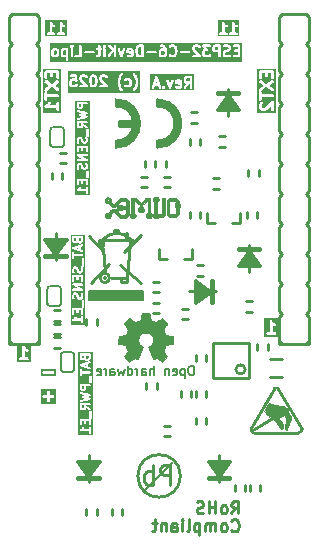
<source format=gbr>
%TF.GenerationSoftware,KiCad,Pcbnew,7.0.9-7.0.9~ubuntu22.04.1*%
%TF.CreationDate,2025-06-23T15:00:47+03:00*%
%TF.ProjectId,ESP32-C6-DevKit-Lipo_Rev_A,45535033-322d-4433-962d-4465764b6974,A*%
%TF.SameCoordinates,PX791ddc0PY791ddc0*%
%TF.FileFunction,Legend,Bot*%
%TF.FilePolarity,Positive*%
%FSLAX46Y46*%
G04 Gerber Fmt 4.6, Leading zero omitted, Abs format (unit mm)*
G04 Created by KiCad (PCBNEW 7.0.9-7.0.9~ubuntu22.04.1) date 2025-06-23 15:00:47*
%MOMM*%
%LPD*%
G01*
G04 APERTURE LIST*
%ADD10C,0.254000*%
%ADD11C,0.222250*%
%ADD12C,0.190500*%
%ADD13C,0.150000*%
%ADD14C,0.127000*%
%ADD15C,0.010000*%
%ADD16C,0.050000*%
%ADD17C,0.009000*%
%ADD18C,0.300000*%
%ADD19C,0.200000*%
%ADD20C,0.228600*%
%ADD21C,0.203200*%
G04 APERTURE END LIST*
D10*
X18822418Y742309D02*
X18870799Y693928D01*
X18870799Y693928D02*
X19015942Y645548D01*
X19015942Y645548D02*
X19112704Y645548D01*
X19112704Y645548D02*
X19257847Y693928D01*
X19257847Y693928D02*
X19354609Y790690D01*
X19354609Y790690D02*
X19402990Y887452D01*
X19402990Y887452D02*
X19451371Y1080976D01*
X19451371Y1080976D02*
X19451371Y1226119D01*
X19451371Y1226119D02*
X19402990Y1419643D01*
X19402990Y1419643D02*
X19354609Y1516405D01*
X19354609Y1516405D02*
X19257847Y1613167D01*
X19257847Y1613167D02*
X19112704Y1661548D01*
X19112704Y1661548D02*
X19015942Y1661548D01*
X19015942Y1661548D02*
X18870799Y1613167D01*
X18870799Y1613167D02*
X18822418Y1564786D01*
X18241847Y645548D02*
X18338609Y693928D01*
X18338609Y693928D02*
X18386990Y742309D01*
X18386990Y742309D02*
X18435371Y839071D01*
X18435371Y839071D02*
X18435371Y1129357D01*
X18435371Y1129357D02*
X18386990Y1226119D01*
X18386990Y1226119D02*
X18338609Y1274500D01*
X18338609Y1274500D02*
X18241847Y1322881D01*
X18241847Y1322881D02*
X18096704Y1322881D01*
X18096704Y1322881D02*
X17999942Y1274500D01*
X17999942Y1274500D02*
X17951561Y1226119D01*
X17951561Y1226119D02*
X17903180Y1129357D01*
X17903180Y1129357D02*
X17903180Y839071D01*
X17903180Y839071D02*
X17951561Y742309D01*
X17951561Y742309D02*
X17999942Y693928D01*
X17999942Y693928D02*
X18096704Y645548D01*
X18096704Y645548D02*
X18241847Y645548D01*
X17467752Y645548D02*
X17467752Y1322881D01*
X17467752Y1226119D02*
X17419371Y1274500D01*
X17419371Y1274500D02*
X17322609Y1322881D01*
X17322609Y1322881D02*
X17177466Y1322881D01*
X17177466Y1322881D02*
X17080704Y1274500D01*
X17080704Y1274500D02*
X17032323Y1177738D01*
X17032323Y1177738D02*
X17032323Y645548D01*
X17032323Y1177738D02*
X16983942Y1274500D01*
X16983942Y1274500D02*
X16887180Y1322881D01*
X16887180Y1322881D02*
X16742037Y1322881D01*
X16742037Y1322881D02*
X16645276Y1274500D01*
X16645276Y1274500D02*
X16596895Y1177738D01*
X16596895Y1177738D02*
X16596895Y645548D01*
X16113085Y1322881D02*
X16113085Y306881D01*
X16113085Y1274500D02*
X16016323Y1322881D01*
X16016323Y1322881D02*
X15822799Y1322881D01*
X15822799Y1322881D02*
X15726037Y1274500D01*
X15726037Y1274500D02*
X15677656Y1226119D01*
X15677656Y1226119D02*
X15629275Y1129357D01*
X15629275Y1129357D02*
X15629275Y839071D01*
X15629275Y839071D02*
X15677656Y742309D01*
X15677656Y742309D02*
X15726037Y693928D01*
X15726037Y693928D02*
X15822799Y645548D01*
X15822799Y645548D02*
X16016323Y645548D01*
X16016323Y645548D02*
X16113085Y693928D01*
X15048704Y645548D02*
X15145466Y693928D01*
X15145466Y693928D02*
X15193847Y790690D01*
X15193847Y790690D02*
X15193847Y1661548D01*
X14661657Y645548D02*
X14661657Y1322881D01*
X14661657Y1661548D02*
X14710038Y1613167D01*
X14710038Y1613167D02*
X14661657Y1564786D01*
X14661657Y1564786D02*
X14613276Y1613167D01*
X14613276Y1613167D02*
X14661657Y1661548D01*
X14661657Y1661548D02*
X14661657Y1564786D01*
X13742418Y645548D02*
X13742418Y1177738D01*
X13742418Y1177738D02*
X13790799Y1274500D01*
X13790799Y1274500D02*
X13887561Y1322881D01*
X13887561Y1322881D02*
X14081085Y1322881D01*
X14081085Y1322881D02*
X14177847Y1274500D01*
X13742418Y693928D02*
X13839180Y645548D01*
X13839180Y645548D02*
X14081085Y645548D01*
X14081085Y645548D02*
X14177847Y693928D01*
X14177847Y693928D02*
X14226228Y790690D01*
X14226228Y790690D02*
X14226228Y887452D01*
X14226228Y887452D02*
X14177847Y984214D01*
X14177847Y984214D02*
X14081085Y1032595D01*
X14081085Y1032595D02*
X13839180Y1032595D01*
X13839180Y1032595D02*
X13742418Y1080976D01*
X13258609Y1322881D02*
X13258609Y645548D01*
X13258609Y1226119D02*
X13210228Y1274500D01*
X13210228Y1274500D02*
X13113466Y1322881D01*
X13113466Y1322881D02*
X12968323Y1322881D01*
X12968323Y1322881D02*
X12871561Y1274500D01*
X12871561Y1274500D02*
X12823180Y1177738D01*
X12823180Y1177738D02*
X12823180Y645548D01*
X12484514Y1322881D02*
X12097466Y1322881D01*
X12339371Y1661548D02*
X12339371Y790690D01*
X12339371Y790690D02*
X12290990Y693928D01*
X12290990Y693928D02*
X12194228Y645548D01*
X12194228Y645548D02*
X12097466Y645548D01*
X18822418Y2169548D02*
X19161085Y2653357D01*
X19402990Y2169548D02*
X19402990Y3185548D01*
X19402990Y3185548D02*
X19015942Y3185548D01*
X19015942Y3185548D02*
X18919180Y3137167D01*
X18919180Y3137167D02*
X18870799Y3088786D01*
X18870799Y3088786D02*
X18822418Y2992024D01*
X18822418Y2992024D02*
X18822418Y2846881D01*
X18822418Y2846881D02*
X18870799Y2750119D01*
X18870799Y2750119D02*
X18919180Y2701738D01*
X18919180Y2701738D02*
X19015942Y2653357D01*
X19015942Y2653357D02*
X19402990Y2653357D01*
X18241847Y2169548D02*
X18338609Y2217928D01*
X18338609Y2217928D02*
X18386990Y2266309D01*
X18386990Y2266309D02*
X18435371Y2363071D01*
X18435371Y2363071D02*
X18435371Y2653357D01*
X18435371Y2653357D02*
X18386990Y2750119D01*
X18386990Y2750119D02*
X18338609Y2798500D01*
X18338609Y2798500D02*
X18241847Y2846881D01*
X18241847Y2846881D02*
X18096704Y2846881D01*
X18096704Y2846881D02*
X17999942Y2798500D01*
X17999942Y2798500D02*
X17951561Y2750119D01*
X17951561Y2750119D02*
X17903180Y2653357D01*
X17903180Y2653357D02*
X17903180Y2363071D01*
X17903180Y2363071D02*
X17951561Y2266309D01*
X17951561Y2266309D02*
X17999942Y2217928D01*
X17999942Y2217928D02*
X18096704Y2169548D01*
X18096704Y2169548D02*
X18241847Y2169548D01*
X17467752Y2169548D02*
X17467752Y3185548D01*
X17467752Y2701738D02*
X16887180Y2701738D01*
X16887180Y2169548D02*
X16887180Y3185548D01*
X16451752Y2217928D02*
X16306609Y2169548D01*
X16306609Y2169548D02*
X16064704Y2169548D01*
X16064704Y2169548D02*
X15967942Y2217928D01*
X15967942Y2217928D02*
X15919561Y2266309D01*
X15919561Y2266309D02*
X15871180Y2363071D01*
X15871180Y2363071D02*
X15871180Y2459833D01*
X15871180Y2459833D02*
X15919561Y2556595D01*
X15919561Y2556595D02*
X15967942Y2604976D01*
X15967942Y2604976D02*
X16064704Y2653357D01*
X16064704Y2653357D02*
X16258228Y2701738D01*
X16258228Y2701738D02*
X16354990Y2750119D01*
X16354990Y2750119D02*
X16403371Y2798500D01*
X16403371Y2798500D02*
X16451752Y2895262D01*
X16451752Y2895262D02*
X16451752Y2992024D01*
X16451752Y2992024D02*
X16403371Y3088786D01*
X16403371Y3088786D02*
X16354990Y3137167D01*
X16354990Y3137167D02*
X16258228Y3185548D01*
X16258228Y3185548D02*
X16016323Y3185548D01*
X16016323Y3185548D02*
X15871180Y3137167D01*
D11*
G36*
X19479334Y42554228D02*
G01*
X17655096Y42554228D01*
X17655096Y42758013D01*
X17782096Y42758013D01*
X17822464Y42702451D01*
X17887782Y42681228D01*
X18395782Y42681228D01*
X18461100Y42702451D01*
X18501468Y42758013D01*
X18628763Y42758013D01*
X18669131Y42702451D01*
X18734449Y42681228D01*
X19242449Y42681228D01*
X19307767Y42702451D01*
X19348135Y42758013D01*
X19348135Y42826693D01*
X19307767Y42882255D01*
X19242449Y42903478D01*
X19099574Y42903478D01*
X19099574Y43378677D01*
X19108086Y43370293D01*
X19192752Y43327960D01*
X19260665Y43317731D01*
X19321620Y43349374D01*
X19352334Y43410804D01*
X19341076Y43478553D01*
X19292145Y43526746D01*
X19223608Y43561015D01*
X19159472Y43625151D01*
X19080910Y43742994D01*
X19079074Y43744445D01*
X19078351Y43746671D01*
X19052289Y43765606D01*
X19027020Y43785570D01*
X19024681Y43785665D01*
X19022789Y43787039D01*
X18990588Y43787039D01*
X18958397Y43788337D01*
X18956450Y43787039D01*
X18954109Y43787039D01*
X18928048Y43768106D01*
X18901252Y43750241D01*
X18900439Y43748047D01*
X18898547Y43746671D01*
X18888596Y43716048D01*
X18877414Y43685832D01*
X18878047Y43683579D01*
X18877324Y43681353D01*
X18877324Y42903478D01*
X18734449Y42903478D01*
X18669131Y42882255D01*
X18628763Y42826693D01*
X18628763Y42758013D01*
X18501468Y42758013D01*
X18501468Y42826693D01*
X18461100Y42882255D01*
X18395782Y42903478D01*
X18252907Y42903478D01*
X18252907Y43378677D01*
X18261419Y43370293D01*
X18346085Y43327960D01*
X18413998Y43317731D01*
X18474953Y43349374D01*
X18505667Y43410804D01*
X18494409Y43478553D01*
X18445478Y43526746D01*
X18376941Y43561015D01*
X18312805Y43625151D01*
X18234243Y43742994D01*
X18232407Y43744445D01*
X18231684Y43746671D01*
X18205622Y43765606D01*
X18180353Y43785570D01*
X18178014Y43785665D01*
X18176122Y43787039D01*
X18143921Y43787039D01*
X18111730Y43788337D01*
X18109783Y43787039D01*
X18107442Y43787039D01*
X18081381Y43768106D01*
X18054585Y43750241D01*
X18053772Y43748047D01*
X18051880Y43746671D01*
X18041929Y43716048D01*
X18030747Y43685832D01*
X18031380Y43683579D01*
X18030657Y43681353D01*
X18030657Y42903478D01*
X17887782Y42903478D01*
X17822464Y42882255D01*
X17782096Y42826693D01*
X17782096Y42758013D01*
X17655096Y42758013D01*
X17655096Y43915337D01*
X19479334Y43915337D01*
X19479334Y42554228D01*
G37*
G36*
X4874334Y42554228D02*
G01*
X3050096Y42554228D01*
X3050096Y42758013D01*
X3177096Y42758013D01*
X3217464Y42702451D01*
X3282782Y42681228D01*
X3790782Y42681228D01*
X3856100Y42702451D01*
X3896468Y42758013D01*
X4023763Y42758013D01*
X4064131Y42702451D01*
X4129449Y42681228D01*
X4637449Y42681228D01*
X4702767Y42702451D01*
X4743135Y42758013D01*
X4743135Y42826693D01*
X4702767Y42882255D01*
X4637449Y42903478D01*
X4494574Y42903478D01*
X4494574Y43378677D01*
X4503086Y43370293D01*
X4587752Y43327960D01*
X4655665Y43317731D01*
X4716620Y43349374D01*
X4747334Y43410804D01*
X4736076Y43478553D01*
X4687145Y43526746D01*
X4618608Y43561015D01*
X4554472Y43625151D01*
X4475910Y43742994D01*
X4474074Y43744445D01*
X4473351Y43746671D01*
X4447289Y43765606D01*
X4422020Y43785570D01*
X4419681Y43785665D01*
X4417789Y43787039D01*
X4385588Y43787039D01*
X4353397Y43788337D01*
X4351450Y43787039D01*
X4349109Y43787039D01*
X4323048Y43768106D01*
X4296252Y43750241D01*
X4295439Y43748047D01*
X4293547Y43746671D01*
X4283596Y43716048D01*
X4272414Y43685832D01*
X4273047Y43683579D01*
X4272324Y43681353D01*
X4272324Y42903478D01*
X4129449Y42903478D01*
X4064131Y42882255D01*
X4023763Y42826693D01*
X4023763Y42758013D01*
X3896468Y42758013D01*
X3896468Y42826693D01*
X3856100Y42882255D01*
X3790782Y42903478D01*
X3647907Y42903478D01*
X3647907Y43378677D01*
X3656419Y43370293D01*
X3741085Y43327960D01*
X3808998Y43317731D01*
X3869953Y43349374D01*
X3900667Y43410804D01*
X3889409Y43478553D01*
X3840478Y43526746D01*
X3771941Y43561015D01*
X3707805Y43625151D01*
X3629243Y43742994D01*
X3627407Y43744445D01*
X3626684Y43746671D01*
X3600622Y43765606D01*
X3575353Y43785570D01*
X3573014Y43785665D01*
X3571122Y43787039D01*
X3538921Y43787039D01*
X3506730Y43788337D01*
X3504783Y43787039D01*
X3502442Y43787039D01*
X3476381Y43768106D01*
X3449585Y43750241D01*
X3448772Y43748047D01*
X3446880Y43746671D01*
X3436929Y43716048D01*
X3425747Y43685832D01*
X3426380Y43683579D01*
X3425657Y43681353D01*
X3425657Y42903478D01*
X3282782Y42903478D01*
X3217464Y42882255D01*
X3177096Y42826693D01*
X3177096Y42758013D01*
X3050096Y42758013D01*
X3050096Y43915337D01*
X4874334Y43915337D01*
X4874334Y42554228D01*
G37*
D10*
G36*
X22744821Y17137405D02*
G01*
X21622549Y17137405D01*
X21622549Y17391474D01*
X21767692Y17391474D01*
X21797419Y17326381D01*
X21857619Y17287692D01*
X21893399Y17282548D01*
X22473971Y17282548D01*
X22542632Y17302709D01*
X22589494Y17356790D01*
X22599678Y17427622D01*
X22569951Y17492715D01*
X22509751Y17531404D01*
X22473971Y17536548D01*
X22310685Y17536548D01*
X22310685Y18076799D01*
X22320413Y18070051D01*
X22417175Y18021670D01*
X22487603Y18008996D01*
X22553704Y18036410D01*
X22594490Y18095210D01*
X22597011Y18166725D01*
X22560469Y18228252D01*
X22530767Y18248854D01*
X22452439Y18288018D01*
X22379139Y18361319D01*
X22289355Y18495995D01*
X22262713Y18518308D01*
X22236443Y18541071D01*
X22235344Y18541229D01*
X22234494Y18541941D01*
X22200005Y18546310D01*
X22165611Y18551255D01*
X22164602Y18550795D01*
X22163502Y18550934D01*
X22132130Y18535965D01*
X22100518Y18521528D01*
X22099918Y18520595D01*
X22098917Y18520117D01*
X22080637Y18490594D01*
X22061829Y18461328D01*
X22061620Y18459881D01*
X22061246Y18459275D01*
X22061276Y18457483D01*
X22056685Y18425548D01*
X22056685Y17536548D01*
X21893399Y17536548D01*
X21824738Y17516387D01*
X21777876Y17462306D01*
X21767692Y17391474D01*
X21622549Y17391474D01*
X21622549Y18696398D01*
X22744821Y18696398D01*
X22744821Y17137405D01*
G37*
G36*
X1815221Y14978405D02*
G01*
X692949Y14978405D01*
X692949Y15232474D01*
X838092Y15232474D01*
X867819Y15167381D01*
X928019Y15128692D01*
X963799Y15123548D01*
X1544371Y15123548D01*
X1613032Y15143709D01*
X1659894Y15197790D01*
X1670078Y15268622D01*
X1640351Y15333715D01*
X1580151Y15372404D01*
X1544371Y15377548D01*
X1381085Y15377548D01*
X1381085Y15917799D01*
X1390813Y15911051D01*
X1487575Y15862670D01*
X1558003Y15849996D01*
X1624104Y15877410D01*
X1664890Y15936210D01*
X1667411Y16007725D01*
X1630869Y16069252D01*
X1601167Y16089854D01*
X1522839Y16129018D01*
X1449539Y16202319D01*
X1359755Y16336995D01*
X1333113Y16359308D01*
X1306843Y16382071D01*
X1305744Y16382229D01*
X1304894Y16382941D01*
X1270405Y16387310D01*
X1236011Y16392255D01*
X1235002Y16391795D01*
X1233902Y16391934D01*
X1202530Y16376965D01*
X1170918Y16362528D01*
X1170318Y16361595D01*
X1169317Y16361117D01*
X1151037Y16331594D01*
X1132229Y16302328D01*
X1132020Y16300881D01*
X1131646Y16300275D01*
X1131676Y16298483D01*
X1127085Y16266548D01*
X1127085Y15377548D01*
X963799Y15377548D01*
X895138Y15357387D01*
X848276Y15303306D01*
X838092Y15232474D01*
X692949Y15232474D01*
X692949Y16537398D01*
X1815221Y16537398D01*
X1815221Y14978405D01*
G37*
G36*
X3976640Y13841452D02*
G01*
X2660845Y13841452D01*
X2660845Y14095521D01*
X2805988Y14095521D01*
X2835715Y14030428D01*
X2895915Y13991739D01*
X2931695Y13986595D01*
X3705790Y13986595D01*
X3774451Y14006756D01*
X3821313Y14060837D01*
X3831497Y14131669D01*
X3801770Y14196762D01*
X3741570Y14235451D01*
X3705790Y14240595D01*
X2931695Y14240595D01*
X2863034Y14220434D01*
X2816172Y14166353D01*
X2805988Y14095521D01*
X2660845Y14095521D01*
X2660845Y14385738D01*
X3976640Y14385738D01*
X3976640Y13841452D01*
G37*
G36*
X3976640Y11423698D02*
G01*
X2660845Y11423698D01*
X2660845Y12063521D01*
X2805988Y12063521D01*
X2835715Y11998428D01*
X2895915Y11959739D01*
X2931695Y11954595D01*
X3191742Y11954595D01*
X3191742Y11694548D01*
X3211903Y11625887D01*
X3265984Y11579025D01*
X3336816Y11568841D01*
X3401909Y11598568D01*
X3440598Y11658768D01*
X3445742Y11694548D01*
X3445742Y11954595D01*
X3705790Y11954595D01*
X3774451Y11974756D01*
X3821313Y12028837D01*
X3831497Y12099669D01*
X3801770Y12164762D01*
X3741570Y12203451D01*
X3705790Y12208595D01*
X3445742Y12208595D01*
X3445742Y12468643D01*
X3425581Y12537304D01*
X3371500Y12584166D01*
X3300668Y12594350D01*
X3235575Y12564623D01*
X3196886Y12504423D01*
X3191742Y12468643D01*
X3191742Y12208595D01*
X2931695Y12208595D01*
X2863034Y12188434D01*
X2816172Y12134353D01*
X2805988Y12063521D01*
X2660845Y12063521D01*
X2660845Y12739493D01*
X3976640Y12739493D01*
X3976640Y11423698D01*
G37*
D11*
G36*
X7196290Y39102691D02*
G01*
X7213120Y39085861D01*
X7241933Y39028235D01*
X7277990Y38884008D01*
X7277990Y38699699D01*
X7241933Y38555472D01*
X7213120Y38497846D01*
X7196290Y38481015D01*
X7151216Y38458478D01*
X7119015Y38458478D01*
X7073941Y38481015D01*
X7057111Y38497845D01*
X7028297Y38555473D01*
X6992240Y38699701D01*
X6992240Y38884006D01*
X7028297Y39028234D01*
X7057111Y39085862D01*
X7073941Y39102692D01*
X7119015Y39125228D01*
X7151216Y39125228D01*
X7196290Y39102691D01*
G37*
G36*
X11056241Y37771929D02*
G01*
X4949656Y37771929D01*
X4949656Y38516686D01*
X5076656Y38516686D01*
X5084572Y38492323D01*
X5088388Y38466988D01*
X5130722Y38382322D01*
X5143361Y38369490D01*
X5151537Y38353444D01*
X5193870Y38311109D01*
X5209921Y38302931D01*
X5222752Y38290293D01*
X5307419Y38247960D01*
X5332749Y38244145D01*
X5357115Y38236228D01*
X5568781Y38236228D01*
X5593146Y38244145D01*
X5618477Y38247960D01*
X5703144Y38290292D01*
X5715978Y38302933D01*
X5732026Y38311110D01*
X5774359Y38353444D01*
X5805539Y38414638D01*
X5794794Y38482471D01*
X5746229Y38531034D01*
X5678396Y38541777D01*
X5617203Y38510597D01*
X5587620Y38481014D01*
X5542549Y38458478D01*
X5383348Y38458478D01*
X5338274Y38481015D01*
X5321444Y38497845D01*
X5298906Y38542921D01*
X5298906Y38702120D01*
X5321443Y38747195D01*
X5338273Y38764025D01*
X5383348Y38786561D01*
X5542549Y38786561D01*
X5587622Y38764025D01*
X5617204Y38734443D01*
X5645090Y38720235D01*
X5672127Y38704442D01*
X5675434Y38704773D01*
X5678398Y38703263D01*
X5709328Y38708163D01*
X5740467Y38711276D01*
X5742947Y38713488D01*
X5746230Y38714007D01*
X5768359Y38736137D01*
X5791736Y38756972D01*
X5792443Y38760221D01*
X5794794Y38762571D01*
X5799692Y38793498D01*
X5806354Y38824078D01*
X5790527Y38982353D01*
X5923323Y38982353D01*
X5928889Y38965223D01*
X5929026Y38947212D01*
X5971360Y38820212D01*
X5986574Y38799602D01*
X5998205Y38776776D01*
X6316502Y38458478D01*
X6034448Y38458478D01*
X5969130Y38437255D01*
X5928762Y38381693D01*
X5928762Y38313013D01*
X5969130Y38257451D01*
X6034448Y38236228D01*
X6584782Y38236228D01*
X6609531Y38244270D01*
X6635231Y38248340D01*
X6641570Y38254680D01*
X6650100Y38257451D01*
X6665398Y38278508D01*
X6683795Y38296904D01*
X6685197Y38305759D01*
X6690468Y38313013D01*
X6690468Y38339035D01*
X6694539Y38364737D01*
X6690468Y38372727D01*
X6690468Y38381693D01*
X6675172Y38402745D01*
X6663359Y38425931D01*
X6403269Y38686020D01*
X6769990Y38686020D01*
X6774263Y38672866D01*
X6773308Y38659068D01*
X6815642Y38489734D01*
X6822211Y38479236D01*
X6824056Y38466989D01*
X6866389Y38382324D01*
X6879027Y38369493D01*
X6887204Y38353444D01*
X6929537Y38311109D01*
X6945588Y38302931D01*
X6958419Y38290293D01*
X7043086Y38247960D01*
X7068416Y38244145D01*
X7092782Y38236228D01*
X7177449Y38236228D01*
X7201813Y38244145D01*
X7227146Y38247960D01*
X7311811Y38290293D01*
X7324643Y38302932D01*
X7340692Y38311109D01*
X7383026Y38353443D01*
X7391202Y38369490D01*
X7403842Y38382323D01*
X7446175Y38466989D01*
X7448019Y38479237D01*
X7454589Y38489735D01*
X7496922Y38659068D01*
X7495965Y38672866D01*
X7500240Y38686020D01*
X7500240Y38897686D01*
X7495965Y38910841D01*
X7496922Y38924638D01*
X7482493Y38982353D01*
X7616657Y38982353D01*
X7622223Y38965223D01*
X7622360Y38947212D01*
X7664694Y38820212D01*
X7679908Y38799602D01*
X7691539Y38776776D01*
X8009836Y38458478D01*
X7727782Y38458478D01*
X7662464Y38437255D01*
X7622096Y38381693D01*
X7622096Y38313013D01*
X7662464Y38257451D01*
X7727782Y38236228D01*
X8278116Y38236228D01*
X8302865Y38244270D01*
X8328565Y38248340D01*
X8334904Y38254680D01*
X8343434Y38257451D01*
X8358732Y38278508D01*
X8377129Y38296904D01*
X8378531Y38305759D01*
X8383802Y38313013D01*
X8383802Y38339035D01*
X8387873Y38364737D01*
X8383802Y38372727D01*
X8383802Y38381693D01*
X8368506Y38402745D01*
X8356693Y38425931D01*
X8181271Y38601353D01*
X9182991Y38601353D01*
X9186454Y38590693D01*
X9185149Y38579560D01*
X9227482Y38367893D01*
X9230971Y38361677D01*
X9231026Y38354545D01*
X9273360Y38227545D01*
X9278179Y38221016D01*
X9279389Y38212988D01*
X9321723Y38128322D01*
X9326726Y38123243D01*
X9328654Y38116379D01*
X9413320Y37989379D01*
X9422116Y37982430D01*
X9427205Y37972443D01*
X9469539Y37930109D01*
X9530732Y37898929D01*
X9598565Y37909673D01*
X9647129Y37958237D01*
X9657873Y38026068D01*
X10454359Y38026068D01*
X10465103Y37958236D01*
X10513668Y37909672D01*
X10581501Y37898929D01*
X10642694Y37930110D01*
X10685027Y37972444D01*
X10690115Y37982431D01*
X10698910Y37989379D01*
X10783577Y38116379D01*
X10785505Y38123243D01*
X10790509Y38128323D01*
X10832842Y38212989D01*
X10834050Y38221016D01*
X10838871Y38227545D01*
X10881205Y38354545D01*
X10881259Y38361675D01*
X10884750Y38367893D01*
X10927083Y38579560D01*
X10925777Y38590693D01*
X10929241Y38601353D01*
X10929241Y38770686D01*
X10925777Y38781347D01*
X10927083Y38792479D01*
X10884750Y39004146D01*
X10881259Y39010365D01*
X10881205Y39017494D01*
X10838871Y39144494D01*
X10834050Y39151024D01*
X10832842Y39159049D01*
X10790509Y39243716D01*
X10785505Y39248797D01*
X10783577Y39255661D01*
X10698910Y39382661D01*
X10690114Y39389610D01*
X10685026Y39399597D01*
X10642693Y39441930D01*
X10581500Y39473110D01*
X10513667Y39462366D01*
X10465103Y39413802D01*
X10454359Y39345969D01*
X10485539Y39284776D01*
X10520091Y39250224D01*
X10594819Y39138131D01*
X10630525Y39066716D01*
X10668172Y38953778D01*
X10706991Y38759684D01*
X10706991Y38612356D01*
X10668172Y38418262D01*
X10630524Y38305319D01*
X10594818Y38233908D01*
X10520093Y38121819D01*
X10485538Y38087262D01*
X10454359Y38026068D01*
X9657873Y38026068D01*
X9657873Y38026070D01*
X9626693Y38087263D01*
X9592140Y38121816D01*
X9517414Y38233907D01*
X9481707Y38305321D01*
X9448069Y38406235D01*
X9734563Y38406235D01*
X9745822Y38338486D01*
X9794753Y38290293D01*
X9879420Y38247960D01*
X9904750Y38244145D01*
X9929116Y38236228D01*
X10098449Y38236228D01*
X10122814Y38244145D01*
X10148145Y38247960D01*
X10232812Y38290292D01*
X10245646Y38302933D01*
X10261694Y38311110D01*
X10304027Y38353444D01*
X10312203Y38369491D01*
X10324842Y38382323D01*
X10367175Y38466989D01*
X10370990Y38492322D01*
X10378907Y38516686D01*
X10378907Y38770686D01*
X10370990Y38795052D01*
X10367175Y38820382D01*
X10324842Y38905049D01*
X10312203Y38917882D01*
X10304026Y38933930D01*
X10261693Y38976263D01*
X10245645Y38984440D01*
X10232813Y38997079D01*
X10148146Y39039413D01*
X10122813Y39043229D01*
X10098449Y39051145D01*
X9929116Y39051145D01*
X9904751Y39043229D01*
X9879419Y39039413D01*
X9794752Y38997079D01*
X9745821Y38948885D01*
X9734563Y38881136D01*
X9765278Y38819707D01*
X9826233Y38788064D01*
X9894146Y38798293D01*
X9955349Y38828895D01*
X10072216Y38828895D01*
X10117290Y38806358D01*
X10134120Y38789528D01*
X10156657Y38744453D01*
X10156657Y38542919D01*
X10134120Y38497846D01*
X10117288Y38481014D01*
X10072217Y38458478D01*
X9955349Y38458478D01*
X9894145Y38489079D01*
X9826232Y38499308D01*
X9765278Y38467664D01*
X9734563Y38406235D01*
X9448069Y38406235D01*
X9444058Y38418269D01*
X9405241Y38612356D01*
X9405241Y38759684D01*
X9444058Y38953771D01*
X9481708Y39066722D01*
X9517414Y39138134D01*
X9592139Y39250224D01*
X9626693Y39284775D01*
X9657873Y39345968D01*
X9647130Y39413801D01*
X9598567Y39462366D01*
X9530734Y39473111D01*
X9469540Y39441931D01*
X9427206Y39399598D01*
X9422117Y39389612D01*
X9413320Y39382661D01*
X9328654Y39255661D01*
X9326725Y39248797D01*
X9321723Y39243717D01*
X9279389Y39159050D01*
X9278180Y39151024D01*
X9273360Y39144494D01*
X9231026Y39017494D01*
X9230971Y39010363D01*
X9227482Y39004146D01*
X9185149Y38792479D01*
X9186454Y38781347D01*
X9182991Y38770686D01*
X9182991Y38601353D01*
X8181271Y38601353D01*
X7867242Y38915381D01*
X7838907Y39000386D01*
X7838907Y39040786D01*
X7861445Y39085862D01*
X7878275Y39102692D01*
X7923349Y39125228D01*
X8082550Y39125228D01*
X8127621Y39102693D01*
X8157204Y39073109D01*
X8218397Y39041929D01*
X8286230Y39052672D01*
X8334795Y39101235D01*
X8345540Y39169068D01*
X8314360Y39230262D01*
X8272027Y39272596D01*
X8255979Y39280774D01*
X8243145Y39293414D01*
X8158478Y39335746D01*
X8133147Y39339562D01*
X8108782Y39347478D01*
X7897116Y39347478D01*
X7872750Y39339562D01*
X7847420Y39335746D01*
X7762753Y39293413D01*
X7749922Y39280776D01*
X7733871Y39272597D01*
X7691538Y39230262D01*
X7683362Y39214217D01*
X7670723Y39201384D01*
X7628389Y39116718D01*
X7624573Y39091384D01*
X7616657Y39067020D01*
X7616657Y38982353D01*
X7482493Y38982353D01*
X7454589Y39093971D01*
X7448019Y39104470D01*
X7446175Y39116717D01*
X7403842Y39201383D01*
X7391202Y39214217D01*
X7383026Y39230263D01*
X7340692Y39272597D01*
X7324643Y39280775D01*
X7311811Y39293413D01*
X7227146Y39335746D01*
X7201813Y39339562D01*
X7177449Y39347478D01*
X7092782Y39347478D01*
X7068416Y39339562D01*
X7043086Y39335746D01*
X6958419Y39293413D01*
X6945588Y39280776D01*
X6929537Y39272597D01*
X6887204Y39230262D01*
X6879027Y39214214D01*
X6866389Y39201382D01*
X6824056Y39116717D01*
X6822211Y39104471D01*
X6815642Y39093972D01*
X6773308Y38924638D01*
X6774263Y38910841D01*
X6769990Y38897686D01*
X6769990Y38686020D01*
X6403269Y38686020D01*
X6173908Y38915381D01*
X6145573Y39000386D01*
X6145573Y39040786D01*
X6168111Y39085862D01*
X6184941Y39102692D01*
X6230015Y39125228D01*
X6389216Y39125228D01*
X6434287Y39102693D01*
X6463870Y39073109D01*
X6525063Y39041929D01*
X6592896Y39052672D01*
X6641461Y39101235D01*
X6652206Y39169068D01*
X6621026Y39230262D01*
X6578693Y39272596D01*
X6562645Y39280774D01*
X6549811Y39293414D01*
X6465144Y39335746D01*
X6439813Y39339562D01*
X6415448Y39347478D01*
X6203782Y39347478D01*
X6179416Y39339562D01*
X6154086Y39335746D01*
X6069419Y39293413D01*
X6056588Y39280776D01*
X6040537Y39272597D01*
X5998204Y39230262D01*
X5990028Y39214217D01*
X5977389Y39201384D01*
X5935055Y39116718D01*
X5931239Y39091384D01*
X5923323Y39067020D01*
X5923323Y38982353D01*
X5790527Y38982353D01*
X5764022Y39247410D01*
X5759134Y39258540D01*
X5759134Y39270693D01*
X5745638Y39289269D01*
X5736405Y39310292D01*
X5725909Y39316423D01*
X5718766Y39326255D01*
X5696928Y39333351D01*
X5677102Y39344931D01*
X5665008Y39343722D01*
X5653448Y39347478D01*
X5230115Y39347478D01*
X5164797Y39326255D01*
X5124429Y39270693D01*
X5124429Y39202013D01*
X5164797Y39146451D01*
X5230115Y39125228D01*
X5552881Y39125228D01*
X5564522Y39008811D01*
X5357115Y39008811D01*
X5332749Y39000895D01*
X5307419Y38997079D01*
X5222752Y38954746D01*
X5209919Y38942108D01*
X5193871Y38933930D01*
X5151538Y38891597D01*
X5143361Y38875550D01*
X5130722Y38862717D01*
X5088388Y38778050D01*
X5084572Y38752718D01*
X5076656Y38728353D01*
X5076656Y38516686D01*
X4949656Y38516686D01*
X4949656Y39600111D01*
X11056241Y39600111D01*
X11056241Y37771929D01*
G37*
G36*
X4780323Y40998478D02*
G01*
X4663681Y40998478D01*
X4618607Y41021015D01*
X4601777Y41037845D01*
X4579240Y41082919D01*
X4579240Y41284455D01*
X4601776Y41329528D01*
X4618606Y41346358D01*
X4663681Y41368895D01*
X4780323Y41368895D01*
X4780323Y40998478D01*
G37*
G36*
X3978956Y41346358D02*
G01*
X3995786Y41329528D01*
X4018323Y41284453D01*
X4018323Y41082919D01*
X3995786Y41037846D01*
X3978954Y41021014D01*
X3933883Y40998478D01*
X3859348Y40998478D01*
X3814274Y41021015D01*
X3797444Y41037845D01*
X3774907Y41082919D01*
X3774907Y41284455D01*
X3797443Y41329528D01*
X3814273Y41346358D01*
X3859348Y41368895D01*
X3933882Y41368895D01*
X3978956Y41346358D01*
G37*
G36*
X10311953Y41354859D02*
G01*
X10325989Y41326788D01*
X10325989Y41319237D01*
X10141495Y41356136D01*
X10167014Y41368895D01*
X10283881Y41368895D01*
X10311953Y41354859D01*
G37*
G36*
X11172656Y40998478D02*
G01*
X11090146Y40998478D01*
X11005140Y41026814D01*
X10951776Y41080180D01*
X10922962Y41137807D01*
X10886906Y41282033D01*
X10886906Y41381674D01*
X10922962Y41525900D01*
X10951776Y41583527D01*
X11005140Y41636893D01*
X11090146Y41665228D01*
X11172656Y41665228D01*
X11172656Y40998478D01*
G37*
G36*
X13122956Y41304025D02*
G01*
X13139786Y41287195D01*
X13162323Y41242120D01*
X13162323Y41082919D01*
X13139786Y41037846D01*
X13122954Y41021014D01*
X13077883Y40998478D01*
X12961015Y40998478D01*
X12915941Y41021015D01*
X12899111Y41037845D01*
X12876573Y41082921D01*
X12876573Y41242120D01*
X12899110Y41287195D01*
X12915940Y41304025D01*
X12961015Y41326561D01*
X13077883Y41326561D01*
X13122956Y41304025D01*
G37*
G36*
X17691991Y41421811D02*
G01*
X17490684Y41421811D01*
X17445608Y41444350D01*
X17428776Y41461181D01*
X17406241Y41506252D01*
X17406241Y41580787D01*
X17428778Y41625861D01*
X17445608Y41642692D01*
X17490681Y41665228D01*
X17691991Y41665228D01*
X17691991Y41421811D01*
G37*
G36*
X19692241Y40358334D02*
G01*
X3425657Y40358334D01*
X3425657Y41056686D01*
X3552657Y41056686D01*
X3560573Y41032322D01*
X3564389Y41006989D01*
X3606722Y40922324D01*
X3619360Y40909493D01*
X3627537Y40893444D01*
X3669870Y40851109D01*
X3685921Y40842931D01*
X3698752Y40830293D01*
X3783419Y40787960D01*
X3808749Y40784145D01*
X3833115Y40776228D01*
X3960115Y40776228D01*
X3984480Y40784145D01*
X4009811Y40787960D01*
X4094478Y40830292D01*
X4107312Y40842933D01*
X4123360Y40851110D01*
X4165693Y40893444D01*
X4173869Y40909491D01*
X4186508Y40922323D01*
X4228841Y41006989D01*
X4232656Y41032322D01*
X4240573Y41056686D01*
X4356990Y41056686D01*
X4364906Y41032322D01*
X4368722Y41006989D01*
X4411055Y40922324D01*
X4423693Y40909493D01*
X4431870Y40893444D01*
X4474203Y40851109D01*
X4490254Y40842931D01*
X4503085Y40830293D01*
X4587752Y40787960D01*
X4613082Y40784145D01*
X4637448Y40776228D01*
X4780323Y40776228D01*
X4780323Y40591020D01*
X4801546Y40525702D01*
X4857108Y40485334D01*
X4925788Y40485334D01*
X4981350Y40525702D01*
X5002573Y40591020D01*
X5002573Y41480020D01*
X4981350Y41545338D01*
X4925788Y41585706D01*
X4857108Y41585706D01*
X4849825Y41580415D01*
X4831145Y41583229D01*
X4806781Y41591145D01*
X4637448Y41591145D01*
X4613083Y41583229D01*
X4587751Y41579413D01*
X4503084Y41537079D01*
X4490251Y41524440D01*
X4474204Y41516263D01*
X4431871Y41473930D01*
X4423694Y41457883D01*
X4411054Y41445049D01*
X4368722Y41360382D01*
X4364906Y41335052D01*
X4356990Y41310686D01*
X4356990Y41056686D01*
X4240573Y41056686D01*
X4240573Y41310686D01*
X4232656Y41335052D01*
X4228841Y41360382D01*
X4186508Y41445049D01*
X4173869Y41457882D01*
X4165692Y41473930D01*
X4123359Y41516263D01*
X4107311Y41524440D01*
X4094479Y41537079D01*
X4009812Y41579413D01*
X3984479Y41583229D01*
X3960115Y41591145D01*
X3833115Y41591145D01*
X3808750Y41583229D01*
X3783418Y41579413D01*
X3698751Y41537079D01*
X3685918Y41524440D01*
X3669871Y41516263D01*
X3627538Y41473930D01*
X3619361Y41457883D01*
X3606721Y41445049D01*
X3564389Y41360382D01*
X3560573Y41335052D01*
X3552657Y41310686D01*
X3552657Y41056686D01*
X3425657Y41056686D01*
X3425657Y41716638D01*
X5162691Y41716638D01*
X5170681Y41700956D01*
X5173435Y41683571D01*
X5185879Y41671127D01*
X5193870Y41655444D01*
X5236203Y41613109D01*
X5251887Y41605118D01*
X5264333Y41592672D01*
X5273187Y41591270D01*
X5280441Y41586000D01*
X5289406Y41586000D01*
X5289983Y41585706D01*
X5280441Y41585706D01*
X5224879Y41545338D01*
X5203656Y41480020D01*
X5203656Y40887353D01*
X5224879Y40822035D01*
X5280441Y40781667D01*
X5349121Y40781667D01*
X5404683Y40822035D01*
X5414748Y40853013D01*
X5505429Y40853013D01*
X5545797Y40797451D01*
X5611115Y40776228D01*
X6034448Y40776228D01*
X6051188Y40781667D01*
X6068788Y40781667D01*
X6083026Y40792013D01*
X6099766Y40797451D01*
X6110111Y40811690D01*
X6124350Y40822035D01*
X6129788Y40838775D01*
X6140134Y40853013D01*
X7325762Y40853013D01*
X7366130Y40797451D01*
X7431448Y40776228D01*
X7516115Y40776228D01*
X7540480Y40784145D01*
X7565811Y40787960D01*
X7650478Y40830292D01*
X7651109Y40830915D01*
X7651982Y40831059D01*
X7675499Y40854937D01*
X7699409Y40878486D01*
X7699554Y40879360D01*
X7700175Y40879990D01*
X7742508Y40964657D01*
X7746323Y40989988D01*
X7754240Y41014353D01*
X7754240Y41368895D01*
X7770115Y41368895D01*
X7835433Y41390118D01*
X7875801Y41445680D01*
X7875801Y41514360D01*
X7835433Y41569922D01*
X7770115Y41591145D01*
X7754240Y41591145D01*
X7754240Y41716638D01*
X7914358Y41716638D01*
X7922348Y41700956D01*
X7925102Y41683571D01*
X7937546Y41671127D01*
X7945537Y41655444D01*
X7987870Y41613109D01*
X8003554Y41605118D01*
X8016000Y41592672D01*
X8024854Y41591270D01*
X8032108Y41586000D01*
X8041073Y41586000D01*
X8041650Y41585706D01*
X8032108Y41585706D01*
X7976546Y41545338D01*
X7955323Y41480020D01*
X7955323Y40887353D01*
X7976546Y40822035D01*
X8032108Y40781667D01*
X8100788Y40781667D01*
X8156350Y40822035D01*
X8177573Y40887353D01*
X8177573Y40889040D01*
X8336336Y40889040D01*
X8356564Y40823408D01*
X8411508Y40782200D01*
X8480179Y40781157D01*
X8536348Y40820678D01*
X8840470Y41226176D01*
X8844323Y41222324D01*
X8844323Y40887353D01*
X8865546Y40822035D01*
X8921108Y40781667D01*
X8989788Y40781667D01*
X9045350Y40822035D01*
X9066573Y40887353D01*
X9066573Y41511295D01*
X9187481Y41511295D01*
X9189463Y41442645D01*
X9401130Y40849977D01*
X9420249Y40825199D01*
X9437896Y40799374D01*
X9441042Y40798251D01*
X9443085Y40795603D01*
X9473115Y40786796D01*
X9502574Y40776274D01*
X9505781Y40777215D01*
X9508988Y40776274D01*
X9538448Y40786796D01*
X9568477Y40795603D01*
X9570519Y40798250D01*
X9573667Y40799374D01*
X9591323Y40825213D01*
X9610432Y40849978D01*
X9759852Y41268353D01*
X9902656Y41268353D01*
X9904727Y41261979D01*
X9903413Y41255407D01*
X9915176Y41229820D01*
X9923879Y41203035D01*
X9929300Y41199096D01*
X9932100Y41193007D01*
X9956656Y41179221D01*
X9979441Y41162667D01*
X9986143Y41162667D01*
X9991987Y41159386D01*
X10325989Y41092586D01*
X10325989Y41040587D01*
X10311953Y41012514D01*
X10283882Y40998478D01*
X10167014Y40998478D01*
X10105810Y41029079D01*
X10037897Y41039308D01*
X9976943Y41007664D01*
X9946228Y40946235D01*
X9957487Y40878486D01*
X10006418Y40830293D01*
X10091085Y40787960D01*
X10116415Y40784145D01*
X10140781Y40776228D01*
X10310114Y40776228D01*
X10334479Y40784145D01*
X10359810Y40787960D01*
X10444477Y40830292D01*
X10445108Y40830915D01*
X10445981Y40831059D01*
X10469498Y40854937D01*
X10493408Y40878486D01*
X10493553Y40879360D01*
X10494174Y40879990D01*
X10536507Y40964657D01*
X10540322Y40989988D01*
X10548239Y41014353D01*
X10548239Y41268353D01*
X10664656Y41268353D01*
X10668929Y41255199D01*
X10667974Y41241401D01*
X10710307Y41072069D01*
X10716876Y41061571D01*
X10718721Y41049323D01*
X10761055Y40964656D01*
X10773692Y40951825D01*
X10781870Y40935776D01*
X10866537Y40851109D01*
X10889360Y40839480D01*
X10909973Y40824263D01*
X11036974Y40781930D01*
X11054985Y40781794D01*
X11072114Y40776228D01*
X11283781Y40776228D01*
X11300521Y40781667D01*
X11318121Y40781667D01*
X11332359Y40792013D01*
X11349099Y40797451D01*
X11359444Y40811690D01*
X11373683Y40822035D01*
X11379121Y40838775D01*
X11389467Y40853013D01*
X11389467Y40870614D01*
X11394906Y40887353D01*
X11394906Y41056686D01*
X12654323Y41056686D01*
X12662239Y41032323D01*
X12666055Y41006988D01*
X12708389Y40922322D01*
X12721028Y40909490D01*
X12729204Y40893444D01*
X12771537Y40851109D01*
X12787588Y40842931D01*
X12800419Y40830293D01*
X12885086Y40787960D01*
X12910416Y40784145D01*
X12934782Y40776228D01*
X13104115Y40776228D01*
X13128480Y40784145D01*
X13153811Y40787960D01*
X13238478Y40830292D01*
X13251312Y40842933D01*
X13267360Y40851110D01*
X13309693Y40893444D01*
X13317869Y40909491D01*
X13330508Y40922323D01*
X13346666Y40954638D01*
X13502358Y40954638D01*
X13533537Y40893444D01*
X13575870Y40851109D01*
X13598697Y40839478D01*
X13619307Y40824263D01*
X13746308Y40781930D01*
X13764319Y40781794D01*
X13781448Y40776228D01*
X13866115Y40776228D01*
X13883243Y40781794D01*
X13901256Y40781930D01*
X14028256Y40824264D01*
X14048866Y40839479D01*
X14071692Y40851109D01*
X14156359Y40935776D01*
X14164536Y40951825D01*
X14177175Y40964657D01*
X14219508Y41049324D01*
X14221352Y41061570D01*
X14227922Y41072068D01*
X14257825Y41191680D01*
X14437763Y41191680D01*
X14478131Y41136118D01*
X14543449Y41114895D01*
X15220782Y41114895D01*
X15286100Y41136118D01*
X15326468Y41191680D01*
X15326468Y41260360D01*
X15286100Y41315922D01*
X15220782Y41337145D01*
X14543449Y41337145D01*
X14478131Y41315922D01*
X14437763Y41260360D01*
X14437763Y41191680D01*
X14257825Y41191680D01*
X14270255Y41241401D01*
X14269299Y41255199D01*
X14273573Y41268353D01*
X14273573Y41395353D01*
X14269299Y41408508D01*
X14270255Y41422305D01*
X14245243Y41522353D01*
X15490657Y41522353D01*
X15496223Y41505223D01*
X15496360Y41487212D01*
X15538694Y41360212D01*
X15553908Y41339602D01*
X15565539Y41316776D01*
X15883836Y40998478D01*
X15601782Y40998478D01*
X15536464Y40977255D01*
X15496096Y40921693D01*
X15496096Y40853013D01*
X15536464Y40797451D01*
X15601782Y40776228D01*
X16152116Y40776228D01*
X16176865Y40784270D01*
X16202565Y40788340D01*
X16208904Y40794680D01*
X16217434Y40797451D01*
X16232732Y40818508D01*
X16251129Y40836904D01*
X16252531Y40845759D01*
X16257802Y40853013D01*
X16257802Y40879035D01*
X16261873Y40904737D01*
X16257802Y40912727D01*
X16257802Y40921693D01*
X16242506Y40942745D01*
X16230693Y40965931D01*
X16139938Y41056686D01*
X16337324Y41056686D01*
X16345240Y41032323D01*
X16349056Y41006988D01*
X16391390Y40922322D01*
X16404029Y40909490D01*
X16412205Y40893444D01*
X16454538Y40851109D01*
X16470589Y40842931D01*
X16483420Y40830293D01*
X16568087Y40787960D01*
X16593417Y40784145D01*
X16617783Y40776228D01*
X16871783Y40776228D01*
X16896147Y40784145D01*
X16921480Y40787960D01*
X17006145Y40830293D01*
X17018977Y40842932D01*
X17035026Y40851109D01*
X17077360Y40893443D01*
X17108540Y40954636D01*
X17097796Y41022469D01*
X17049232Y41071033D01*
X16981399Y41081777D01*
X16920206Y41050597D01*
X16890624Y41021015D01*
X16845550Y40998478D01*
X16644016Y40998478D01*
X16598942Y41021015D01*
X16582112Y41037845D01*
X16559574Y41082921D01*
X16559574Y41242120D01*
X16582111Y41287195D01*
X16598941Y41304025D01*
X16644016Y41326561D01*
X16744783Y41326561D01*
X16766153Y41333505D01*
X16788534Y41335536D01*
X16798060Y41343872D01*
X16810101Y41347784D01*
X16823310Y41365966D01*
X16840221Y41380762D01*
X16843028Y41393105D01*
X16850469Y41403346D01*
X16850469Y41425818D01*
X16855453Y41447730D01*
X16850469Y41459367D01*
X16850469Y41472026D01*
X16844661Y41480020D01*
X17183991Y41480020D01*
X17191907Y41455655D01*
X17195723Y41430324D01*
X17238055Y41345657D01*
X17250695Y41332823D01*
X17258873Y41316775D01*
X17301207Y41274442D01*
X17317252Y41266267D01*
X17330085Y41253627D01*
X17414752Y41211293D01*
X17440084Y41207478D01*
X17464449Y41199561D01*
X17691991Y41199561D01*
X17691991Y40887353D01*
X17713214Y40822035D01*
X17768776Y40781667D01*
X17837456Y40781667D01*
X17893018Y40822035D01*
X17914241Y40887353D01*
X17914241Y41056686D01*
X18072991Y41056686D01*
X18080907Y41032323D01*
X18084723Y41006988D01*
X18127057Y40922322D01*
X18139696Y40909490D01*
X18147872Y40893444D01*
X18190205Y40851109D01*
X18206256Y40842931D01*
X18219087Y40830293D01*
X18303754Y40787960D01*
X18329084Y40784145D01*
X18353450Y40776228D01*
X18565116Y40776228D01*
X18582244Y40781794D01*
X18600257Y40781930D01*
X18727257Y40824264D01*
X18766202Y40853013D01*
X18925097Y40853013D01*
X18965465Y40797451D01*
X19030783Y40776228D01*
X19454116Y40776228D01*
X19470856Y40781667D01*
X19488456Y40781667D01*
X19502694Y40792013D01*
X19519434Y40797451D01*
X19529779Y40811690D01*
X19544018Y40822035D01*
X19549456Y40838775D01*
X19559802Y40853013D01*
X19559802Y40870614D01*
X19565241Y40887353D01*
X19565241Y41776353D01*
X19559802Y41793093D01*
X19559802Y41810693D01*
X19549456Y41824932D01*
X19544018Y41841671D01*
X19529779Y41852017D01*
X19519434Y41866255D01*
X19502694Y41871694D01*
X19488456Y41882039D01*
X19470856Y41882039D01*
X19454116Y41887478D01*
X19030783Y41887478D01*
X18965465Y41866255D01*
X18925097Y41810693D01*
X18925097Y41742013D01*
X18965465Y41686451D01*
X19030783Y41665228D01*
X19342991Y41665228D01*
X19342991Y41464145D01*
X19157783Y41464145D01*
X19092465Y41442922D01*
X19052097Y41387360D01*
X19052097Y41318680D01*
X19092465Y41263118D01*
X19157783Y41241895D01*
X19342991Y41241895D01*
X19342991Y40998478D01*
X19030783Y40998478D01*
X18965465Y40977255D01*
X18925097Y40921693D01*
X18925097Y40853013D01*
X18766202Y40853013D01*
X18782512Y40865053D01*
X18803238Y40930529D01*
X18781520Y40995685D01*
X18725653Y41035630D01*
X18656976Y41035109D01*
X18547081Y40998478D01*
X18379683Y40998478D01*
X18334609Y41021015D01*
X18317779Y41037845D01*
X18295241Y41082921D01*
X18295241Y41115120D01*
X18317778Y41160195D01*
X18334608Y41177025D01*
X18392237Y41205838D01*
X18549736Y41245213D01*
X18560234Y41251783D01*
X18572479Y41253627D01*
X18657146Y41295959D01*
X18669979Y41308600D01*
X18686027Y41316776D01*
X18728360Y41359109D01*
X18736537Y41375158D01*
X18749176Y41387990D01*
X18791509Y41472657D01*
X18795324Y41497988D01*
X18803241Y41522353D01*
X18803241Y41607020D01*
X18795324Y41631385D01*
X18791509Y41656717D01*
X18749176Y41741383D01*
X18736537Y41754216D01*
X18728361Y41770262D01*
X18686028Y41812596D01*
X18669980Y41820774D01*
X18657146Y41833414D01*
X18572479Y41875746D01*
X18547148Y41879562D01*
X18522783Y41887478D01*
X18311116Y41887478D01*
X18293987Y41881913D01*
X18275976Y41881776D01*
X18148975Y41839443D01*
X18093721Y41798653D01*
X18072994Y41733177D01*
X18094713Y41668022D01*
X18150579Y41628076D01*
X18219257Y41628597D01*
X18329148Y41665228D01*
X18496551Y41665228D01*
X18541622Y41642693D01*
X18558454Y41625861D01*
X18580991Y41580788D01*
X18580991Y41548587D01*
X18558454Y41503512D01*
X18541624Y41486682D01*
X18483999Y41457869D01*
X18326498Y41418493D01*
X18315999Y41411924D01*
X18303754Y41410079D01*
X18219087Y41367746D01*
X18206254Y41355108D01*
X18190206Y41346930D01*
X18147873Y41304597D01*
X18139696Y41288550D01*
X18127057Y41275717D01*
X18084723Y41191050D01*
X18080907Y41165718D01*
X18072991Y41141353D01*
X18072991Y41056686D01*
X17914241Y41056686D01*
X17914241Y41776353D01*
X17908802Y41793093D01*
X17908802Y41810693D01*
X17898456Y41824932D01*
X17893018Y41841671D01*
X17878779Y41852017D01*
X17868434Y41866255D01*
X17851694Y41871694D01*
X17837456Y41882039D01*
X17819856Y41882039D01*
X17803116Y41887478D01*
X17464449Y41887478D01*
X17440084Y41879562D01*
X17414752Y41875746D01*
X17330086Y41833413D01*
X17317252Y41820774D01*
X17301206Y41812597D01*
X17258872Y41770263D01*
X17250694Y41754215D01*
X17238056Y41741382D01*
X17195723Y41656717D01*
X17191907Y41631385D01*
X17183991Y41607020D01*
X17183991Y41480020D01*
X16844661Y41480020D01*
X16837260Y41490207D01*
X16828413Y41510863D01*
X16693343Y41665228D01*
X16998783Y41665228D01*
X17064101Y41686451D01*
X17104469Y41742013D01*
X17104469Y41810693D01*
X17064101Y41866255D01*
X16998783Y41887478D01*
X16448449Y41887478D01*
X16427078Y41880535D01*
X16404698Y41878503D01*
X16395171Y41870168D01*
X16383131Y41866255D01*
X16369921Y41848074D01*
X16353011Y41833277D01*
X16350203Y41820935D01*
X16342763Y41810693D01*
X16342763Y41788222D01*
X16337779Y41766309D01*
X16342763Y41754673D01*
X16342763Y41742013D01*
X16355972Y41723832D01*
X16364819Y41703177D01*
X16527786Y41516929D01*
X16483420Y41494746D01*
X16470587Y41482108D01*
X16454539Y41473930D01*
X16412206Y41431597D01*
X16404029Y41415550D01*
X16391390Y41402717D01*
X16349056Y41318050D01*
X16345240Y41292718D01*
X16337324Y41268353D01*
X16337324Y41056686D01*
X16139938Y41056686D01*
X15741242Y41455381D01*
X15712907Y41540386D01*
X15712907Y41580786D01*
X15735445Y41625862D01*
X15752275Y41642692D01*
X15797349Y41665228D01*
X15956550Y41665228D01*
X16001621Y41642693D01*
X16031204Y41613109D01*
X16092397Y41581929D01*
X16160230Y41592672D01*
X16208795Y41641235D01*
X16219540Y41709068D01*
X16188360Y41770262D01*
X16146027Y41812596D01*
X16129979Y41820774D01*
X16117145Y41833414D01*
X16032478Y41875746D01*
X16007147Y41879562D01*
X15982782Y41887478D01*
X15771116Y41887478D01*
X15746750Y41879562D01*
X15721420Y41875746D01*
X15636753Y41833413D01*
X15623922Y41820776D01*
X15607871Y41812597D01*
X15565538Y41770262D01*
X15557362Y41754217D01*
X15544723Y41741384D01*
X15502389Y41656718D01*
X15498573Y41631384D01*
X15490657Y41607020D01*
X15490657Y41522353D01*
X14245243Y41522353D01*
X14227922Y41591638D01*
X14221352Y41602137D01*
X14219508Y41614382D01*
X14177175Y41699049D01*
X14164536Y41711882D01*
X14156359Y41727930D01*
X14071692Y41812597D01*
X14048866Y41824228D01*
X14028256Y41839442D01*
X13901256Y41881776D01*
X13883243Y41881913D01*
X13866115Y41887478D01*
X13781448Y41887478D01*
X13764319Y41881913D01*
X13746308Y41881776D01*
X13619307Y41839443D01*
X13598697Y41824229D01*
X13575870Y41812597D01*
X13533537Y41770262D01*
X13502358Y41709068D01*
X13513102Y41641236D01*
X13561667Y41592672D01*
X13629500Y41581929D01*
X13690693Y41613110D01*
X13714474Y41636893D01*
X13799480Y41665228D01*
X13848080Y41665228D01*
X13933088Y41636893D01*
X13986453Y41583528D01*
X14015266Y41525899D01*
X14051323Y41381674D01*
X14051323Y41282032D01*
X14015266Y41137808D01*
X13986453Y41080179D01*
X13933088Y41026814D01*
X13848080Y40998478D01*
X13799480Y40998478D01*
X13714474Y41026814D01*
X13690693Y41050596D01*
X13629500Y41081777D01*
X13561667Y41071034D01*
X13513102Y41022470D01*
X13502358Y40954638D01*
X13346666Y40954638D01*
X13372841Y41006989D01*
X13376656Y41032322D01*
X13384573Y41056686D01*
X13384573Y41395353D01*
X13380299Y41408508D01*
X13381255Y41422305D01*
X13338922Y41591638D01*
X13328757Y41607882D01*
X13323576Y41626327D01*
X13238909Y41753327D01*
X13230114Y41760276D01*
X13225026Y41770262D01*
X13182693Y41812596D01*
X13166645Y41820774D01*
X13153811Y41833414D01*
X13069144Y41875746D01*
X13043813Y41879562D01*
X13019448Y41887478D01*
X12850115Y41887478D01*
X12784797Y41866255D01*
X12744429Y41810693D01*
X12744429Y41742013D01*
X12784797Y41686451D01*
X12850115Y41665228D01*
X12993216Y41665228D01*
X13038287Y41642693D01*
X13060092Y41620888D01*
X13109256Y41547141D01*
X13104115Y41548811D01*
X12934782Y41548811D01*
X12910416Y41540895D01*
X12885086Y41537079D01*
X12800419Y41494746D01*
X12787586Y41482108D01*
X12771538Y41473930D01*
X12729205Y41431597D01*
X12721028Y41415550D01*
X12708389Y41402717D01*
X12666055Y41318050D01*
X12662239Y41292718D01*
X12654323Y41268353D01*
X12654323Y41056686D01*
X11394906Y41056686D01*
X11394906Y41191680D01*
X11601429Y41191680D01*
X11641797Y41136118D01*
X11707115Y41114895D01*
X12384448Y41114895D01*
X12449766Y41136118D01*
X12490134Y41191680D01*
X12490134Y41260360D01*
X12449766Y41315922D01*
X12384448Y41337145D01*
X11707115Y41337145D01*
X11641797Y41315922D01*
X11601429Y41260360D01*
X11601429Y41191680D01*
X11394906Y41191680D01*
X11394906Y41776353D01*
X11389467Y41793093D01*
X11389467Y41810693D01*
X11379121Y41824932D01*
X11373683Y41841671D01*
X11359444Y41852017D01*
X11349099Y41866255D01*
X11332359Y41871694D01*
X11318121Y41882039D01*
X11300521Y41882039D01*
X11283781Y41887478D01*
X11072114Y41887478D01*
X11054985Y41881913D01*
X11036974Y41881776D01*
X10909973Y41839443D01*
X10889360Y41824227D01*
X10866537Y41812597D01*
X10781870Y41727930D01*
X10773692Y41711882D01*
X10761055Y41699050D01*
X10718721Y41614383D01*
X10716876Y41602136D01*
X10710307Y41591637D01*
X10667974Y41422305D01*
X10668929Y41408508D01*
X10664656Y41395353D01*
X10664656Y41268353D01*
X10548239Y41268353D01*
X10548239Y41353020D01*
X10540322Y41377385D01*
X10536507Y41402717D01*
X10494174Y41487383D01*
X10493553Y41488013D01*
X10493409Y41488885D01*
X10469531Y41512403D01*
X10445981Y41536314D01*
X10445107Y41536460D01*
X10444478Y41537079D01*
X10359811Y41579413D01*
X10334478Y41583229D01*
X10310114Y41591145D01*
X10140781Y41591145D01*
X10116416Y41583229D01*
X10091084Y41579413D01*
X10006417Y41537079D01*
X10005786Y41536458D01*
X10004914Y41536313D01*
X9981396Y41512436D01*
X9957486Y41488885D01*
X9957340Y41488012D01*
X9956721Y41487382D01*
X9914388Y41402717D01*
X9910572Y41377385D01*
X9902656Y41353020D01*
X9902656Y41268353D01*
X9759852Y41268353D01*
X9822099Y41442645D01*
X9824081Y41511296D01*
X9785334Y41567999D01*
X9720655Y41591099D01*
X9654752Y41571770D01*
X9612797Y41517396D01*
X9505780Y41217751D01*
X9398765Y41517395D01*
X9356810Y41571770D01*
X9290907Y41591099D01*
X9226229Y41567999D01*
X9187481Y41511295D01*
X9066573Y41511295D01*
X9066573Y41776353D01*
X9045350Y41841671D01*
X8989788Y41882039D01*
X8921108Y41882039D01*
X8865546Y41841671D01*
X8844323Y41776353D01*
X8844323Y41536633D01*
X8526025Y41854930D01*
X8464832Y41886110D01*
X8396999Y41875366D01*
X8348435Y41826802D01*
X8337691Y41758969D01*
X8368871Y41697776D01*
X8681721Y41384926D01*
X8358548Y40954028D01*
X8336336Y40889040D01*
X8177573Y40889040D01*
X8177573Y41480020D01*
X8156350Y41545338D01*
X8100788Y41585706D01*
X8091245Y41585706D01*
X8091822Y41586000D01*
X8100788Y41586000D01*
X8108041Y41591270D01*
X8116896Y41592672D01*
X8129343Y41605119D01*
X8145026Y41613110D01*
X8187359Y41655444D01*
X8195349Y41671127D01*
X8207794Y41683571D01*
X8210547Y41700954D01*
X8218539Y41716638D01*
X8215785Y41734023D01*
X8218538Y41751403D01*
X8210548Y41767084D01*
X8207794Y41784471D01*
X8195347Y41796918D01*
X8187358Y41812597D01*
X8145025Y41854930D01*
X8129341Y41862922D01*
X8116897Y41875366D01*
X8108042Y41876769D01*
X8100788Y41882039D01*
X8091822Y41882039D01*
X8083832Y41886110D01*
X8066448Y41883357D01*
X8049065Y41886110D01*
X8041075Y41882039D01*
X8032108Y41882039D01*
X8024853Y41876769D01*
X8015999Y41875366D01*
X8003553Y41862921D01*
X7987871Y41854930D01*
X7945538Y41812597D01*
X7937547Y41796916D01*
X7925102Y41784470D01*
X7922348Y41767086D01*
X7914358Y41751404D01*
X7917111Y41734021D01*
X7914358Y41716638D01*
X7754240Y41716638D01*
X7754240Y41776353D01*
X7733017Y41841671D01*
X7677455Y41882039D01*
X7608775Y41882039D01*
X7553213Y41841671D01*
X7531990Y41776353D01*
X7531990Y41591145D01*
X7431448Y41591145D01*
X7366130Y41569922D01*
X7325762Y41514360D01*
X7325762Y41445680D01*
X7366130Y41390118D01*
X7431448Y41368895D01*
X7531990Y41368895D01*
X7531990Y41040587D01*
X7517954Y41012514D01*
X7489883Y40998478D01*
X7431448Y40998478D01*
X7366130Y40977255D01*
X7325762Y40921693D01*
X7325762Y40853013D01*
X6140134Y40853013D01*
X6140134Y40870614D01*
X6145573Y40887353D01*
X6145573Y41191680D01*
X6352096Y41191680D01*
X6392464Y41136118D01*
X6457782Y41114895D01*
X7135115Y41114895D01*
X7200433Y41136118D01*
X7240801Y41191680D01*
X7240801Y41260360D01*
X7200433Y41315922D01*
X7135115Y41337145D01*
X6457782Y41337145D01*
X6392464Y41315922D01*
X6352096Y41260360D01*
X6352096Y41191680D01*
X6145573Y41191680D01*
X6145573Y41776353D01*
X6124350Y41841671D01*
X6068788Y41882039D01*
X6000108Y41882039D01*
X5944546Y41841671D01*
X5923323Y41776353D01*
X5923323Y40998478D01*
X5611115Y40998478D01*
X5545797Y40977255D01*
X5505429Y40921693D01*
X5505429Y40853013D01*
X5414748Y40853013D01*
X5425906Y40887353D01*
X5425906Y41480020D01*
X5404683Y41545338D01*
X5349121Y41585706D01*
X5339578Y41585706D01*
X5340155Y41586000D01*
X5349121Y41586000D01*
X5356374Y41591270D01*
X5365229Y41592672D01*
X5377676Y41605119D01*
X5393359Y41613110D01*
X5435692Y41655444D01*
X5443682Y41671127D01*
X5456127Y41683571D01*
X5458880Y41700954D01*
X5466872Y41716638D01*
X5464118Y41734023D01*
X5466871Y41751403D01*
X5458881Y41767084D01*
X5456127Y41784471D01*
X5443680Y41796918D01*
X5435691Y41812597D01*
X5393358Y41854930D01*
X5377674Y41862922D01*
X5365230Y41875366D01*
X5356375Y41876769D01*
X5349121Y41882039D01*
X5340155Y41882039D01*
X5332165Y41886110D01*
X5314781Y41883357D01*
X5297398Y41886110D01*
X5289408Y41882039D01*
X5280441Y41882039D01*
X5273186Y41876769D01*
X5264332Y41875366D01*
X5251886Y41862921D01*
X5236204Y41854930D01*
X5193871Y41812597D01*
X5185880Y41796916D01*
X5173435Y41784470D01*
X5170681Y41767086D01*
X5162691Y41751404D01*
X5165444Y41734021D01*
X5162691Y41716638D01*
X3425657Y41716638D01*
X3425657Y42014478D01*
X19692241Y42014478D01*
X19692241Y40358334D01*
G37*
G36*
X14418288Y38687859D02*
G01*
X14432324Y38659788D01*
X14432324Y38652237D01*
X14247830Y38689136D01*
X14273349Y38701895D01*
X14390216Y38701895D01*
X14418288Y38687859D01*
G37*
G36*
X12526606Y38585478D02*
G01*
X12411627Y38585478D01*
X12469116Y38757947D01*
X12526606Y38585478D01*
G37*
G36*
X15278991Y38754811D02*
G01*
X15077684Y38754811D01*
X15032608Y38777350D01*
X15015776Y38794181D01*
X14993241Y38839252D01*
X14993241Y38913787D01*
X15015778Y38958861D01*
X15032608Y38975692D01*
X15077681Y38998228D01*
X15278991Y38998228D01*
X15278991Y38754811D01*
G37*
G36*
X15628241Y37982228D02*
G01*
X11939839Y37982228D01*
X11939839Y38186816D01*
X12066839Y38186816D01*
X12106784Y38130950D01*
X12171940Y38109231D01*
X12237416Y38129957D01*
X12278205Y38185212D01*
X12337544Y38363228D01*
X12600689Y38363228D01*
X12660028Y38185212D01*
X12700817Y38129958D01*
X12766293Y38109231D01*
X12831449Y38130950D01*
X12871394Y38186817D01*
X12870949Y38245302D01*
X12909693Y38245302D01*
X12917683Y38229621D01*
X12920437Y38212236D01*
X12932882Y38199791D01*
X12940873Y38184109D01*
X12983206Y38141776D01*
X12998888Y38133786D01*
X13011334Y38121340D01*
X13020188Y38119938D01*
X13027443Y38114667D01*
X13036410Y38114667D01*
X13044400Y38110596D01*
X13061783Y38113350D01*
X13079167Y38110596D01*
X13087157Y38114667D01*
X13096123Y38114667D01*
X13103377Y38119938D01*
X13112232Y38121340D01*
X13124676Y38133785D01*
X13140360Y38141776D01*
X13182693Y38184109D01*
X13190682Y38199789D01*
X13203129Y38212235D01*
X13205883Y38229623D01*
X13213873Y38245303D01*
X13211120Y38262684D01*
X13213874Y38280068D01*
X13205882Y38295753D01*
X13203129Y38313135D01*
X13190684Y38325580D01*
X13182694Y38341262D01*
X13140361Y38383596D01*
X13124678Y38391588D01*
X13112231Y38404034D01*
X13103376Y38405437D01*
X13096123Y38410706D01*
X13087157Y38410706D01*
X13079168Y38414777D01*
X13061783Y38412024D01*
X13044398Y38414777D01*
X13036408Y38410706D01*
X13027443Y38410706D01*
X13020189Y38405437D01*
X13011335Y38404034D01*
X12998889Y38391589D01*
X12983205Y38383597D01*
X12940872Y38341262D01*
X12932881Y38325580D01*
X12920437Y38313135D01*
X12917683Y38295751D01*
X12909693Y38280068D01*
X12912446Y38262686D01*
X12909693Y38245302D01*
X12870949Y38245302D01*
X12870872Y38255494D01*
X12674605Y38844295D01*
X13293816Y38844295D01*
X13295798Y38775645D01*
X13507465Y38182977D01*
X13526584Y38158199D01*
X13544231Y38132374D01*
X13547377Y38131251D01*
X13549420Y38128603D01*
X13579450Y38119796D01*
X13608909Y38109274D01*
X13612116Y38110215D01*
X13615323Y38109274D01*
X13644783Y38119796D01*
X13674812Y38128603D01*
X13676854Y38131250D01*
X13680002Y38132374D01*
X13697658Y38158213D01*
X13716767Y38182978D01*
X13866187Y38601353D01*
X14008991Y38601353D01*
X14011062Y38594979D01*
X14009748Y38588407D01*
X14021511Y38562820D01*
X14030214Y38536035D01*
X14035635Y38532096D01*
X14038435Y38526007D01*
X14062991Y38512221D01*
X14085776Y38495667D01*
X14092478Y38495667D01*
X14098322Y38492386D01*
X14432324Y38425586D01*
X14432324Y38373587D01*
X14418288Y38345514D01*
X14390217Y38331478D01*
X14273349Y38331478D01*
X14212145Y38362079D01*
X14144232Y38372308D01*
X14083278Y38340664D01*
X14052563Y38279235D01*
X14063822Y38211486D01*
X14112753Y38163293D01*
X14197420Y38120960D01*
X14222750Y38117145D01*
X14247116Y38109228D01*
X14416449Y38109228D01*
X14440814Y38117145D01*
X14466145Y38120960D01*
X14550812Y38163292D01*
X14551443Y38163915D01*
X14552316Y38164059D01*
X14575833Y38187937D01*
X14599743Y38211486D01*
X14599888Y38212360D01*
X14600509Y38212990D01*
X14642842Y38297657D01*
X14646657Y38322988D01*
X14654574Y38347353D01*
X14654574Y38686020D01*
X14646657Y38710385D01*
X14642842Y38735717D01*
X14604190Y38813020D01*
X14770991Y38813020D01*
X14778907Y38788655D01*
X14782723Y38763324D01*
X14825055Y38678657D01*
X14837695Y38665823D01*
X14845873Y38649775D01*
X14888207Y38607442D01*
X14904252Y38599267D01*
X14917085Y38586627D01*
X14980623Y38554858D01*
X14791079Y38284079D01*
X14771008Y38218398D01*
X14793377Y38153464D01*
X14849641Y38114079D01*
X14918309Y38115287D01*
X14973153Y38156627D01*
X15236307Y38532561D01*
X15278991Y38532561D01*
X15278991Y38220353D01*
X15300214Y38155035D01*
X15355776Y38114667D01*
X15424456Y38114667D01*
X15480018Y38155035D01*
X15501241Y38220353D01*
X15501241Y39109353D01*
X15495802Y39126093D01*
X15495802Y39143693D01*
X15485456Y39157932D01*
X15480018Y39174671D01*
X15465779Y39185017D01*
X15455434Y39199255D01*
X15438694Y39204694D01*
X15424456Y39215039D01*
X15406856Y39215039D01*
X15390116Y39220478D01*
X15051449Y39220478D01*
X15027084Y39212562D01*
X15001752Y39208746D01*
X14917086Y39166413D01*
X14904252Y39153774D01*
X14888206Y39145597D01*
X14845872Y39103263D01*
X14837694Y39087215D01*
X14825056Y39074382D01*
X14782723Y38989717D01*
X14778907Y38964385D01*
X14770991Y38940020D01*
X14770991Y38813020D01*
X14604190Y38813020D01*
X14600509Y38820383D01*
X14599888Y38821013D01*
X14599744Y38821885D01*
X14575866Y38845403D01*
X14552316Y38869314D01*
X14551442Y38869460D01*
X14550813Y38870079D01*
X14466146Y38912413D01*
X14440813Y38916229D01*
X14416449Y38924145D01*
X14247116Y38924145D01*
X14222751Y38916229D01*
X14197419Y38912413D01*
X14112752Y38870079D01*
X14112121Y38869458D01*
X14111249Y38869313D01*
X14087731Y38845436D01*
X14063821Y38821885D01*
X14063675Y38821012D01*
X14063056Y38820382D01*
X14020723Y38735717D01*
X14016907Y38710385D01*
X14008991Y38686020D01*
X14008991Y38601353D01*
X13866187Y38601353D01*
X13928434Y38775645D01*
X13930416Y38844296D01*
X13891669Y38900999D01*
X13826990Y38924099D01*
X13761087Y38904770D01*
X13719132Y38850396D01*
X13612115Y38550751D01*
X13505100Y38850395D01*
X13463145Y38904770D01*
X13397242Y38924099D01*
X13332564Y38900999D01*
X13293816Y38844295D01*
X12674605Y38844295D01*
X12574539Y39144494D01*
X12554628Y39171466D01*
X12535116Y39198756D01*
X12534276Y39199036D01*
X12533750Y39199749D01*
X12501706Y39209893D01*
X12469960Y39220474D01*
X12469118Y39220208D01*
X12468274Y39220475D01*
X12436437Y39209863D01*
X12404484Y39199748D01*
X12403958Y39199037D01*
X12403118Y39198756D01*
X12383587Y39171441D01*
X12363694Y39144493D01*
X12067361Y38255494D01*
X12066839Y38186816D01*
X11939839Y38186816D01*
X11939839Y39347478D01*
X15628241Y39347478D01*
X15628241Y37982228D01*
G37*
D12*
X15512143Y14643391D02*
X15367000Y14643391D01*
X15367000Y14643391D02*
X15294429Y14607105D01*
X15294429Y14607105D02*
X15221857Y14534534D01*
X15221857Y14534534D02*
X15185572Y14389391D01*
X15185572Y14389391D02*
X15185572Y14135391D01*
X15185572Y14135391D02*
X15221857Y13990248D01*
X15221857Y13990248D02*
X15294429Y13917676D01*
X15294429Y13917676D02*
X15367000Y13881391D01*
X15367000Y13881391D02*
X15512143Y13881391D01*
X15512143Y13881391D02*
X15584715Y13917676D01*
X15584715Y13917676D02*
X15657286Y13990248D01*
X15657286Y13990248D02*
X15693572Y14135391D01*
X15693572Y14135391D02*
X15693572Y14389391D01*
X15693572Y14389391D02*
X15657286Y14534534D01*
X15657286Y14534534D02*
X15584715Y14607105D01*
X15584715Y14607105D02*
X15512143Y14643391D01*
X14859000Y14389391D02*
X14859000Y13627391D01*
X14859000Y14353105D02*
X14786429Y14389391D01*
X14786429Y14389391D02*
X14641286Y14389391D01*
X14641286Y14389391D02*
X14568714Y14353105D01*
X14568714Y14353105D02*
X14532429Y14316819D01*
X14532429Y14316819D02*
X14496143Y14244248D01*
X14496143Y14244248D02*
X14496143Y14026534D01*
X14496143Y14026534D02*
X14532429Y13953962D01*
X14532429Y13953962D02*
X14568714Y13917676D01*
X14568714Y13917676D02*
X14641286Y13881391D01*
X14641286Y13881391D02*
X14786429Y13881391D01*
X14786429Y13881391D02*
X14859000Y13917676D01*
X13879285Y13917676D02*
X13951857Y13881391D01*
X13951857Y13881391D02*
X14097000Y13881391D01*
X14097000Y13881391D02*
X14169571Y13917676D01*
X14169571Y13917676D02*
X14205857Y13990248D01*
X14205857Y13990248D02*
X14205857Y14280534D01*
X14205857Y14280534D02*
X14169571Y14353105D01*
X14169571Y14353105D02*
X14097000Y14389391D01*
X14097000Y14389391D02*
X13951857Y14389391D01*
X13951857Y14389391D02*
X13879285Y14353105D01*
X13879285Y14353105D02*
X13843000Y14280534D01*
X13843000Y14280534D02*
X13843000Y14207962D01*
X13843000Y14207962D02*
X14205857Y14135391D01*
X13516428Y14389391D02*
X13516428Y13881391D01*
X13516428Y14316819D02*
X13480142Y14353105D01*
X13480142Y14353105D02*
X13407571Y14389391D01*
X13407571Y14389391D02*
X13298714Y14389391D01*
X13298714Y14389391D02*
X13226142Y14353105D01*
X13226142Y14353105D02*
X13189857Y14280534D01*
X13189857Y14280534D02*
X13189857Y13881391D01*
X12246428Y13881391D02*
X12246428Y14643391D01*
X11919857Y13881391D02*
X11919857Y14280534D01*
X11919857Y14280534D02*
X11956142Y14353105D01*
X11956142Y14353105D02*
X12028714Y14389391D01*
X12028714Y14389391D02*
X12137571Y14389391D01*
X12137571Y14389391D02*
X12210142Y14353105D01*
X12210142Y14353105D02*
X12246428Y14316819D01*
X11230428Y13881391D02*
X11230428Y14280534D01*
X11230428Y14280534D02*
X11266713Y14353105D01*
X11266713Y14353105D02*
X11339285Y14389391D01*
X11339285Y14389391D02*
X11484428Y14389391D01*
X11484428Y14389391D02*
X11556999Y14353105D01*
X11230428Y13917676D02*
X11302999Y13881391D01*
X11302999Y13881391D02*
X11484428Y13881391D01*
X11484428Y13881391D02*
X11556999Y13917676D01*
X11556999Y13917676D02*
X11593285Y13990248D01*
X11593285Y13990248D02*
X11593285Y14062819D01*
X11593285Y14062819D02*
X11556999Y14135391D01*
X11556999Y14135391D02*
X11484428Y14171676D01*
X11484428Y14171676D02*
X11302999Y14171676D01*
X11302999Y14171676D02*
X11230428Y14207962D01*
X10867570Y13881391D02*
X10867570Y14389391D01*
X10867570Y14244248D02*
X10831284Y14316819D01*
X10831284Y14316819D02*
X10794999Y14353105D01*
X10794999Y14353105D02*
X10722427Y14389391D01*
X10722427Y14389391D02*
X10649856Y14389391D01*
X10069285Y13881391D02*
X10069285Y14643391D01*
X10069285Y13917676D02*
X10141856Y13881391D01*
X10141856Y13881391D02*
X10286999Y13881391D01*
X10286999Y13881391D02*
X10359570Y13917676D01*
X10359570Y13917676D02*
X10395856Y13953962D01*
X10395856Y13953962D02*
X10432142Y14026534D01*
X10432142Y14026534D02*
X10432142Y14244248D01*
X10432142Y14244248D02*
X10395856Y14316819D01*
X10395856Y14316819D02*
X10359570Y14353105D01*
X10359570Y14353105D02*
X10286999Y14389391D01*
X10286999Y14389391D02*
X10141856Y14389391D01*
X10141856Y14389391D02*
X10069285Y14353105D01*
X9778998Y14389391D02*
X9633856Y13881391D01*
X9633856Y13881391D02*
X9488713Y14244248D01*
X9488713Y14244248D02*
X9343570Y13881391D01*
X9343570Y13881391D02*
X9198427Y14389391D01*
X8581570Y13881391D02*
X8581570Y14280534D01*
X8581570Y14280534D02*
X8617855Y14353105D01*
X8617855Y14353105D02*
X8690427Y14389391D01*
X8690427Y14389391D02*
X8835570Y14389391D01*
X8835570Y14389391D02*
X8908141Y14353105D01*
X8581570Y13917676D02*
X8654141Y13881391D01*
X8654141Y13881391D02*
X8835570Y13881391D01*
X8835570Y13881391D02*
X8908141Y13917676D01*
X8908141Y13917676D02*
X8944427Y13990248D01*
X8944427Y13990248D02*
X8944427Y14062819D01*
X8944427Y14062819D02*
X8908141Y14135391D01*
X8908141Y14135391D02*
X8835570Y14171676D01*
X8835570Y14171676D02*
X8654141Y14171676D01*
X8654141Y14171676D02*
X8581570Y14207962D01*
X8218712Y13881391D02*
X8218712Y14389391D01*
X8218712Y14244248D02*
X8182426Y14316819D01*
X8182426Y14316819D02*
X8146141Y14353105D01*
X8146141Y14353105D02*
X8073569Y14389391D01*
X8073569Y14389391D02*
X8000998Y14389391D01*
X7456712Y13917676D02*
X7529284Y13881391D01*
X7529284Y13881391D02*
X7674427Y13881391D01*
X7674427Y13881391D02*
X7746998Y13917676D01*
X7746998Y13917676D02*
X7783284Y13990248D01*
X7783284Y13990248D02*
X7783284Y14280534D01*
X7783284Y14280534D02*
X7746998Y14353105D01*
X7746998Y14353105D02*
X7674427Y14389391D01*
X7674427Y14389391D02*
X7529284Y14389391D01*
X7529284Y14389391D02*
X7456712Y14353105D01*
X7456712Y14353105D02*
X7420427Y14280534D01*
X7420427Y14280534D02*
X7420427Y14207962D01*
X7420427Y14207962D02*
X7783284Y14135391D01*
D10*
X13654588Y4591235D02*
X13654588Y6291235D01*
X13654588Y6291235D02*
X13083159Y6291235D01*
X13083159Y6291235D02*
X12940302Y6210283D01*
X12940302Y6210283D02*
X12868873Y6129330D01*
X12868873Y6129330D02*
X12797445Y5967426D01*
X12797445Y5967426D02*
X12797445Y5724568D01*
X12797445Y5724568D02*
X12868873Y5562664D01*
X12868873Y5562664D02*
X12940302Y5481711D01*
X12940302Y5481711D02*
X13083159Y5400759D01*
X13083159Y5400759D02*
X13654588Y5400759D01*
X12154588Y4591235D02*
X12154588Y6291235D01*
X12154588Y5643616D02*
X12011731Y5724568D01*
X12011731Y5724568D02*
X11726016Y5724568D01*
X11726016Y5724568D02*
X11583159Y5643616D01*
X11583159Y5643616D02*
X11511731Y5562664D01*
X11511731Y5562664D02*
X11440302Y5400759D01*
X11440302Y5400759D02*
X11440302Y4915045D01*
X11440302Y4915045D02*
X11511731Y4753140D01*
X11511731Y4753140D02*
X11583159Y4672187D01*
X11583159Y4672187D02*
X11726016Y4591235D01*
X11726016Y4591235D02*
X12011731Y4591235D01*
X12011731Y4591235D02*
X12154588Y4672187D01*
D12*
G36*
X6107502Y35020058D02*
G01*
X6088183Y34981422D01*
X6073757Y34966995D01*
X6035124Y34947678D01*
X5971238Y34947678D01*
X5932603Y34966996D01*
X5918176Y34981423D01*
X5898859Y35020058D01*
X5898859Y35192607D01*
X6107502Y35192607D01*
X6107502Y35020058D01*
G37*
G36*
X6107502Y36652915D02*
G01*
X6088183Y36614279D01*
X6073757Y36599852D01*
X6035124Y36580535D01*
X5971238Y36580535D01*
X5932603Y36599853D01*
X5918176Y36614280D01*
X5898859Y36652915D01*
X5898859Y36825464D01*
X6107502Y36825464D01*
X6107502Y36652915D01*
G37*
G36*
X6842288Y29137555D02*
G01*
X5599502Y29137555D01*
X5599502Y29528955D01*
X5711908Y29528955D01*
X5713021Y29527286D01*
X5713021Y29525280D01*
X5729253Y29502937D01*
X5744563Y29479974D01*
X5746442Y29479279D01*
X5747622Y29477655D01*
X5773878Y29469124D01*
X5799770Y29459541D01*
X5801701Y29460084D01*
X5803609Y29459464D01*
X6470359Y29459464D01*
X6470359Y29337000D01*
X6488550Y29281013D01*
X6536175Y29246412D01*
X6595043Y29246412D01*
X6642668Y29281013D01*
X6660859Y29337000D01*
X6660859Y29772429D01*
X6642668Y29828416D01*
X6595043Y29863017D01*
X6536175Y29863017D01*
X6488550Y29828416D01*
X6470359Y29772429D01*
X6470359Y29649964D01*
X6063046Y29649964D01*
X6070232Y29657260D01*
X6106518Y29729832D01*
X6115286Y29788043D01*
X6088163Y29840290D01*
X6035510Y29866617D01*
X5977438Y29856967D01*
X5936130Y29815026D01*
X5906757Y29756280D01*
X5851785Y29701309D01*
X5750773Y29633967D01*
X5749529Y29632393D01*
X5747622Y29631773D01*
X5731401Y29609447D01*
X5714280Y29587775D01*
X5714199Y29585770D01*
X5713021Y29584148D01*
X5713021Y29556555D01*
X5711908Y29528955D01*
X5599502Y29528955D01*
X5599502Y30062715D01*
X5708359Y30062715D01*
X5726550Y30006728D01*
X5774175Y29972127D01*
X5833043Y29972127D01*
X5880668Y30006728D01*
X5898859Y30062715D01*
X5898859Y30330322D01*
X6071216Y30330322D01*
X6071216Y30171572D01*
X6089407Y30115585D01*
X6137032Y30080984D01*
X6195900Y30080984D01*
X6243525Y30115585D01*
X6261716Y30171572D01*
X6261716Y30330322D01*
X6470359Y30330322D01*
X6470359Y30062715D01*
X6488550Y30006728D01*
X6536175Y29972127D01*
X6595043Y29972127D01*
X6642668Y30006728D01*
X6660859Y30062715D01*
X6660859Y30425572D01*
X6656197Y30439921D01*
X6656197Y30455006D01*
X6647330Y30467211D01*
X6642668Y30481559D01*
X6630463Y30490427D01*
X6621596Y30502631D01*
X6607247Y30507294D01*
X6595043Y30516160D01*
X6579957Y30516160D01*
X6565609Y30520822D01*
X5803609Y30520822D01*
X5789261Y30516160D01*
X5774175Y30516160D01*
X5761970Y30507294D01*
X5747622Y30502631D01*
X5738754Y30490427D01*
X5726550Y30481559D01*
X5721887Y30467211D01*
X5713021Y30455006D01*
X5713021Y30439921D01*
X5708359Y30425572D01*
X5708359Y30062715D01*
X5599502Y30062715D01*
X5599502Y30607000D01*
X6542931Y30607000D01*
X6561122Y30551013D01*
X6608747Y30516412D01*
X6667615Y30516412D01*
X6715240Y30551013D01*
X6733431Y30607000D01*
X6733431Y31187571D01*
X6715240Y31243558D01*
X6667615Y31278159D01*
X6608747Y31278159D01*
X6561122Y31243558D01*
X6542931Y31187571D01*
X6542931Y30607000D01*
X5599502Y30607000D01*
X5599502Y31441571D01*
X5708359Y31441571D01*
X5713129Y31426888D01*
X5713247Y31411450D01*
X5749533Y31302593D01*
X5784495Y31255232D01*
X5840618Y31237467D01*
X5896465Y31256083D01*
X5930704Y31303969D01*
X5930257Y31362835D01*
X5898859Y31457029D01*
X5898859Y31600514D01*
X5918176Y31639149D01*
X5932603Y31653576D01*
X5971238Y31672893D01*
X5998838Y31672893D01*
X6037472Y31653576D01*
X6051899Y31639149D01*
X6076595Y31589757D01*
X6110346Y31454755D01*
X6115977Y31445757D01*
X6117558Y31435260D01*
X6153844Y31362688D01*
X6164677Y31351689D01*
X6171687Y31337932D01*
X6207973Y31301647D01*
X6221727Y31294639D01*
X6232726Y31283806D01*
X6305297Y31247520D01*
X6327011Y31244250D01*
X6347895Y31237464D01*
X6420466Y31237464D01*
X6441349Y31244250D01*
X6463063Y31247520D01*
X6535635Y31283806D01*
X6546633Y31294639D01*
X6560389Y31301647D01*
X6596675Y31337932D01*
X6603684Y31351689D01*
X6614519Y31362689D01*
X6650804Y31435261D01*
X6654074Y31456976D01*
X6660859Y31477857D01*
X6660859Y31659285D01*
X6656088Y31673969D01*
X6655971Y31689405D01*
X6619686Y31798263D01*
X6584725Y31845625D01*
X6528602Y31863390D01*
X6472755Y31844775D01*
X6438515Y31796889D01*
X6438962Y31738023D01*
X6470359Y31643830D01*
X6470359Y31500342D01*
X6451042Y31461708D01*
X6436615Y31447282D01*
X6397981Y31427964D01*
X6370381Y31427964D01*
X6331745Y31447283D01*
X6317318Y31461709D01*
X6292622Y31511102D01*
X6258872Y31646102D01*
X6253241Y31655100D01*
X6251661Y31665596D01*
X6215375Y31738168D01*
X6204542Y31749167D01*
X6197533Y31762923D01*
X6161247Y31799209D01*
X6147491Y31806218D01*
X6136493Y31817051D01*
X6063922Y31853337D01*
X6042207Y31856608D01*
X6021324Y31863393D01*
X5948752Y31863393D01*
X5927868Y31856608D01*
X5906154Y31853337D01*
X5833583Y31817051D01*
X5822584Y31806218D01*
X5808829Y31799209D01*
X5772543Y31762923D01*
X5765534Y31749168D01*
X5754701Y31738169D01*
X5718415Y31665598D01*
X5715144Y31643884D01*
X5708359Y31623000D01*
X5708359Y31441571D01*
X5599502Y31441571D01*
X5599502Y32549531D01*
X5710353Y32549531D01*
X5713021Y32525190D01*
X5713021Y32500709D01*
X5716181Y32496360D01*
X5716767Y32491014D01*
X5733229Y32472894D01*
X5747622Y32453084D01*
X5752736Y32451423D01*
X5756352Y32447443D01*
X6206940Y32189964D01*
X5803609Y32189964D01*
X5747622Y32171773D01*
X5713021Y32124148D01*
X5713021Y32065280D01*
X5747622Y32017655D01*
X5803609Y31999464D01*
X6565609Y31999464D01*
X6570721Y32001126D01*
X6575988Y32000030D01*
X6598314Y32010091D01*
X6621596Y32017655D01*
X6624756Y32022006D01*
X6629658Y32024214D01*
X6641805Y32045471D01*
X6656197Y32065280D01*
X6656197Y32070657D01*
X6658865Y32075325D01*
X6656197Y32099670D01*
X6656197Y32124148D01*
X6653037Y32128497D01*
X6652452Y32133842D01*
X6635986Y32151967D01*
X6621596Y32171773D01*
X6616482Y32173435D01*
X6612867Y32177414D01*
X6162279Y32434893D01*
X6565609Y32434893D01*
X6621596Y32453084D01*
X6656197Y32500709D01*
X6656197Y32559577D01*
X6621596Y32607202D01*
X6565609Y32625393D01*
X5803609Y32625393D01*
X5798495Y32623732D01*
X5793231Y32624826D01*
X5770909Y32614769D01*
X5747622Y32607202D01*
X5744461Y32602852D01*
X5739560Y32600643D01*
X5727413Y32579388D01*
X5713021Y32559577D01*
X5713021Y32554200D01*
X5710353Y32549531D01*
X5599502Y32549531D01*
X5599502Y32856715D01*
X5708359Y32856715D01*
X5726550Y32800728D01*
X5774175Y32766127D01*
X5833043Y32766127D01*
X5880668Y32800728D01*
X5898859Y32856715D01*
X5898859Y33124322D01*
X6071216Y33124322D01*
X6071216Y32965572D01*
X6089407Y32909585D01*
X6137032Y32874984D01*
X6195900Y32874984D01*
X6243525Y32909585D01*
X6261716Y32965572D01*
X6261716Y33124322D01*
X6470359Y33124322D01*
X6470359Y32856715D01*
X6488550Y32800728D01*
X6536175Y32766127D01*
X6595043Y32766127D01*
X6642668Y32800728D01*
X6660859Y32856715D01*
X6660859Y33219572D01*
X6656197Y33233921D01*
X6656197Y33249006D01*
X6647330Y33261211D01*
X6642668Y33275559D01*
X6630463Y33284427D01*
X6621596Y33296631D01*
X6607247Y33301294D01*
X6595043Y33310160D01*
X6579957Y33310160D01*
X6565609Y33314822D01*
X5803609Y33314822D01*
X5789261Y33310160D01*
X5774175Y33310160D01*
X5761970Y33301294D01*
X5747622Y33296631D01*
X5738754Y33284427D01*
X5726550Y33275559D01*
X5721887Y33261211D01*
X5713021Y33249006D01*
X5713021Y33233921D01*
X5708359Y33219572D01*
X5708359Y32856715D01*
X5599502Y32856715D01*
X5599502Y33655000D01*
X5708359Y33655000D01*
X5713129Y33640317D01*
X5713247Y33624879D01*
X5749533Y33516022D01*
X5784495Y33468661D01*
X5840618Y33450896D01*
X5896465Y33469512D01*
X5930704Y33517398D01*
X5930257Y33576264D01*
X5898859Y33670458D01*
X5898859Y33813943D01*
X5918176Y33852578D01*
X5932603Y33867005D01*
X5971238Y33886322D01*
X5998838Y33886322D01*
X6037472Y33867005D01*
X6051899Y33852578D01*
X6076595Y33803186D01*
X6110346Y33668184D01*
X6115977Y33659186D01*
X6117558Y33648689D01*
X6153844Y33576117D01*
X6164677Y33565118D01*
X6171687Y33551361D01*
X6207973Y33515076D01*
X6221727Y33508068D01*
X6232726Y33497235D01*
X6305297Y33460949D01*
X6327011Y33457679D01*
X6347895Y33450893D01*
X6420466Y33450893D01*
X6441349Y33457679D01*
X6463063Y33460949D01*
X6535635Y33497235D01*
X6546633Y33508068D01*
X6560389Y33515076D01*
X6596675Y33551361D01*
X6603684Y33565118D01*
X6614519Y33576118D01*
X6650804Y33648690D01*
X6654074Y33670405D01*
X6660859Y33691286D01*
X6660859Y33872714D01*
X6656088Y33887398D01*
X6655971Y33902834D01*
X6619686Y34011692D01*
X6593441Y34047247D01*
X6608747Y34036126D01*
X6667615Y34036126D01*
X6715240Y34070727D01*
X6733431Y34126714D01*
X6733431Y34707285D01*
X6715240Y34763272D01*
X6667615Y34797873D01*
X6637996Y34797873D01*
X6656700Y34824593D01*
X6655665Y34883451D01*
X6620231Y34930460D01*
X6298002Y35156021D01*
X6298002Y35192607D01*
X6565609Y35192607D01*
X6621596Y35210798D01*
X6656197Y35258423D01*
X6656197Y35317291D01*
X6621596Y35364916D01*
X6565609Y35383107D01*
X5803609Y35383107D01*
X5789261Y35378445D01*
X5774175Y35378445D01*
X5761970Y35369579D01*
X5747622Y35364916D01*
X5738754Y35352712D01*
X5726550Y35343844D01*
X5721887Y35329496D01*
X5713021Y35317291D01*
X5713021Y35302206D01*
X5708359Y35287857D01*
X5708359Y34997571D01*
X5715144Y34976688D01*
X5718415Y34954973D01*
X5754701Y34882402D01*
X5765534Y34871404D01*
X5772543Y34857648D01*
X5808829Y34821362D01*
X5822584Y34814354D01*
X5833583Y34803520D01*
X5906154Y34767234D01*
X5927868Y34763964D01*
X5948752Y34757178D01*
X6057609Y34757178D01*
X6078492Y34763964D01*
X6100206Y34767234D01*
X6172778Y34803520D01*
X6183777Y34814354D01*
X6197534Y34821363D01*
X6233819Y34857649D01*
X6240827Y34871404D01*
X6251660Y34882402D01*
X6278890Y34936864D01*
X6510986Y34774396D01*
X6559881Y34759455D01*
X6542931Y34707285D01*
X6542931Y34126714D01*
X6561122Y34070727D01*
X6571370Y34063282D01*
X6528602Y34076819D01*
X6472755Y34058204D01*
X6438515Y34010318D01*
X6438962Y33951452D01*
X6470359Y33857259D01*
X6470359Y33713771D01*
X6451042Y33675137D01*
X6436615Y33660711D01*
X6397981Y33641393D01*
X6370381Y33641393D01*
X6331745Y33660712D01*
X6317318Y33675138D01*
X6292622Y33724531D01*
X6258872Y33859531D01*
X6253241Y33868529D01*
X6251661Y33879025D01*
X6215375Y33951597D01*
X6204542Y33962596D01*
X6197533Y33976352D01*
X6161247Y34012638D01*
X6147491Y34019647D01*
X6136493Y34030480D01*
X6063922Y34066766D01*
X6042207Y34070037D01*
X6021324Y34076822D01*
X5948752Y34076822D01*
X5927868Y34070037D01*
X5906154Y34066766D01*
X5833583Y34030480D01*
X5822584Y34019647D01*
X5808829Y34012638D01*
X5772543Y33976352D01*
X5765534Y33962597D01*
X5754701Y33951598D01*
X5718415Y33879027D01*
X5715144Y33857313D01*
X5708359Y33836429D01*
X5708359Y33655000D01*
X5599502Y33655000D01*
X5599502Y35585793D01*
X5708667Y35585793D01*
X5722302Y35528526D01*
X5766993Y35490211D01*
X5825671Y35485482D01*
X6587671Y35666911D01*
X6593283Y35670337D01*
X6599850Y35670688D01*
X6617981Y35685408D01*
X6637922Y35697575D01*
X6640450Y35703647D01*
X6645554Y35707790D01*
X6651571Y35730355D01*
X6660551Y35751920D01*
X6659027Y35758318D01*
X6660722Y35764670D01*
X6652325Y35786466D01*
X6646916Y35809187D01*
X6641924Y35813467D01*
X6639561Y35819602D01*
X6619958Y35832299D01*
X6602225Y35847502D01*
X6595670Y35848031D01*
X6590151Y35851605D01*
X6390992Y35904714D01*
X6590151Y35957823D01*
X6595670Y35961398D01*
X6602225Y35961926D01*
X6619958Y35977130D01*
X6639561Y35989826D01*
X6641924Y35995962D01*
X6646916Y36000241D01*
X6652325Y36022962D01*
X6660722Y36044758D01*
X6659027Y36051112D01*
X6660551Y36057509D01*
X6651570Y36079076D01*
X6645554Y36101638D01*
X6640450Y36105782D01*
X6637922Y36111853D01*
X6617981Y36124021D01*
X6599850Y36138740D01*
X6593283Y36139092D01*
X6587671Y36142517D01*
X5825671Y36323945D01*
X5766993Y36319216D01*
X5722302Y36280901D01*
X5708667Y36223633D01*
X5731296Y36169289D01*
X5781547Y36138625D01*
X6176333Y36044629D01*
X5996782Y35996748D01*
X5992353Y35993880D01*
X5987083Y35993597D01*
X5968001Y35978107D01*
X5947372Y35964745D01*
X5945474Y35959820D01*
X5941379Y35956495D01*
X5935047Y35932752D01*
X5926211Y35909813D01*
X5927570Y35904714D01*
X5926211Y35899615D01*
X5935047Y35876677D01*
X5941379Y35852933D01*
X5945474Y35849609D01*
X5947372Y35844683D01*
X5968001Y35831322D01*
X5987083Y35815831D01*
X5992353Y35815549D01*
X5996782Y35812680D01*
X6176334Y35764800D01*
X5781547Y35670802D01*
X5731296Y35640138D01*
X5708667Y35585793D01*
X5599502Y35585793D01*
X5599502Y36630428D01*
X5708359Y36630428D01*
X5715144Y36609545D01*
X5718415Y36587830D01*
X5754701Y36515259D01*
X5765534Y36504261D01*
X5772543Y36490505D01*
X5808829Y36454219D01*
X5822584Y36447211D01*
X5833583Y36436377D01*
X5906154Y36400091D01*
X5927868Y36396821D01*
X5948752Y36390035D01*
X6057609Y36390035D01*
X6078492Y36396821D01*
X6100206Y36400091D01*
X6172778Y36436377D01*
X6183777Y36447211D01*
X6197534Y36454220D01*
X6233819Y36490506D01*
X6240827Y36504261D01*
X6251660Y36515259D01*
X6287946Y36587830D01*
X6291216Y36609545D01*
X6298002Y36630428D01*
X6298002Y36825464D01*
X6565609Y36825464D01*
X6621596Y36843655D01*
X6656197Y36891280D01*
X6656197Y36950148D01*
X6621596Y36997773D01*
X6565609Y37015964D01*
X5803609Y37015964D01*
X5789261Y37011302D01*
X5774175Y37011302D01*
X5761970Y37002436D01*
X5747622Y36997773D01*
X5738754Y36985569D01*
X5726550Y36976701D01*
X5721887Y36962353D01*
X5713021Y36950148D01*
X5713021Y36935063D01*
X5708359Y36920714D01*
X5708359Y36630428D01*
X5599502Y36630428D01*
X5599502Y37124821D01*
X6842288Y37124821D01*
X6842288Y29137555D01*
G37*
G36*
X6361502Y11144059D02*
G01*
X6342183Y11105423D01*
X6327757Y11090996D01*
X6289124Y11071679D01*
X6225238Y11071679D01*
X6186603Y11090997D01*
X6172176Y11105424D01*
X6152859Y11144059D01*
X6152859Y11316608D01*
X6361502Y11316608D01*
X6361502Y11144059D01*
G37*
G36*
X6361502Y12776916D02*
G01*
X6342183Y12738280D01*
X6327757Y12723853D01*
X6289124Y12704536D01*
X6225238Y12704536D01*
X6186603Y12723854D01*
X6172176Y12738281D01*
X6152859Y12776916D01*
X6152859Y12949465D01*
X6361502Y12949465D01*
X6361502Y12776916D01*
G37*
G36*
X6506645Y14664581D02*
G01*
X6358816Y14713857D01*
X6506645Y14763134D01*
X6506645Y14664581D01*
G37*
G36*
X6724359Y15353199D02*
G01*
X6705042Y15314566D01*
X6690615Y15300138D01*
X6651981Y15280821D01*
X6588095Y15280821D01*
X6549460Y15300139D01*
X6540003Y15309596D01*
X6515716Y15382458D01*
X6515716Y15525750D01*
X6724359Y15525750D01*
X6724359Y15353199D01*
G37*
G36*
X6325216Y15389485D02*
G01*
X6305899Y15350851D01*
X6291473Y15336426D01*
X6252838Y15317107D01*
X6225238Y15317107D01*
X6186602Y15336426D01*
X6172175Y15350852D01*
X6152859Y15389485D01*
X6152859Y15525750D01*
X6325216Y15525750D01*
X6325216Y15389485D01*
G37*
G36*
X7096288Y8781270D02*
G01*
X5853502Y8781270D01*
X5853502Y9172670D01*
X5965908Y9172670D01*
X5967021Y9171001D01*
X5967021Y9168995D01*
X5983253Y9146652D01*
X5998563Y9123689D01*
X6000442Y9122994D01*
X6001622Y9121370D01*
X6027878Y9112839D01*
X6053770Y9103256D01*
X6055701Y9103799D01*
X6057609Y9103179D01*
X6724359Y9103179D01*
X6724359Y8980715D01*
X6742550Y8924728D01*
X6790175Y8890127D01*
X6849043Y8890127D01*
X6896668Y8924728D01*
X6914859Y8980715D01*
X6914859Y9416144D01*
X6896668Y9472131D01*
X6849043Y9506732D01*
X6790175Y9506732D01*
X6742550Y9472131D01*
X6724359Y9416144D01*
X6724359Y9293679D01*
X6317046Y9293679D01*
X6324232Y9300975D01*
X6360518Y9373547D01*
X6369286Y9431758D01*
X6342163Y9484005D01*
X6289510Y9510332D01*
X6231438Y9500682D01*
X6190130Y9458741D01*
X6160757Y9399995D01*
X6105785Y9345024D01*
X6004773Y9277682D01*
X6003529Y9276108D01*
X6001622Y9275488D01*
X5985401Y9253162D01*
X5968280Y9231490D01*
X5968199Y9229485D01*
X5967021Y9227863D01*
X5967021Y9200270D01*
X5965908Y9172670D01*
X5853502Y9172670D01*
X5853502Y9706430D01*
X5962359Y9706430D01*
X5980550Y9650443D01*
X6028175Y9615842D01*
X6087043Y9615842D01*
X6134668Y9650443D01*
X6152859Y9706430D01*
X6152859Y9974037D01*
X6325216Y9974037D01*
X6325216Y9815287D01*
X6343407Y9759300D01*
X6391032Y9724699D01*
X6449900Y9724699D01*
X6497525Y9759300D01*
X6515716Y9815287D01*
X6515716Y9974037D01*
X6724359Y9974037D01*
X6724359Y9706430D01*
X6742550Y9650443D01*
X6790175Y9615842D01*
X6849043Y9615842D01*
X6896668Y9650443D01*
X6914859Y9706430D01*
X6914859Y10069287D01*
X6910197Y10083636D01*
X6910197Y10098721D01*
X6901330Y10110926D01*
X6896668Y10125274D01*
X6884463Y10134142D01*
X6875596Y10146346D01*
X6861247Y10151009D01*
X6849043Y10159875D01*
X6833957Y10159875D01*
X6819609Y10164537D01*
X6057609Y10164537D01*
X6043261Y10159875D01*
X6028175Y10159875D01*
X6015970Y10151009D01*
X6001622Y10146346D01*
X5992754Y10134142D01*
X5980550Y10125274D01*
X5975887Y10110926D01*
X5967021Y10098721D01*
X5967021Y10083636D01*
X5962359Y10069287D01*
X5962359Y9706430D01*
X5853502Y9706430D01*
X5853502Y11121572D01*
X5962359Y11121572D01*
X5969144Y11100689D01*
X5972415Y11078974D01*
X6008701Y11006403D01*
X6019534Y10995405D01*
X6026543Y10981649D01*
X6062829Y10945363D01*
X6076584Y10938355D01*
X6087583Y10927521D01*
X6160154Y10891235D01*
X6181868Y10887965D01*
X6202752Y10881179D01*
X6311609Y10881179D01*
X6332492Y10887965D01*
X6354206Y10891235D01*
X6426778Y10927521D01*
X6437777Y10938355D01*
X6451534Y10945364D01*
X6487819Y10981650D01*
X6494827Y10995405D01*
X6505660Y11006403D01*
X6532890Y11060865D01*
X6764986Y10898397D01*
X6813881Y10883456D01*
X6796931Y10831286D01*
X6796931Y10250715D01*
X6815122Y10194728D01*
X6862747Y10160127D01*
X6921615Y10160127D01*
X6969240Y10194728D01*
X6987431Y10250715D01*
X6987431Y10831286D01*
X6969240Y10887273D01*
X6921615Y10921874D01*
X6891996Y10921874D01*
X6910700Y10948594D01*
X6909665Y11007452D01*
X6874231Y11054461D01*
X6552002Y11280022D01*
X6552002Y11316608D01*
X6819609Y11316608D01*
X6875596Y11334799D01*
X6910197Y11382424D01*
X6910197Y11441292D01*
X6875596Y11488917D01*
X6819609Y11507108D01*
X6057609Y11507108D01*
X6043261Y11502446D01*
X6028175Y11502446D01*
X6015970Y11493580D01*
X6001622Y11488917D01*
X5992754Y11476713D01*
X5980550Y11467845D01*
X5975887Y11453497D01*
X5967021Y11441292D01*
X5967021Y11426207D01*
X5962359Y11411858D01*
X5962359Y11121572D01*
X5853502Y11121572D01*
X5853502Y11709794D01*
X5962667Y11709794D01*
X5976302Y11652527D01*
X6020993Y11614212D01*
X6079671Y11609483D01*
X6841671Y11790912D01*
X6847283Y11794338D01*
X6853850Y11794689D01*
X6871981Y11809409D01*
X6891922Y11821576D01*
X6894450Y11827648D01*
X6899554Y11831791D01*
X6905571Y11854356D01*
X6914551Y11875921D01*
X6913027Y11882319D01*
X6914722Y11888671D01*
X6906325Y11910467D01*
X6900916Y11933188D01*
X6895924Y11937468D01*
X6893561Y11943603D01*
X6873958Y11956300D01*
X6856225Y11971503D01*
X6849670Y11972032D01*
X6844151Y11975606D01*
X6644992Y12028715D01*
X6844151Y12081824D01*
X6849670Y12085399D01*
X6856225Y12085927D01*
X6873958Y12101131D01*
X6893561Y12113827D01*
X6895924Y12119963D01*
X6900916Y12124242D01*
X6906325Y12146963D01*
X6914722Y12168759D01*
X6913027Y12175113D01*
X6914551Y12181510D01*
X6905570Y12203077D01*
X6899554Y12225639D01*
X6894450Y12229783D01*
X6891922Y12235854D01*
X6871981Y12248022D01*
X6853850Y12262741D01*
X6847283Y12263093D01*
X6841671Y12266518D01*
X6079671Y12447946D01*
X6020993Y12443217D01*
X5976302Y12404902D01*
X5962667Y12347634D01*
X5985296Y12293290D01*
X6035547Y12262626D01*
X6430333Y12168630D01*
X6250782Y12120749D01*
X6246353Y12117881D01*
X6241083Y12117598D01*
X6222001Y12102108D01*
X6201372Y12088746D01*
X6199474Y12083821D01*
X6195379Y12080496D01*
X6189047Y12056753D01*
X6180211Y12033814D01*
X6181570Y12028715D01*
X6180211Y12023616D01*
X6189047Y12000678D01*
X6195379Y11976934D01*
X6199474Y11973610D01*
X6201372Y11968684D01*
X6222001Y11955323D01*
X6241083Y11939832D01*
X6246353Y11939550D01*
X6250782Y11936681D01*
X6430334Y11888801D01*
X6035547Y11794803D01*
X5985296Y11764139D01*
X5962667Y11709794D01*
X5853502Y11709794D01*
X5853502Y12754429D01*
X5962359Y12754429D01*
X5969144Y12733546D01*
X5972415Y12711831D01*
X6008701Y12639260D01*
X6019534Y12628262D01*
X6026543Y12614506D01*
X6062829Y12578220D01*
X6076584Y12571212D01*
X6087583Y12560378D01*
X6160154Y12524092D01*
X6181868Y12520822D01*
X6202752Y12514036D01*
X6311609Y12514036D01*
X6332492Y12520822D01*
X6354206Y12524092D01*
X6426778Y12560378D01*
X6437777Y12571212D01*
X6451534Y12578221D01*
X6487819Y12614507D01*
X6494827Y12628262D01*
X6505660Y12639260D01*
X6541946Y12711831D01*
X6545216Y12733546D01*
X6552002Y12754429D01*
X6552002Y12949465D01*
X6819609Y12949465D01*
X6875596Y12967656D01*
X6910197Y13015281D01*
X6910197Y13074149D01*
X6875596Y13121774D01*
X6819609Y13139965D01*
X6057609Y13139965D01*
X6043261Y13135303D01*
X6028175Y13135303D01*
X6015970Y13126437D01*
X6001622Y13121774D01*
X5992754Y13109570D01*
X5980550Y13100702D01*
X5975887Y13086354D01*
X5967021Y13074149D01*
X5967021Y13059064D01*
X5962359Y13044715D01*
X5962359Y12754429D01*
X5853502Y12754429D01*
X5853502Y13226143D01*
X6796931Y13226143D01*
X6815122Y13170156D01*
X6862747Y13135555D01*
X6921615Y13135555D01*
X6969240Y13170156D01*
X6987431Y13226143D01*
X6987431Y13806714D01*
X6969240Y13862701D01*
X6921615Y13897302D01*
X6862747Y13897302D01*
X6815122Y13862701D01*
X6796931Y13806714D01*
X6796931Y13226143D01*
X5853502Y13226143D01*
X5853502Y13879285D01*
X5962359Y13879285D01*
X5980550Y13823298D01*
X6028175Y13788697D01*
X6087043Y13788697D01*
X6134668Y13823298D01*
X6152859Y13879285D01*
X6152859Y14001750D01*
X6819609Y14001750D01*
X6875596Y14019941D01*
X6910197Y14067566D01*
X6910197Y14126434D01*
X6875596Y14174059D01*
X6819609Y14192250D01*
X6152859Y14192250D01*
X6152859Y14314714D01*
X6134668Y14370701D01*
X6087043Y14405302D01*
X6028175Y14405302D01*
X5980550Y14370701D01*
X5962359Y14314714D01*
X5962359Y13879285D01*
X5853502Y13879285D01*
X5853502Y14713134D01*
X5962362Y14713134D01*
X5971442Y14685894D01*
X5980127Y14658457D01*
X5980738Y14658006D01*
X5980978Y14657287D01*
X6004354Y14640573D01*
X6027488Y14623495D01*
X6789489Y14369495D01*
X6848355Y14369048D01*
X6896241Y14403287D01*
X6914857Y14459134D01*
X6897092Y14515257D01*
X6849730Y14550219D01*
X6697145Y14601081D01*
X6697145Y14826634D01*
X6849730Y14877495D01*
X6897092Y14912457D01*
X6914857Y14968580D01*
X6896241Y15024427D01*
X6848355Y15058666D01*
X6789489Y15058219D01*
X6027488Y14804219D01*
X6004354Y14787142D01*
X5980978Y14770427D01*
X5980738Y14769709D01*
X5980127Y14769257D01*
X5971442Y14741821D01*
X5962362Y14714580D01*
X5962590Y14713857D01*
X5962362Y14713134D01*
X5853502Y14713134D01*
X5853502Y15367000D01*
X5962359Y15367000D01*
X5969144Y15346117D01*
X5972415Y15324403D01*
X6008701Y15251831D01*
X6019534Y15240832D01*
X6026544Y15227075D01*
X6062830Y15190790D01*
X6076584Y15183782D01*
X6087583Y15172949D01*
X6160154Y15136663D01*
X6181868Y15133393D01*
X6202752Y15126607D01*
X6275324Y15126607D01*
X6296207Y15133393D01*
X6317922Y15136663D01*
X6390493Y15172949D01*
X6398930Y15181261D01*
X6425686Y15154505D01*
X6439441Y15147497D01*
X6450440Y15136663D01*
X6523011Y15100377D01*
X6544725Y15097107D01*
X6565609Y15090321D01*
X6674466Y15090321D01*
X6695349Y15097107D01*
X6717063Y15100377D01*
X6789635Y15136663D01*
X6800633Y15147496D01*
X6814390Y15154505D01*
X6850676Y15190791D01*
X6857685Y15204548D01*
X6868518Y15215546D01*
X6904804Y15288118D01*
X6908074Y15309833D01*
X6914859Y15330714D01*
X6914859Y15621000D01*
X6910197Y15635349D01*
X6910197Y15650434D01*
X6901330Y15662639D01*
X6896668Y15676987D01*
X6884463Y15685855D01*
X6875596Y15698059D01*
X6861247Y15702722D01*
X6849043Y15711588D01*
X6833957Y15711588D01*
X6819609Y15716250D01*
X6057609Y15716250D01*
X6043261Y15711588D01*
X6028175Y15711588D01*
X6015970Y15702722D01*
X6001622Y15698059D01*
X5992754Y15685855D01*
X5980550Y15676987D01*
X5975887Y15662639D01*
X5967021Y15650434D01*
X5967021Y15635349D01*
X5962359Y15621000D01*
X5962359Y15367000D01*
X5853502Y15367000D01*
X5853502Y15825107D01*
X7096288Y15825107D01*
X7096288Y8781270D01*
G37*
G36*
X5871645Y24588724D02*
G01*
X5723816Y24638000D01*
X5871645Y24687277D01*
X5871645Y24588724D01*
G37*
G36*
X6089359Y25277342D02*
G01*
X6070042Y25238709D01*
X6055615Y25224281D01*
X6016981Y25204964D01*
X5953095Y25204964D01*
X5914460Y25224282D01*
X5905003Y25233739D01*
X5880716Y25306601D01*
X5880716Y25449893D01*
X6089359Y25449893D01*
X6089359Y25277342D01*
G37*
G36*
X5690216Y25313628D02*
G01*
X5670899Y25274994D01*
X5656473Y25260569D01*
X5617838Y25241250D01*
X5590238Y25241250D01*
X5551602Y25260569D01*
X5537175Y25274995D01*
X5517859Y25313628D01*
X5517859Y25449893D01*
X5690216Y25449893D01*
X5690216Y25313628D01*
G37*
G36*
X6461288Y18161127D02*
G01*
X5218502Y18161127D01*
X5218502Y18552527D01*
X5330908Y18552527D01*
X5332021Y18550858D01*
X5332021Y18548852D01*
X5348253Y18526509D01*
X5363563Y18503546D01*
X5365442Y18502851D01*
X5366622Y18501227D01*
X5392878Y18492696D01*
X5418770Y18483113D01*
X5420701Y18483656D01*
X5422609Y18483036D01*
X6089359Y18483036D01*
X6089359Y18360572D01*
X6107550Y18304585D01*
X6155175Y18269984D01*
X6214043Y18269984D01*
X6261668Y18304585D01*
X6279859Y18360572D01*
X6279859Y18796001D01*
X6261668Y18851988D01*
X6214043Y18886589D01*
X6155175Y18886589D01*
X6107550Y18851988D01*
X6089359Y18796001D01*
X6089359Y18673536D01*
X5682046Y18673536D01*
X5689232Y18680832D01*
X5725518Y18753404D01*
X5734286Y18811615D01*
X5707163Y18863862D01*
X5654510Y18890189D01*
X5596438Y18880539D01*
X5555130Y18838598D01*
X5525757Y18779852D01*
X5470785Y18724881D01*
X5369773Y18657539D01*
X5368529Y18655965D01*
X5366622Y18655345D01*
X5350401Y18633019D01*
X5333280Y18611347D01*
X5333199Y18609342D01*
X5332021Y18607720D01*
X5332021Y18580127D01*
X5330908Y18552527D01*
X5218502Y18552527D01*
X5218502Y19086287D01*
X5327359Y19086287D01*
X5345550Y19030300D01*
X5393175Y18995699D01*
X5452043Y18995699D01*
X5499668Y19030300D01*
X5517859Y19086287D01*
X5517859Y19353894D01*
X5690216Y19353894D01*
X5690216Y19195144D01*
X5708407Y19139157D01*
X5756032Y19104556D01*
X5814900Y19104556D01*
X5862525Y19139157D01*
X5880716Y19195144D01*
X5880716Y19353894D01*
X6089359Y19353894D01*
X6089359Y19086287D01*
X6107550Y19030300D01*
X6155175Y18995699D01*
X6214043Y18995699D01*
X6261668Y19030300D01*
X6279859Y19086287D01*
X6279859Y19449144D01*
X6275197Y19463493D01*
X6275197Y19478578D01*
X6266330Y19490783D01*
X6261668Y19505131D01*
X6249463Y19513999D01*
X6240596Y19526203D01*
X6226247Y19530866D01*
X6214043Y19539732D01*
X6198957Y19539732D01*
X6184609Y19544394D01*
X5422609Y19544394D01*
X5408261Y19539732D01*
X5393175Y19539732D01*
X5380970Y19530866D01*
X5366622Y19526203D01*
X5357754Y19513999D01*
X5345550Y19505131D01*
X5340887Y19490783D01*
X5332021Y19478578D01*
X5332021Y19463493D01*
X5327359Y19449144D01*
X5327359Y19086287D01*
X5218502Y19086287D01*
X5218502Y19630572D01*
X6161931Y19630572D01*
X6180122Y19574585D01*
X6227747Y19539984D01*
X6286615Y19539984D01*
X6334240Y19574585D01*
X6352431Y19630572D01*
X6352431Y20211143D01*
X6334240Y20267130D01*
X6286615Y20301731D01*
X6227747Y20301731D01*
X6180122Y20267130D01*
X6161931Y20211143D01*
X6161931Y19630572D01*
X5218502Y19630572D01*
X5218502Y20465143D01*
X5327359Y20465143D01*
X5332129Y20450460D01*
X5332247Y20435022D01*
X5368533Y20326165D01*
X5403495Y20278804D01*
X5459618Y20261039D01*
X5515465Y20279655D01*
X5549704Y20327541D01*
X5549257Y20386407D01*
X5517859Y20480601D01*
X5517859Y20624086D01*
X5537176Y20662721D01*
X5551603Y20677148D01*
X5590238Y20696465D01*
X5617838Y20696465D01*
X5656472Y20677148D01*
X5670899Y20662721D01*
X5695595Y20613329D01*
X5729346Y20478327D01*
X5734977Y20469329D01*
X5736558Y20458832D01*
X5772844Y20386260D01*
X5783677Y20375261D01*
X5790687Y20361504D01*
X5826973Y20325219D01*
X5840727Y20318211D01*
X5851726Y20307378D01*
X5924297Y20271092D01*
X5946011Y20267822D01*
X5966895Y20261036D01*
X6039466Y20261036D01*
X6060349Y20267822D01*
X6082063Y20271092D01*
X6154635Y20307378D01*
X6165633Y20318211D01*
X6179389Y20325219D01*
X6215675Y20361504D01*
X6222684Y20375261D01*
X6233519Y20386261D01*
X6269804Y20458833D01*
X6273074Y20480548D01*
X6279859Y20501429D01*
X6279859Y20682857D01*
X6275088Y20697541D01*
X6274971Y20712977D01*
X6238686Y20821835D01*
X6203725Y20869197D01*
X6147602Y20886962D01*
X6091755Y20868347D01*
X6057515Y20820461D01*
X6057962Y20761595D01*
X6089359Y20667402D01*
X6089359Y20523914D01*
X6070042Y20485280D01*
X6055615Y20470854D01*
X6016981Y20451536D01*
X5989381Y20451536D01*
X5950745Y20470855D01*
X5936318Y20485281D01*
X5911622Y20534674D01*
X5877872Y20669674D01*
X5872241Y20678672D01*
X5870661Y20689168D01*
X5834375Y20761740D01*
X5823542Y20772739D01*
X5816533Y20786495D01*
X5780247Y20822781D01*
X5766491Y20829790D01*
X5755493Y20840623D01*
X5682922Y20876909D01*
X5661207Y20880180D01*
X5640324Y20886965D01*
X5567752Y20886965D01*
X5546868Y20880180D01*
X5525154Y20876909D01*
X5452583Y20840623D01*
X5441584Y20829790D01*
X5427829Y20822781D01*
X5391543Y20786495D01*
X5384534Y20772740D01*
X5373701Y20761741D01*
X5337415Y20689170D01*
X5334144Y20667456D01*
X5327359Y20646572D01*
X5327359Y20465143D01*
X5218502Y20465143D01*
X5218502Y21573103D01*
X5329353Y21573103D01*
X5332021Y21548762D01*
X5332021Y21524281D01*
X5335181Y21519932D01*
X5335767Y21514586D01*
X5352229Y21496466D01*
X5366622Y21476656D01*
X5371736Y21474995D01*
X5375352Y21471015D01*
X5825940Y21213536D01*
X5422609Y21213536D01*
X5366622Y21195345D01*
X5332021Y21147720D01*
X5332021Y21088852D01*
X5366622Y21041227D01*
X5422609Y21023036D01*
X6184609Y21023036D01*
X6189721Y21024698D01*
X6194988Y21023602D01*
X6217314Y21033663D01*
X6240596Y21041227D01*
X6243756Y21045578D01*
X6248658Y21047786D01*
X6260805Y21069043D01*
X6275197Y21088852D01*
X6275197Y21094229D01*
X6277865Y21098897D01*
X6275197Y21123242D01*
X6275197Y21147720D01*
X6272037Y21152069D01*
X6271452Y21157414D01*
X6254986Y21175539D01*
X6240596Y21195345D01*
X6235482Y21197007D01*
X6231867Y21200986D01*
X5781279Y21458465D01*
X6184609Y21458465D01*
X6240596Y21476656D01*
X6275197Y21524281D01*
X6275197Y21583149D01*
X6240596Y21630774D01*
X6184609Y21648965D01*
X5422609Y21648965D01*
X5417495Y21647304D01*
X5412231Y21648398D01*
X5389909Y21638341D01*
X5366622Y21630774D01*
X5363461Y21626424D01*
X5358560Y21624215D01*
X5346413Y21602960D01*
X5332021Y21583149D01*
X5332021Y21577772D01*
X5329353Y21573103D01*
X5218502Y21573103D01*
X5218502Y21880287D01*
X5327359Y21880287D01*
X5345550Y21824300D01*
X5393175Y21789699D01*
X5452043Y21789699D01*
X5499668Y21824300D01*
X5517859Y21880287D01*
X5517859Y22147894D01*
X5690216Y22147894D01*
X5690216Y21989144D01*
X5708407Y21933157D01*
X5756032Y21898556D01*
X5814900Y21898556D01*
X5862525Y21933157D01*
X5880716Y21989144D01*
X5880716Y22147894D01*
X6089359Y22147894D01*
X6089359Y21880287D01*
X6107550Y21824300D01*
X6155175Y21789699D01*
X6214043Y21789699D01*
X6261668Y21824300D01*
X6279859Y21880287D01*
X6279859Y22243144D01*
X6275197Y22257493D01*
X6275197Y22272578D01*
X6266330Y22284783D01*
X6261668Y22299131D01*
X6249463Y22307999D01*
X6240596Y22320203D01*
X6226247Y22324866D01*
X6214043Y22333732D01*
X6198957Y22333732D01*
X6184609Y22338394D01*
X5422609Y22338394D01*
X5408261Y22333732D01*
X5393175Y22333732D01*
X5380970Y22324866D01*
X5366622Y22320203D01*
X5357754Y22307999D01*
X5345550Y22299131D01*
X5340887Y22284783D01*
X5332021Y22272578D01*
X5332021Y22257493D01*
X5327359Y22243144D01*
X5327359Y21880287D01*
X5218502Y21880287D01*
X5218502Y22678572D01*
X5327359Y22678572D01*
X5332129Y22663889D01*
X5332247Y22648451D01*
X5368533Y22539594D01*
X5403495Y22492233D01*
X5459618Y22474468D01*
X5515465Y22493084D01*
X5549704Y22540970D01*
X5549257Y22599836D01*
X5517859Y22694030D01*
X5517859Y22837515D01*
X5537176Y22876150D01*
X5551603Y22890577D01*
X5590238Y22909894D01*
X5617838Y22909894D01*
X5656472Y22890577D01*
X5670899Y22876150D01*
X5695595Y22826758D01*
X5729346Y22691756D01*
X5734977Y22682758D01*
X5736558Y22672261D01*
X5772844Y22599689D01*
X5783677Y22588690D01*
X5790687Y22574933D01*
X5826973Y22538648D01*
X5840727Y22531640D01*
X5851726Y22520807D01*
X5924297Y22484521D01*
X5946011Y22481251D01*
X5966895Y22474465D01*
X6039466Y22474465D01*
X6060349Y22481251D01*
X6082063Y22484521D01*
X6154635Y22520807D01*
X6165633Y22531640D01*
X6179389Y22538648D01*
X6215675Y22574933D01*
X6222684Y22588690D01*
X6233519Y22599690D01*
X6269804Y22672262D01*
X6273074Y22693977D01*
X6279859Y22714858D01*
X6279859Y22896286D01*
X6275088Y22910970D01*
X6274971Y22926406D01*
X6238686Y23035264D01*
X6212441Y23070819D01*
X6227747Y23059698D01*
X6286615Y23059698D01*
X6334240Y23094299D01*
X6352431Y23150286D01*
X6352431Y23730857D01*
X6334240Y23786844D01*
X6286615Y23821445D01*
X6227747Y23821445D01*
X6180122Y23786844D01*
X6161931Y23730857D01*
X6161931Y23150286D01*
X6180122Y23094299D01*
X6190370Y23086854D01*
X6147602Y23100391D01*
X6091755Y23081776D01*
X6057515Y23033890D01*
X6057962Y22975024D01*
X6089359Y22880831D01*
X6089359Y22737343D01*
X6070042Y22698709D01*
X6055615Y22684283D01*
X6016981Y22664965D01*
X5989381Y22664965D01*
X5950745Y22684284D01*
X5936318Y22698710D01*
X5911622Y22748103D01*
X5877872Y22883103D01*
X5872241Y22892101D01*
X5870661Y22902597D01*
X5834375Y22975169D01*
X5823542Y22986168D01*
X5816533Y22999924D01*
X5780247Y23036210D01*
X5766491Y23043219D01*
X5755493Y23054052D01*
X5682922Y23090338D01*
X5661207Y23093609D01*
X5640324Y23100394D01*
X5567752Y23100394D01*
X5546868Y23093609D01*
X5525154Y23090338D01*
X5452583Y23054052D01*
X5441584Y23043219D01*
X5427829Y23036210D01*
X5391543Y22999924D01*
X5384534Y22986169D01*
X5373701Y22975170D01*
X5337415Y22902599D01*
X5334144Y22880885D01*
X5327359Y22860001D01*
X5327359Y22678572D01*
X5218502Y22678572D01*
X5218502Y23803428D01*
X5327359Y23803428D01*
X5345550Y23747441D01*
X5393175Y23712840D01*
X5452043Y23712840D01*
X5499668Y23747441D01*
X5517859Y23803428D01*
X5517859Y23925893D01*
X6184609Y23925893D01*
X6240596Y23944084D01*
X6275197Y23991709D01*
X6275197Y24050577D01*
X6240596Y24098202D01*
X6184609Y24116393D01*
X5517859Y24116393D01*
X5517859Y24238857D01*
X5499668Y24294844D01*
X5452043Y24329445D01*
X5393175Y24329445D01*
X5345550Y24294844D01*
X5327359Y24238857D01*
X5327359Y23803428D01*
X5218502Y23803428D01*
X5218502Y24637277D01*
X5327362Y24637277D01*
X5336442Y24610037D01*
X5345127Y24582600D01*
X5345738Y24582149D01*
X5345978Y24581430D01*
X5369354Y24564716D01*
X5392488Y24547638D01*
X6154489Y24293638D01*
X6213355Y24293191D01*
X6261241Y24327430D01*
X6279857Y24383277D01*
X6262092Y24439400D01*
X6214730Y24474362D01*
X6062145Y24525224D01*
X6062145Y24750777D01*
X6214730Y24801638D01*
X6262092Y24836600D01*
X6279857Y24892723D01*
X6261241Y24948570D01*
X6213355Y24982809D01*
X6154489Y24982362D01*
X5392488Y24728362D01*
X5369354Y24711285D01*
X5345978Y24694570D01*
X5345738Y24693852D01*
X5345127Y24693400D01*
X5336442Y24665964D01*
X5327362Y24638723D01*
X5327590Y24638000D01*
X5327362Y24637277D01*
X5218502Y24637277D01*
X5218502Y25291143D01*
X5327359Y25291143D01*
X5334144Y25270260D01*
X5337415Y25248546D01*
X5373701Y25175974D01*
X5384534Y25164975D01*
X5391544Y25151218D01*
X5427830Y25114933D01*
X5441584Y25107925D01*
X5452583Y25097092D01*
X5525154Y25060806D01*
X5546868Y25057536D01*
X5567752Y25050750D01*
X5640324Y25050750D01*
X5661207Y25057536D01*
X5682922Y25060806D01*
X5755493Y25097092D01*
X5763930Y25105404D01*
X5790686Y25078648D01*
X5804441Y25071640D01*
X5815440Y25060806D01*
X5888011Y25024520D01*
X5909725Y25021250D01*
X5930609Y25014464D01*
X6039466Y25014464D01*
X6060349Y25021250D01*
X6082063Y25024520D01*
X6154635Y25060806D01*
X6165633Y25071639D01*
X6179390Y25078648D01*
X6215676Y25114934D01*
X6222685Y25128691D01*
X6233518Y25139689D01*
X6269804Y25212261D01*
X6273074Y25233976D01*
X6279859Y25254857D01*
X6279859Y25545143D01*
X6275197Y25559492D01*
X6275197Y25574577D01*
X6266330Y25586782D01*
X6261668Y25601130D01*
X6249463Y25609998D01*
X6240596Y25622202D01*
X6226247Y25626865D01*
X6214043Y25635731D01*
X6198957Y25635731D01*
X6184609Y25640393D01*
X5422609Y25640393D01*
X5408261Y25635731D01*
X5393175Y25635731D01*
X5380970Y25626865D01*
X5366622Y25622202D01*
X5357754Y25609998D01*
X5345550Y25601130D01*
X5340887Y25586782D01*
X5332021Y25574577D01*
X5332021Y25559492D01*
X5327359Y25545143D01*
X5327359Y25291143D01*
X5218502Y25291143D01*
X5218502Y25749250D01*
X6461288Y25749250D01*
X6461288Y18161127D01*
G37*
D10*
G36*
X4411955Y36081388D02*
G01*
X2851669Y36081388D01*
X2851669Y36624450D01*
X2998105Y36624450D01*
X2998565Y36623442D01*
X2998426Y36622341D01*
X3013395Y36590970D01*
X3027832Y36559357D01*
X3028765Y36558758D01*
X3029243Y36557756D01*
X3058766Y36539477D01*
X3088032Y36520668D01*
X3089479Y36520460D01*
X3090085Y36520085D01*
X3091877Y36520116D01*
X3123812Y36515524D01*
X4012812Y36515524D01*
X4012812Y36352238D01*
X4032973Y36283577D01*
X4087054Y36236715D01*
X4157886Y36226531D01*
X4222979Y36256258D01*
X4261668Y36316458D01*
X4266812Y36352238D01*
X4266812Y36932810D01*
X4246651Y37001471D01*
X4192570Y37048333D01*
X4121738Y37058517D01*
X4056645Y37028790D01*
X4017956Y36968590D01*
X4012812Y36932810D01*
X4012812Y36769524D01*
X3472561Y36769524D01*
X3479309Y36779252D01*
X3527690Y36876014D01*
X3540364Y36946442D01*
X3512950Y37012543D01*
X3454150Y37053329D01*
X3382635Y37055850D01*
X3321108Y37019308D01*
X3300506Y36989606D01*
X3261342Y36911279D01*
X3188041Y36837979D01*
X3053365Y36748194D01*
X3031052Y36721553D01*
X3008289Y36695282D01*
X3008131Y36694184D01*
X3007419Y36693333D01*
X3003050Y36658845D01*
X2998105Y36624450D01*
X2851669Y36624450D01*
X2851669Y37223095D01*
X2996812Y37223095D01*
X3016973Y37154434D01*
X3071054Y37107572D01*
X3141886Y37097388D01*
X3206979Y37127115D01*
X3245668Y37187315D01*
X3250812Y37223095D01*
X3250812Y37386381D01*
X4139812Y37386381D01*
X4208473Y37406542D01*
X4255335Y37460623D01*
X4265519Y37531455D01*
X4235792Y37596548D01*
X4175592Y37635237D01*
X4139812Y37640381D01*
X3250812Y37640381D01*
X3250812Y37803667D01*
X3230651Y37872328D01*
X3176570Y37919190D01*
X3142972Y37924021D01*
X3161635Y37924334D01*
X3194259Y37939901D01*
X3631812Y38231604D01*
X4069365Y37939901D01*
X4137677Y37918590D01*
X4206668Y37937593D01*
X4254432Y37990880D01*
X4265805Y38061530D01*
X4237176Y38127114D01*
X4210259Y38151242D01*
X3860764Y38384238D01*
X4210259Y38617234D01*
X4256205Y38672096D01*
X4265197Y38743088D01*
X4234381Y38807673D01*
X4173539Y38845344D01*
X4101989Y38844142D01*
X4069365Y38828575D01*
X3631812Y38536873D01*
X3194259Y38828575D01*
X3125946Y38849887D01*
X3056956Y38830883D01*
X3009192Y38777596D01*
X2997819Y38706946D01*
X3026448Y38641362D01*
X3053365Y38617235D01*
X3402860Y38384238D01*
X3053365Y38151241D01*
X3007419Y38096380D01*
X2998426Y38025388D01*
X3029243Y37960803D01*
X3090085Y37923132D01*
X3092145Y37923167D01*
X3040645Y37899647D01*
X3001956Y37839447D01*
X2996812Y37803667D01*
X2996812Y37223095D01*
X2851669Y37223095D01*
X2851669Y39061571D01*
X2996812Y39061571D01*
X3016973Y38992910D01*
X3071054Y38946048D01*
X3141886Y38935864D01*
X3206979Y38965591D01*
X3245668Y39025791D01*
X3250812Y39061571D01*
X3250812Y39418381D01*
X3480622Y39418381D01*
X3480622Y39206714D01*
X3500783Y39138053D01*
X3554864Y39091191D01*
X3625696Y39081007D01*
X3690789Y39110734D01*
X3729478Y39170934D01*
X3734622Y39206714D01*
X3734622Y39418381D01*
X4012812Y39418381D01*
X4012812Y39061571D01*
X4032973Y38992910D01*
X4087054Y38946048D01*
X4157886Y38935864D01*
X4222979Y38965591D01*
X4261668Y39025791D01*
X4266812Y39061571D01*
X4266812Y39545381D01*
X4264199Y39554279D01*
X4265519Y39563455D01*
X4254276Y39588074D01*
X4246651Y39614042D01*
X4239643Y39620114D01*
X4235792Y39628548D01*
X4213023Y39643181D01*
X4192570Y39660904D01*
X4183393Y39662224D01*
X4175592Y39667237D01*
X4139812Y39672381D01*
X3123812Y39672381D01*
X3114914Y39669769D01*
X3105738Y39671088D01*
X3081119Y39659846D01*
X3055151Y39652220D01*
X3049079Y39645213D01*
X3040645Y39641361D01*
X3026012Y39618593D01*
X3008289Y39598139D01*
X3006969Y39588963D01*
X3001956Y39581161D01*
X2996812Y39545381D01*
X2996812Y39061571D01*
X2851669Y39061571D01*
X2851669Y39817524D01*
X4411955Y39817524D01*
X4411955Y36081388D01*
G37*
G36*
X22572955Y36080095D02*
G01*
X21012669Y36080095D01*
X21012669Y36545762D01*
X21157812Y36545762D01*
X21161055Y36534717D01*
X21159819Y36523269D01*
X21171220Y36488966D01*
X21219601Y36392204D01*
X21221221Y36390462D01*
X21221728Y36388135D01*
X21243390Y36359197D01*
X21291771Y36310816D01*
X21293860Y36309675D01*
X21295076Y36307629D01*
X21324778Y36287027D01*
X21421540Y36238646D01*
X21432869Y36236608D01*
X21442556Y36230382D01*
X21478336Y36225238D01*
X21575098Y36225238D01*
X21577381Y36225909D01*
X21579688Y36225321D01*
X21615259Y36231755D01*
X21760402Y36280136D01*
X21769856Y36286707D01*
X21781106Y36289154D01*
X21810044Y36310817D01*
X22173812Y36674585D01*
X22173812Y36352238D01*
X22193973Y36283577D01*
X22248054Y36236715D01*
X22318886Y36226531D01*
X22383979Y36256258D01*
X22422668Y36316458D01*
X22427812Y36352238D01*
X22427812Y36981191D01*
X22421422Y37002951D01*
X22419805Y37025573D01*
X22411537Y37036618D01*
X22407651Y37049852D01*
X22390512Y37064703D01*
X22376920Y37082860D01*
X22363994Y37087681D01*
X22353570Y37096714D01*
X22331121Y37099942D01*
X22309872Y37107867D01*
X22296392Y37104935D01*
X22282738Y37106898D01*
X22262108Y37097477D01*
X22239947Y37092656D01*
X22221791Y37079065D01*
X22217645Y37077171D01*
X22216146Y37074839D01*
X22211009Y37070993D01*
X21651638Y36511622D01*
X21554488Y36479238D01*
X21508316Y36479238D01*
X21456806Y36504993D01*
X21437567Y36524232D01*
X21411812Y36575742D01*
X21411812Y36757687D01*
X21437567Y36809197D01*
X21471377Y36843007D01*
X21505671Y36905814D01*
X21500567Y36977192D01*
X21457682Y37034478D01*
X21390634Y37059486D01*
X21320709Y37044275D01*
X21291771Y37022613D01*
X21243390Y36974232D01*
X21242248Y36972143D01*
X21240203Y36970927D01*
X21219601Y36941225D01*
X21171220Y36844463D01*
X21169181Y36833134D01*
X21162956Y36823447D01*
X21157812Y36787667D01*
X21157812Y36545762D01*
X21012669Y36545762D01*
X21012669Y37223095D01*
X21157812Y37223095D01*
X21177973Y37154434D01*
X21232054Y37107572D01*
X21302886Y37097388D01*
X21367979Y37127115D01*
X21406668Y37187315D01*
X21411812Y37223095D01*
X21411812Y37386381D01*
X22300812Y37386381D01*
X22369473Y37406542D01*
X22416335Y37460623D01*
X22426519Y37531455D01*
X22396792Y37596548D01*
X22336592Y37635237D01*
X22300812Y37640381D01*
X21411812Y37640381D01*
X21411812Y37803667D01*
X21391651Y37872328D01*
X21337570Y37919190D01*
X21303972Y37924021D01*
X21322635Y37924334D01*
X21355259Y37939901D01*
X21792812Y38231604D01*
X22230365Y37939901D01*
X22298677Y37918590D01*
X22367668Y37937593D01*
X22415432Y37990880D01*
X22426805Y38061530D01*
X22398176Y38127114D01*
X22371259Y38151242D01*
X22021764Y38384238D01*
X22371259Y38617234D01*
X22417205Y38672096D01*
X22426197Y38743088D01*
X22395381Y38807673D01*
X22334539Y38845344D01*
X22262989Y38844142D01*
X22230365Y38828575D01*
X21792812Y38536873D01*
X21355259Y38828575D01*
X21286946Y38849887D01*
X21217956Y38830883D01*
X21170192Y38777596D01*
X21158819Y38706946D01*
X21187448Y38641362D01*
X21214365Y38617235D01*
X21563860Y38384238D01*
X21214365Y38151241D01*
X21168419Y38096380D01*
X21159426Y38025388D01*
X21190243Y37960803D01*
X21251085Y37923132D01*
X21253145Y37923167D01*
X21201645Y37899647D01*
X21162956Y37839447D01*
X21157812Y37803667D01*
X21157812Y37223095D01*
X21012669Y37223095D01*
X21012669Y39061571D01*
X21157812Y39061571D01*
X21177973Y38992910D01*
X21232054Y38946048D01*
X21302886Y38935864D01*
X21367979Y38965591D01*
X21406668Y39025791D01*
X21411812Y39061571D01*
X21411812Y39418381D01*
X21641622Y39418381D01*
X21641622Y39206714D01*
X21661783Y39138053D01*
X21715864Y39091191D01*
X21786696Y39081007D01*
X21851789Y39110734D01*
X21890478Y39170934D01*
X21895622Y39206714D01*
X21895622Y39418381D01*
X22173812Y39418381D01*
X22173812Y39061571D01*
X22193973Y38992910D01*
X22248054Y38946048D01*
X22318886Y38935864D01*
X22383979Y38965591D01*
X22422668Y39025791D01*
X22427812Y39061571D01*
X22427812Y39545381D01*
X22425199Y39554279D01*
X22426519Y39563455D01*
X22415276Y39588074D01*
X22407651Y39614042D01*
X22400643Y39620114D01*
X22396792Y39628548D01*
X22374023Y39643181D01*
X22353570Y39660904D01*
X22344393Y39662224D01*
X22336592Y39667237D01*
X22300812Y39672381D01*
X21284812Y39672381D01*
X21275914Y39669769D01*
X21266738Y39671088D01*
X21242119Y39659846D01*
X21216151Y39652220D01*
X21210079Y39645213D01*
X21201645Y39641361D01*
X21187012Y39618593D01*
X21169289Y39598139D01*
X21167969Y39588963D01*
X21162956Y39581161D01*
X21157812Y39545381D01*
X21157812Y39061571D01*
X21012669Y39061571D01*
X21012669Y39817524D01*
X22572955Y39817524D01*
X22572955Y36080095D01*
G37*
%TO.C,Sign_RecycleBin_1*%
X8460436Y23253195D02*
X6936436Y21678395D01*
X7977836Y24396195D02*
X6758636Y25615395D01*
D13*
X11358836Y21017195D02*
X6786836Y21017195D01*
X11358836Y20255195D02*
X11358836Y21017195D01*
X11308036Y20864795D02*
X6837636Y20864795D01*
X11308036Y20813995D02*
X6888436Y20813995D01*
X11308036Y20661595D02*
X6837636Y20661595D01*
X11308036Y20356795D02*
X6888436Y20356795D01*
D10*
X11178236Y25742395D02*
X9705036Y24269195D01*
X11178236Y21652995D02*
X9400236Y23202395D01*
X10517836Y25285195D02*
X7596836Y25285195D01*
X10009836Y25920195D02*
X9882836Y25920195D01*
X10009836Y25412195D02*
X10009836Y25920195D01*
X10009836Y22110195D02*
X10263836Y25158195D01*
X10009836Y22110195D02*
X10009836Y21729195D01*
X10009836Y22110195D02*
X8612836Y22110195D01*
X10009836Y21729195D02*
X9501836Y21729195D01*
X9882836Y25920195D02*
X9882836Y25412195D01*
X9501836Y21729195D02*
X9501836Y21983195D01*
X9247836Y26174195D02*
X9247836Y26047195D01*
X9247836Y26047195D02*
X8866836Y26047195D01*
X8866836Y26174195D02*
X9247836Y26174195D01*
X8866836Y26047195D02*
X8866836Y26174195D01*
X8104836Y22618195D02*
X7977836Y24650195D01*
X7977836Y25285195D02*
X7977836Y24777195D01*
X7977836Y24777195D02*
X7596836Y24777195D01*
X7850836Y25285195D02*
X7723836Y24904195D01*
X7850836Y25158195D02*
X7850836Y25031195D01*
X7850836Y25158195D02*
X7850836Y25031195D01*
X7850836Y25158195D02*
X7723836Y25158195D01*
X7850836Y24777195D02*
X7850836Y25158195D01*
X7723836Y25158195D02*
X7723836Y24777195D01*
X7596836Y24777195D02*
X7596836Y25285195D01*
D13*
X6888436Y20458395D02*
X11257236Y20458395D01*
X6837636Y20966395D02*
X11257236Y20966395D01*
X6837636Y20712395D02*
X11257236Y20712395D01*
X6837636Y20559995D02*
X11257236Y20559995D01*
X6786836Y21017195D02*
X6786836Y20255195D01*
X6786836Y20255195D02*
X11358836Y20255195D01*
D10*
X10263836Y25412195D02*
G75*
G03*
X7977836Y25412195I-1143000J-1143000D01*
G01*
D14*
X8231836Y22110195D02*
G75*
G03*
X8231836Y22110195I-127000J0D01*
G01*
D10*
X8506445Y22110195D02*
G75*
G03*
X8506445Y22110195I-401609J0D01*
G01*
%TO.C,Sign_OSHW_7.3x6.0mm*%
D15*
X11670933Y19140629D02*
X11746856Y19140135D01*
X11801491Y19138865D01*
X11838500Y19136453D01*
X11861547Y19132533D01*
X11874296Y19126738D01*
X11880411Y19118701D01*
X11883556Y19108057D01*
X11883646Y19107675D01*
X11888814Y19082653D01*
X11898209Y19034319D01*
X11910867Y18967740D01*
X11925825Y18887986D01*
X11942119Y18800125D01*
X11943448Y18792936D01*
X11959691Y18707660D01*
X11974805Y18632758D01*
X11987808Y18572781D01*
X11997715Y18532283D01*
X12003544Y18515816D01*
X12003575Y18515790D01*
X12021943Y18506680D01*
X12059640Y18491543D01*
X12108543Y18473642D01*
X12111297Y18472670D01*
X12173817Y18449041D01*
X12246543Y18419405D01*
X12314294Y18389938D01*
X12425703Y18339374D01*
X12672399Y18507840D01*
X12689775Y18519689D01*
X12764202Y18570053D01*
X12830614Y18614388D01*
X12885039Y18650084D01*
X12923506Y18674529D01*
X12942042Y18685111D01*
X12954743Y18682685D01*
X12983579Y18663890D01*
X13028143Y18626670D01*
X13089670Y18569980D01*
X13169398Y18492773D01*
X13176532Y18485745D01*
X13239796Y18422778D01*
X13295990Y18365732D01*
X13341677Y18318183D01*
X13373414Y18283703D01*
X13387764Y18265869D01*
X13387810Y18265783D01*
X13389633Y18252205D01*
X13382910Y18230180D01*
X13365946Y18196696D01*
X13337044Y18148739D01*
X13294508Y18083296D01*
X13236644Y17997355D01*
X13226783Y17982849D01*
X13176913Y17909365D01*
X13132905Y17844313D01*
X13097380Y17791583D01*
X13072959Y17755064D01*
X13062264Y17738644D01*
X13061458Y17735166D01*
X13066518Y17709215D01*
X13081677Y17666841D01*
X13104463Y17615272D01*
X13135429Y17547830D01*
X13170004Y17467805D01*
X13199366Y17395371D01*
X13206645Y17376623D01*
X13225710Y17328754D01*
X13239715Y17295404D01*
X13246041Y17282886D01*
X13253025Y17281950D01*
X13284413Y17276539D01*
X13335787Y17267194D01*
X13401802Y17254931D01*
X13477113Y17240768D01*
X13556375Y17225720D01*
X13634243Y17210805D01*
X13705370Y17197039D01*
X13764412Y17185438D01*
X13806022Y17177020D01*
X13824857Y17172801D01*
X13827980Y17171611D01*
X13835591Y17165195D01*
X13841254Y17151535D01*
X13845251Y17127001D01*
X13847866Y17087962D01*
X13849384Y17030787D01*
X13850086Y16951846D01*
X13850257Y16847508D01*
X13850257Y16530201D01*
X13774057Y16515161D01*
X13764840Y16513358D01*
X13715891Y16504020D01*
X13648205Y16491331D01*
X13569478Y16476727D01*
X13487400Y16461645D01*
X13455078Y16455578D01*
X13382855Y16440819D01*
X13322666Y16426863D01*
X13280040Y16415048D01*
X13260510Y16406713D01*
X13251660Y16393095D01*
X13235548Y16357062D01*
X13219065Y16310428D01*
X13213263Y16292966D01*
X13191906Y16235642D01*
X13164359Y16167799D01*
X13135107Y16100645D01*
X13119463Y16065570D01*
X13097174Y16013178D01*
X13081857Y15973942D01*
X13076162Y15954437D01*
X13076478Y15952964D01*
X13087281Y15932271D01*
X13111638Y15892335D01*
X13147081Y15837028D01*
X13191136Y15770219D01*
X13241332Y15695780D01*
X13406501Y15453377D01*
X13189503Y15236017D01*
X13168516Y15215101D01*
X13104342Y15152495D01*
X13046990Y15098505D01*
X12999820Y15056174D01*
X12966192Y15028543D01*
X12949467Y15018657D01*
X12931303Y15026179D01*
X12893265Y15047773D01*
X12839726Y15080849D01*
X12774884Y15122809D01*
X12702940Y15171057D01*
X12632275Y15218709D01*
X12568526Y15260672D01*
X12516513Y15293835D01*
X12480279Y15315622D01*
X12463867Y15323457D01*
X12462905Y15323386D01*
X12441103Y15315662D01*
X12402440Y15297677D01*
X12354612Y15272987D01*
X12354110Y15272716D01*
X12290587Y15240901D01*
X12247060Y15225358D01*
X12220052Y15225315D01*
X12206090Y15240000D01*
X12200180Y15254456D01*
X12184229Y15293169D01*
X12159660Y15352684D01*
X12127779Y15429835D01*
X12089893Y15521459D01*
X12047310Y15624393D01*
X12001337Y15735474D01*
X11959667Y15836528D01*
X11917268Y15940220D01*
X11879756Y16032881D01*
X11848388Y16111358D01*
X11824425Y16172500D01*
X11809123Y16213157D01*
X11803743Y16230175D01*
X11814018Y16245781D01*
X11842563Y16271838D01*
X11882971Y16302113D01*
X11979979Y16381316D01*
X12066793Y16482525D01*
X12130322Y16593884D01*
X12170177Y16712107D01*
X12185965Y16833905D01*
X12177296Y16955990D01*
X12143778Y17075075D01*
X12085021Y17187871D01*
X12000632Y17291089D01*
X11956631Y17331287D01*
X11851211Y17402362D01*
X11738410Y17448699D01*
X11621525Y17471401D01*
X11503853Y17471572D01*
X11388690Y17450313D01*
X11279335Y17408730D01*
X11179083Y17347924D01*
X11091233Y17268999D01*
X11019080Y17173059D01*
X10965922Y17061205D01*
X10935057Y16934543D01*
X10929392Y16873493D01*
X10937185Y16741224D01*
X10972284Y16615734D01*
X11033649Y16499241D01*
X11120243Y16393961D01*
X11231029Y16302113D01*
X11269931Y16273070D01*
X11299104Y16246728D01*
X11310257Y16230200D01*
X11305810Y16215791D01*
X11291378Y16177185D01*
X11268173Y16117799D01*
X11237452Y16040785D01*
X11200474Y15949297D01*
X11158496Y15846484D01*
X11112778Y15735498D01*
X11071178Y15634928D01*
X11028222Y15531053D01*
X10989829Y15438181D01*
X10957305Y15359475D01*
X10931958Y15298101D01*
X10915095Y15257221D01*
X10908025Y15240000D01*
X10907943Y15239796D01*
X10893798Y15225255D01*
X10866659Y15225421D01*
X10823023Y15241073D01*
X10759388Y15272987D01*
X10754379Y15275674D01*
X10707125Y15299850D01*
X10669811Y15316963D01*
X10650133Y15323457D01*
X10634005Y15315782D01*
X10597959Y15294129D01*
X10546092Y15261072D01*
X10482445Y15219190D01*
X10411060Y15171057D01*
X10340724Y15123869D01*
X10275670Y15081733D01*
X10221820Y15048422D01*
X10183374Y15026531D01*
X10164534Y15018657D01*
X10161325Y15019657D01*
X10138954Y15035416D01*
X10100733Y15067967D01*
X10050021Y15114267D01*
X9990181Y15171274D01*
X9924571Y15235942D01*
X9707648Y15453228D01*
X9876601Y15701747D01*
X10045553Y15950267D01*
X9994183Y16061405D01*
X9994031Y16061734D01*
X9963183Y16132582D01*
X9931661Y16211477D01*
X9906266Y16281400D01*
X9902423Y16292678D01*
X9883047Y16345033D01*
X9865574Y16385717D01*
X9853388Y16406713D01*
X9848426Y16409678D01*
X9818634Y16419625D01*
X9768047Y16432495D01*
X9702194Y16446947D01*
X9626600Y16461645D01*
X9603957Y16465790D01*
X9522038Y16480884D01*
X9445600Y16495101D01*
X9382337Y16507005D01*
X9339943Y16515161D01*
X9263743Y16530201D01*
X9263743Y16847508D01*
X9263760Y16886524D01*
X9264082Y16981708D01*
X9265033Y17052745D01*
X9266896Y17103266D01*
X9269955Y17136902D01*
X9274494Y17157282D01*
X9280795Y17168038D01*
X9289143Y17172801D01*
X9297224Y17174730D01*
X9330172Y17181555D01*
X9382736Y17191978D01*
X9449569Y17204982D01*
X9525328Y17219551D01*
X9604665Y17234667D01*
X9682237Y17249315D01*
X9752698Y17262477D01*
X9810702Y17273137D01*
X9850904Y17280279D01*
X9867959Y17282886D01*
X9869112Y17284459D01*
X9878385Y17304881D01*
X9894432Y17343955D01*
X9914635Y17395371D01*
X9942672Y17464647D01*
X9977186Y17544710D01*
X10009538Y17615272D01*
X10016952Y17631111D01*
X10037755Y17680707D01*
X10050219Y17718962D01*
X10051863Y17738644D01*
X10051015Y17740038D01*
X10037548Y17760580D01*
X10010850Y17800484D01*
X9973539Y17855860D01*
X9928234Y17922823D01*
X9877552Y17997483D01*
X9820445Y18082308D01*
X9777607Y18148200D01*
X9748460Y18196522D01*
X9731317Y18230267D01*
X9724495Y18252428D01*
X9726306Y18265998D01*
X9726915Y18267016D01*
X9743297Y18286790D01*
X9776695Y18322825D01*
X9823671Y18371549D01*
X9880786Y18429388D01*
X9944603Y18492773D01*
X10010802Y18557095D01*
X10075648Y18617553D01*
X10123299Y18658345D01*
X10154990Y18680516D01*
X10171958Y18685111D01*
X10174175Y18684079D01*
X10197524Y18670163D01*
X10239912Y18642970D01*
X10297369Y18605111D01*
X10365923Y18559197D01*
X10441601Y18507840D01*
X10688298Y18339374D01*
X10799706Y18389938D01*
X10802943Y18391403D01*
X10871343Y18421035D01*
X10943907Y18450507D01*
X11005457Y18473642D01*
X11005729Y18473738D01*
X11054595Y18491633D01*
X11092212Y18506747D01*
X11110457Y18515816D01*
X11110752Y18516145D01*
X11116946Y18534718D01*
X11127139Y18576955D01*
X11140348Y18638304D01*
X11155590Y18714211D01*
X11171881Y18800125D01*
X11172449Y18803204D01*
X11188713Y18890872D01*
X11203608Y18970259D01*
X11216171Y19036299D01*
X11225438Y19083921D01*
X11230444Y19108057D01*
X11230764Y19109395D01*
X11234060Y19119727D01*
X11240738Y19127494D01*
X11254462Y19133060D01*
X11278895Y19136793D01*
X11317702Y19139058D01*
X11374546Y19140222D01*
X11453090Y19140652D01*
X11557000Y19140714D01*
X11570056Y19140714D01*
X11670933Y19140629D01*
G36*
X11670933Y19140629D02*
G01*
X11746856Y19140135D01*
X11801491Y19138865D01*
X11838500Y19136453D01*
X11861547Y19132533D01*
X11874296Y19126738D01*
X11880411Y19118701D01*
X11883556Y19108057D01*
X11883646Y19107675D01*
X11888814Y19082653D01*
X11898209Y19034319D01*
X11910867Y18967740D01*
X11925825Y18887986D01*
X11942119Y18800125D01*
X11943448Y18792936D01*
X11959691Y18707660D01*
X11974805Y18632758D01*
X11987808Y18572781D01*
X11997715Y18532283D01*
X12003544Y18515816D01*
X12003575Y18515790D01*
X12021943Y18506680D01*
X12059640Y18491543D01*
X12108543Y18473642D01*
X12111297Y18472670D01*
X12173817Y18449041D01*
X12246543Y18419405D01*
X12314294Y18389938D01*
X12425703Y18339374D01*
X12672399Y18507840D01*
X12689775Y18519689D01*
X12764202Y18570053D01*
X12830614Y18614388D01*
X12885039Y18650084D01*
X12923506Y18674529D01*
X12942042Y18685111D01*
X12954743Y18682685D01*
X12983579Y18663890D01*
X13028143Y18626670D01*
X13089670Y18569980D01*
X13169398Y18492773D01*
X13176532Y18485745D01*
X13239796Y18422778D01*
X13295990Y18365732D01*
X13341677Y18318183D01*
X13373414Y18283703D01*
X13387764Y18265869D01*
X13387810Y18265783D01*
X13389633Y18252205D01*
X13382910Y18230180D01*
X13365946Y18196696D01*
X13337044Y18148739D01*
X13294508Y18083296D01*
X13236644Y17997355D01*
X13226783Y17982849D01*
X13176913Y17909365D01*
X13132905Y17844313D01*
X13097380Y17791583D01*
X13072959Y17755064D01*
X13062264Y17738644D01*
X13061458Y17735166D01*
X13066518Y17709215D01*
X13081677Y17666841D01*
X13104463Y17615272D01*
X13135429Y17547830D01*
X13170004Y17467805D01*
X13199366Y17395371D01*
X13206645Y17376623D01*
X13225710Y17328754D01*
X13239715Y17295404D01*
X13246041Y17282886D01*
X13253025Y17281950D01*
X13284413Y17276539D01*
X13335787Y17267194D01*
X13401802Y17254931D01*
X13477113Y17240768D01*
X13556375Y17225720D01*
X13634243Y17210805D01*
X13705370Y17197039D01*
X13764412Y17185438D01*
X13806022Y17177020D01*
X13824857Y17172801D01*
X13827980Y17171611D01*
X13835591Y17165195D01*
X13841254Y17151535D01*
X13845251Y17127001D01*
X13847866Y17087962D01*
X13849384Y17030787D01*
X13850086Y16951846D01*
X13850257Y16847508D01*
X13850257Y16530201D01*
X13774057Y16515161D01*
X13764840Y16513358D01*
X13715891Y16504020D01*
X13648205Y16491331D01*
X13569478Y16476727D01*
X13487400Y16461645D01*
X13455078Y16455578D01*
X13382855Y16440819D01*
X13322666Y16426863D01*
X13280040Y16415048D01*
X13260510Y16406713D01*
X13251660Y16393095D01*
X13235548Y16357062D01*
X13219065Y16310428D01*
X13213263Y16292966D01*
X13191906Y16235642D01*
X13164359Y16167799D01*
X13135107Y16100645D01*
X13119463Y16065570D01*
X13097174Y16013178D01*
X13081857Y15973942D01*
X13076162Y15954437D01*
X13076478Y15952964D01*
X13087281Y15932271D01*
X13111638Y15892335D01*
X13147081Y15837028D01*
X13191136Y15770219D01*
X13241332Y15695780D01*
X13406501Y15453377D01*
X13189503Y15236017D01*
X13168516Y15215101D01*
X13104342Y15152495D01*
X13046990Y15098505D01*
X12999820Y15056174D01*
X12966192Y15028543D01*
X12949467Y15018657D01*
X12931303Y15026179D01*
X12893265Y15047773D01*
X12839726Y15080849D01*
X12774884Y15122809D01*
X12702940Y15171057D01*
X12632275Y15218709D01*
X12568526Y15260672D01*
X12516513Y15293835D01*
X12480279Y15315622D01*
X12463867Y15323457D01*
X12462905Y15323386D01*
X12441103Y15315662D01*
X12402440Y15297677D01*
X12354612Y15272987D01*
X12354110Y15272716D01*
X12290587Y15240901D01*
X12247060Y15225358D01*
X12220052Y15225315D01*
X12206090Y15240000D01*
X12200180Y15254456D01*
X12184229Y15293169D01*
X12159660Y15352684D01*
X12127779Y15429835D01*
X12089893Y15521459D01*
X12047310Y15624393D01*
X12001337Y15735474D01*
X11959667Y15836528D01*
X11917268Y15940220D01*
X11879756Y16032881D01*
X11848388Y16111358D01*
X11824425Y16172500D01*
X11809123Y16213157D01*
X11803743Y16230175D01*
X11814018Y16245781D01*
X11842563Y16271838D01*
X11882971Y16302113D01*
X11979979Y16381316D01*
X12066793Y16482525D01*
X12130322Y16593884D01*
X12170177Y16712107D01*
X12185965Y16833905D01*
X12177296Y16955990D01*
X12143778Y17075075D01*
X12085021Y17187871D01*
X12000632Y17291089D01*
X11956631Y17331287D01*
X11851211Y17402362D01*
X11738410Y17448699D01*
X11621525Y17471401D01*
X11503853Y17471572D01*
X11388690Y17450313D01*
X11279335Y17408730D01*
X11179083Y17347924D01*
X11091233Y17268999D01*
X11019080Y17173059D01*
X10965922Y17061205D01*
X10935057Y16934543D01*
X10929392Y16873493D01*
X10937185Y16741224D01*
X10972284Y16615734D01*
X11033649Y16499241D01*
X11120243Y16393961D01*
X11231029Y16302113D01*
X11269931Y16273070D01*
X11299104Y16246728D01*
X11310257Y16230200D01*
X11305810Y16215791D01*
X11291378Y16177185D01*
X11268173Y16117799D01*
X11237452Y16040785D01*
X11200474Y15949297D01*
X11158496Y15846484D01*
X11112778Y15735498D01*
X11071178Y15634928D01*
X11028222Y15531053D01*
X10989829Y15438181D01*
X10957305Y15359475D01*
X10931958Y15298101D01*
X10915095Y15257221D01*
X10908025Y15240000D01*
X10907943Y15239796D01*
X10893798Y15225255D01*
X10866659Y15225421D01*
X10823023Y15241073D01*
X10759388Y15272987D01*
X10754379Y15275674D01*
X10707125Y15299850D01*
X10669811Y15316963D01*
X10650133Y15323457D01*
X10634005Y15315782D01*
X10597959Y15294129D01*
X10546092Y15261072D01*
X10482445Y15219190D01*
X10411060Y15171057D01*
X10340724Y15123869D01*
X10275670Y15081733D01*
X10221820Y15048422D01*
X10183374Y15026531D01*
X10164534Y15018657D01*
X10161325Y15019657D01*
X10138954Y15035416D01*
X10100733Y15067967D01*
X10050021Y15114267D01*
X9990181Y15171274D01*
X9924571Y15235942D01*
X9707648Y15453228D01*
X9876601Y15701747D01*
X10045553Y15950267D01*
X9994183Y16061405D01*
X9994031Y16061734D01*
X9963183Y16132582D01*
X9931661Y16211477D01*
X9906266Y16281400D01*
X9902423Y16292678D01*
X9883047Y16345033D01*
X9865574Y16385717D01*
X9853388Y16406713D01*
X9848426Y16409678D01*
X9818634Y16419625D01*
X9768047Y16432495D01*
X9702194Y16446947D01*
X9626600Y16461645D01*
X9603957Y16465790D01*
X9522038Y16480884D01*
X9445600Y16495101D01*
X9382337Y16507005D01*
X9339943Y16515161D01*
X9263743Y16530201D01*
X9263743Y16847508D01*
X9263760Y16886524D01*
X9264082Y16981708D01*
X9265033Y17052745D01*
X9266896Y17103266D01*
X9269955Y17136902D01*
X9274494Y17157282D01*
X9280795Y17168038D01*
X9289143Y17172801D01*
X9297224Y17174730D01*
X9330172Y17181555D01*
X9382736Y17191978D01*
X9449569Y17204982D01*
X9525328Y17219551D01*
X9604665Y17234667D01*
X9682237Y17249315D01*
X9752698Y17262477D01*
X9810702Y17273137D01*
X9850904Y17280279D01*
X9867959Y17282886D01*
X9869112Y17284459D01*
X9878385Y17304881D01*
X9894432Y17343955D01*
X9914635Y17395371D01*
X9942672Y17464647D01*
X9977186Y17544710D01*
X10009538Y17615272D01*
X10016952Y17631111D01*
X10037755Y17680707D01*
X10050219Y17718962D01*
X10051863Y17738644D01*
X10051015Y17740038D01*
X10037548Y17760580D01*
X10010850Y17800484D01*
X9973539Y17855860D01*
X9928234Y17922823D01*
X9877552Y17997483D01*
X9820445Y18082308D01*
X9777607Y18148200D01*
X9748460Y18196522D01*
X9731317Y18230267D01*
X9724495Y18252428D01*
X9726306Y18265998D01*
X9726915Y18267016D01*
X9743297Y18286790D01*
X9776695Y18322825D01*
X9823671Y18371549D01*
X9880786Y18429388D01*
X9944603Y18492773D01*
X10010802Y18557095D01*
X10075648Y18617553D01*
X10123299Y18658345D01*
X10154990Y18680516D01*
X10171958Y18685111D01*
X10174175Y18684079D01*
X10197524Y18670163D01*
X10239912Y18642970D01*
X10297369Y18605111D01*
X10365923Y18559197D01*
X10441601Y18507840D01*
X10688298Y18339374D01*
X10799706Y18389938D01*
X10802943Y18391403D01*
X10871343Y18421035D01*
X10943907Y18450507D01*
X11005457Y18473642D01*
X11005729Y18473738D01*
X11054595Y18491633D01*
X11092212Y18506747D01*
X11110457Y18515816D01*
X11110752Y18516145D01*
X11116946Y18534718D01*
X11127139Y18576955D01*
X11140348Y18638304D01*
X11155590Y18714211D01*
X11171881Y18800125D01*
X11172449Y18803204D01*
X11188713Y18890872D01*
X11203608Y18970259D01*
X11216171Y19036299D01*
X11225438Y19083921D01*
X11230444Y19108057D01*
X11230764Y19109395D01*
X11234060Y19119727D01*
X11240738Y19127494D01*
X11254462Y19133060D01*
X11278895Y19136793D01*
X11317702Y19139058D01*
X11374546Y19140222D01*
X11453090Y19140652D01*
X11557000Y19140714D01*
X11570056Y19140714D01*
X11670933Y19140629D01*
G37*
D10*
%TO.C,Sign_Antistatic_Small*%
X24775160Y9286240D02*
X22796500Y12710160D01*
X24477980Y9004300D02*
X20713700Y9006840D01*
D16*
X23855680Y10297160D02*
X23840440Y10388600D01*
X23855680Y10180320D02*
X23855680Y10294620D01*
X23842980Y10116820D02*
X23855680Y10177780D01*
X23840440Y10392000D02*
X23771860Y10532000D01*
X23771860Y10528300D02*
X23639780Y10731500D01*
D10*
X23754080Y10243820D02*
X23482300Y9410700D01*
X23726140Y11099800D02*
X20513040Y9159240D01*
X23576280Y9878060D02*
X23484840Y9552940D01*
X23558500Y10287000D02*
X23576280Y9885680D01*
D16*
X23553420Y9304020D02*
X23840440Y10119360D01*
D10*
X23525480Y10698480D02*
X23726140Y10322560D01*
D16*
X23525480Y9273540D02*
X23553420Y9304020D01*
D10*
X23512780Y10817860D02*
X22407880Y10152380D01*
D16*
X23479760Y9255760D02*
X23520400Y9271000D01*
X23446740Y10215880D02*
X23431500Y10147300D01*
X23444200Y9860280D02*
X23413720Y9801860D01*
X23441660Y11051540D02*
X23347680Y11170920D01*
X23441660Y10274300D02*
X23444200Y10215880D01*
X23439120Y9265920D02*
X23479760Y9255760D01*
X23431500Y10147300D02*
X23444200Y9860280D01*
X23413720Y9801860D02*
X23383240Y9718040D01*
X23398480Y9298940D02*
X23439120Y9265920D01*
X23383240Y9718040D02*
X23360380Y9593580D01*
D10*
X23370540Y10647680D02*
X23657560Y10208260D01*
D16*
X23368000Y9367520D02*
X23398480Y9298940D01*
X23360380Y9593580D02*
X23352760Y9481820D01*
X23357840Y10398760D02*
X23441660Y10274300D01*
X23352760Y9481820D02*
X23368000Y9367520D01*
X23347680Y11170920D02*
X23304500Y11216640D01*
X23301960Y11219180D02*
X23268940Y11242040D01*
D10*
X23291800Y11074400D02*
X22148800Y10408920D01*
D16*
X23279100Y10538460D02*
X23357840Y10398760D01*
X23268940Y11242040D02*
X23197820Y11262360D01*
X23197820Y11262360D02*
X22534880Y11351260D01*
D10*
X23195280Y11142980D02*
X22217380Y11287760D01*
D16*
X23172420Y9583420D02*
X23157180Y9718040D01*
X23169880Y9456420D02*
X23172420Y9583420D01*
X23159720Y9382760D02*
X23169980Y9456420D01*
X23157180Y9718040D02*
X23124160Y9839960D01*
X23141940Y9334500D02*
X23159720Y9382760D01*
X23124160Y9845040D02*
X23080980Y9933940D01*
X23124160Y9311640D02*
X23141940Y9333250D01*
D10*
X23086060Y11140440D02*
X22062440Y10502900D01*
D16*
X23086060Y9286240D02*
X23119080Y9306560D01*
X23080980Y9933940D02*
X23027640Y10012680D01*
D10*
X23050500Y9400540D02*
X22852380Y9791700D01*
X23030180Y9649460D02*
X23050500Y9400540D01*
D16*
X23027640Y10012680D02*
X22781260Y10236200D01*
X23004780Y9273540D02*
X23083520Y9286240D01*
D10*
X22956520Y9893300D02*
X23030180Y9649460D01*
X22852380Y9791700D02*
X22545040Y10116820D01*
X22814280Y11209020D02*
X21925280Y10634980D01*
D16*
X22783800Y10233660D02*
X23279100Y10538460D01*
X22758400Y9690100D02*
X23004780Y9273540D01*
X22682200Y9806940D02*
X22758400Y9690100D01*
D10*
X22600920Y10218420D02*
X22956520Y9893300D01*
D16*
X22598380Y9900920D02*
X22682200Y9806940D01*
X22542500Y9949180D02*
X22598380Y9900920D01*
X22534880Y11351260D02*
X22263100Y11399520D01*
D10*
X22512020Y11244580D02*
X21813520Y10784840D01*
X22420580Y12715240D02*
X20492720Y9370060D01*
D16*
X22420580Y10038080D02*
X22542500Y9949180D01*
X22260560Y11396980D02*
X22146260Y11445240D01*
D10*
X22247860Y11287760D02*
X21711920Y10901680D01*
D16*
X22146260Y11445240D02*
X21973540Y11554460D01*
D10*
X22092920Y11353800D02*
X21866860Y11163300D01*
X22009100Y11404600D02*
X21828760Y11107420D01*
D16*
X21968460Y11554460D02*
X21564600Y10855960D01*
X21904960Y10480040D02*
X22115780Y10281920D01*
D10*
X21833840Y10782300D02*
X22011640Y10561320D01*
D16*
X21793200Y10591800D02*
X21907500Y10477500D01*
X21699220Y10731500D02*
X21798280Y10589260D01*
X21564600Y10855960D02*
X21696680Y10734040D01*
D10*
X24556720Y9009379D02*
G75*
G03*
X24777700Y9250680I-10161J231141D01*
G01*
X22750780Y12766040D02*
G75*
G03*
X22461220Y12766040I-144780J-144779D01*
G01*
X20482560Y9301480D02*
G75*
G03*
X20706080Y9006840I259080J-35560D01*
G01*
%TO.C,Logo_OLIMEX_80*%
D17*
X8402263Y28924898D02*
X8451783Y28908249D01*
X8459099Y28904431D01*
X8506473Y28871333D01*
X8547921Y28828380D01*
X8578805Y28780244D01*
X8590560Y28748756D01*
X8598622Y28701190D01*
X8597423Y28653339D01*
X8586686Y28611173D01*
X8574520Y28582055D01*
X8687080Y28469308D01*
X8799639Y28356560D01*
X8841689Y28356560D01*
X8883739Y28356560D01*
X9127535Y28601163D01*
X9166273Y28639856D01*
X9215483Y28688496D01*
X9261228Y28733145D01*
X9302305Y28772657D01*
X9337510Y28805888D01*
X9365638Y28831691D01*
X9385486Y28848921D01*
X9395850Y28856433D01*
X9399491Y28857628D01*
X9419719Y28860847D01*
X9451893Y28863471D01*
X9493544Y28865500D01*
X9542206Y28866932D01*
X9595411Y28867765D01*
X9650693Y28867999D01*
X9705585Y28867631D01*
X9757618Y28866661D01*
X9804326Y28865087D01*
X9843243Y28862907D01*
X9871899Y28860119D01*
X9887830Y28856724D01*
X9895294Y28852365D01*
X9914720Y28837072D01*
X9940633Y28813845D01*
X9970829Y28784950D01*
X10003106Y28752652D01*
X10035261Y28719217D01*
X10065090Y28686911D01*
X10090391Y28657998D01*
X10108960Y28634744D01*
X10118596Y28619415D01*
X10119358Y28616779D01*
X10121567Y28599067D01*
X10123540Y28568099D01*
X10125276Y28525375D01*
X10126776Y28472396D01*
X10128039Y28410660D01*
X10129065Y28341667D01*
X10129855Y28266918D01*
X10130409Y28187911D01*
X10130725Y28106146D01*
X10130806Y28023123D01*
X10130649Y27940342D01*
X10130256Y27859302D01*
X10129627Y27781503D01*
X10128761Y27708444D01*
X10127658Y27641626D01*
X10126319Y27582547D01*
X10124743Y27532708D01*
X10122930Y27493608D01*
X10120881Y27466747D01*
X10118596Y27453625D01*
X10114183Y27445769D01*
X10099065Y27425539D01*
X10076298Y27398707D01*
X10048086Y27367538D01*
X10016632Y27334297D01*
X9984138Y27301251D01*
X9952808Y27270664D01*
X9924845Y27244803D01*
X9902451Y27225932D01*
X9887830Y27216316D01*
X9884120Y27215126D01*
X9863706Y27211931D01*
X9831382Y27209345D01*
X9789614Y27207365D01*
X9740871Y27205991D01*
X9687619Y27205220D01*
X9632325Y27205052D01*
X9577457Y27205484D01*
X9525482Y27206516D01*
X9478866Y27208146D01*
X9440078Y27210372D01*
X9411583Y27213192D01*
X9395850Y27216607D01*
X9388943Y27221340D01*
X9371304Y27236299D01*
X9345089Y27260112D01*
X9311504Y27291631D01*
X9271752Y27329713D01*
X9227037Y27373212D01*
X9178563Y27420981D01*
X9127535Y27471877D01*
X8883739Y27716480D01*
X8841689Y27716480D01*
X8799639Y27716480D01*
X8687080Y27603733D01*
X8574520Y27490985D01*
X8586686Y27461867D01*
X8589121Y27455325D01*
X8596315Y27420869D01*
X8598411Y27380586D01*
X8595386Y27341197D01*
X8587217Y27309423D01*
X8565040Y27267712D01*
X8527591Y27220956D01*
X8482233Y27182674D01*
X8432366Y27156230D01*
X8422343Y27153007D01*
X8384123Y27147216D01*
X8340504Y27147710D01*
X8297748Y27154126D01*
X8285480Y27158249D01*
X8262118Y27166100D01*
X8231980Y27184650D01*
X8195079Y27216068D01*
X8162333Y27252619D01*
X8138795Y27289258D01*
X8132846Y27303442D01*
X8122886Y27346727D01*
X8121147Y27385010D01*
X8285480Y27385010D01*
X8286265Y27364001D01*
X8290865Y27342544D01*
X8300720Y27327860D01*
X8310120Y27321594D01*
X8334020Y27314571D01*
X8362791Y27312184D01*
X8390297Y27314734D01*
X8410403Y27322517D01*
X8413772Y27325403D01*
X8425572Y27345670D01*
X8431103Y27373353D01*
X8430373Y27403129D01*
X8423393Y27429675D01*
X8410172Y27447671D01*
X8402898Y27451092D01*
X8382069Y27455625D01*
X8356414Y27457400D01*
X8350969Y27457345D01*
X8319238Y27453277D01*
X8299115Y27441262D01*
X8288546Y27419205D01*
X8285480Y27385010D01*
X8121147Y27385010D01*
X8120698Y27394906D01*
X8126260Y27442072D01*
X8139548Y27482317D01*
X8142287Y27487691D01*
X8171658Y27531237D01*
X8209486Y27568958D01*
X8252630Y27598640D01*
X8297946Y27618071D01*
X8342293Y27625040D01*
X8380873Y27625040D01*
X8533201Y27778213D01*
X8537602Y27782632D01*
X8577979Y27822648D01*
X8615877Y27859299D01*
X8649663Y27891074D01*
X8677708Y27916464D01*
X8698380Y27933957D01*
X8710050Y27942043D01*
X8729209Y27946826D01*
X8760151Y27950348D01*
X8798752Y27952468D01*
X8841205Y27953185D01*
X8883704Y27952500D01*
X8922446Y27950413D01*
X8953623Y27946924D01*
X8973430Y27942033D01*
X8980337Y27937300D01*
X8997976Y27922341D01*
X9024191Y27898529D01*
X9057776Y27867009D01*
X9097528Y27828927D01*
X9142243Y27785428D01*
X9190717Y27737659D01*
X9241745Y27686763D01*
X9485541Y27442160D01*
X9637794Y27442160D01*
X9790048Y27442160D01*
X9841674Y27493391D01*
X9893300Y27544621D01*
X9893300Y27744851D01*
X9893300Y27945080D01*
X9742805Y27945058D01*
X9592310Y27945036D01*
X9577070Y27921721D01*
X9556815Y27898079D01*
X9525754Y27872151D01*
X9490140Y27849338D01*
X9455200Y27833428D01*
X9429889Y27827174D01*
X9382340Y27824202D01*
X9333737Y27830088D01*
X9314180Y27836602D01*
X9290818Y27844384D01*
X9260439Y27863046D01*
X9223645Y27894381D01*
X9190989Y27930851D01*
X9167495Y27967438D01*
X9161546Y27981622D01*
X9151586Y28024907D01*
X9149847Y28063190D01*
X9314180Y28063190D01*
X9314965Y28042181D01*
X9319565Y28020724D01*
X9329420Y28006040D01*
X9338820Y27999774D01*
X9362720Y27992751D01*
X9391491Y27990364D01*
X9418997Y27992914D01*
X9439103Y28000697D01*
X9442472Y28003583D01*
X9454272Y28023850D01*
X9459803Y28051533D01*
X9459073Y28081309D01*
X9452093Y28107855D01*
X9438872Y28125851D01*
X9431598Y28129272D01*
X9410769Y28133805D01*
X9385114Y28135580D01*
X9379669Y28135525D01*
X9347938Y28131457D01*
X9327815Y28119442D01*
X9317246Y28097385D01*
X9314180Y28063190D01*
X9149847Y28063190D01*
X9149398Y28073086D01*
X9154960Y28120252D01*
X9168248Y28160497D01*
X9175994Y28174676D01*
X9207739Y28217037D01*
X9248229Y28254863D01*
X9292657Y28283409D01*
X9293629Y28283888D01*
X9333733Y28297414D01*
X9379569Y28303449D01*
X9424987Y28301690D01*
X9463837Y28291835D01*
X9465763Y28291014D01*
X9496959Y28274238D01*
X9529283Y28251655D01*
X9557674Y28227163D01*
X9577070Y28204659D01*
X9592310Y28181344D01*
X9742805Y28181322D01*
X9893300Y28181300D01*
X9893300Y28354464D01*
X9893300Y28527628D01*
X9842069Y28579254D01*
X9790839Y28630880D01*
X9638190Y28630880D01*
X9485541Y28630880D01*
X9241745Y28386277D01*
X9203007Y28347584D01*
X9153797Y28298944D01*
X9108052Y28254295D01*
X9066975Y28214783D01*
X9031770Y28181552D01*
X9003642Y28155749D01*
X8983794Y28138519D01*
X8973430Y28131007D01*
X8972200Y28130513D01*
X8952850Y28126341D01*
X8922396Y28123205D01*
X8884555Y28121145D01*
X8843043Y28120199D01*
X8801575Y28120406D01*
X8763868Y28121803D01*
X8733638Y28124430D01*
X8714601Y28128325D01*
X8713406Y28128879D01*
X8700837Y28137977D01*
X8679422Y28156207D01*
X8650744Y28182115D01*
X8616383Y28214251D01*
X8577921Y28251164D01*
X8536940Y28291400D01*
X8380730Y28446491D01*
X8338406Y28449654D01*
X8289192Y28459195D01*
X8285480Y28460966D01*
X8238896Y28483187D01*
X8191634Y28521794D01*
X8158994Y28558811D01*
X8136917Y28596556D01*
X8125134Y28638049D01*
X8121650Y28688030D01*
X8285480Y28688030D01*
X8286265Y28667021D01*
X8290865Y28645564D01*
X8300720Y28630880D01*
X8310120Y28624614D01*
X8334020Y28617591D01*
X8362791Y28615204D01*
X8390297Y28617754D01*
X8410403Y28625537D01*
X8413772Y28628423D01*
X8425572Y28648690D01*
X8431103Y28676373D01*
X8430373Y28706149D01*
X8423393Y28732695D01*
X8410172Y28750691D01*
X8402898Y28754112D01*
X8382069Y28758645D01*
X8356414Y28760420D01*
X8350969Y28760365D01*
X8319238Y28756297D01*
X8299115Y28744282D01*
X8288546Y28722225D01*
X8285480Y28688030D01*
X8121650Y28688030D01*
X8121799Y28703441D01*
X8123948Y28735741D01*
X8129502Y28761074D01*
X8139548Y28785337D01*
X8147294Y28799516D01*
X8179039Y28841877D01*
X8219529Y28879703D01*
X8263957Y28908249D01*
X8296113Y28920685D01*
X8348787Y28929044D01*
X8402263Y28924898D01*
G36*
X8402263Y28924898D02*
G01*
X8451783Y28908249D01*
X8459099Y28904431D01*
X8506473Y28871333D01*
X8547921Y28828380D01*
X8578805Y28780244D01*
X8590560Y28748756D01*
X8598622Y28701190D01*
X8597423Y28653339D01*
X8586686Y28611173D01*
X8574520Y28582055D01*
X8687080Y28469308D01*
X8799639Y28356560D01*
X8841689Y28356560D01*
X8883739Y28356560D01*
X9127535Y28601163D01*
X9166273Y28639856D01*
X9215483Y28688496D01*
X9261228Y28733145D01*
X9302305Y28772657D01*
X9337510Y28805888D01*
X9365638Y28831691D01*
X9385486Y28848921D01*
X9395850Y28856433D01*
X9399491Y28857628D01*
X9419719Y28860847D01*
X9451893Y28863471D01*
X9493544Y28865500D01*
X9542206Y28866932D01*
X9595411Y28867765D01*
X9650693Y28867999D01*
X9705585Y28867631D01*
X9757618Y28866661D01*
X9804326Y28865087D01*
X9843243Y28862907D01*
X9871899Y28860119D01*
X9887830Y28856724D01*
X9895294Y28852365D01*
X9914720Y28837072D01*
X9940633Y28813845D01*
X9970829Y28784950D01*
X10003106Y28752652D01*
X10035261Y28719217D01*
X10065090Y28686911D01*
X10090391Y28657998D01*
X10108960Y28634744D01*
X10118596Y28619415D01*
X10119358Y28616779D01*
X10121567Y28599067D01*
X10123540Y28568099D01*
X10125276Y28525375D01*
X10126776Y28472396D01*
X10128039Y28410660D01*
X10129065Y28341667D01*
X10129855Y28266918D01*
X10130409Y28187911D01*
X10130725Y28106146D01*
X10130806Y28023123D01*
X10130649Y27940342D01*
X10130256Y27859302D01*
X10129627Y27781503D01*
X10128761Y27708444D01*
X10127658Y27641626D01*
X10126319Y27582547D01*
X10124743Y27532708D01*
X10122930Y27493608D01*
X10120881Y27466747D01*
X10118596Y27453625D01*
X10114183Y27445769D01*
X10099065Y27425539D01*
X10076298Y27398707D01*
X10048086Y27367538D01*
X10016632Y27334297D01*
X9984138Y27301251D01*
X9952808Y27270664D01*
X9924845Y27244803D01*
X9902451Y27225932D01*
X9887830Y27216316D01*
X9884120Y27215126D01*
X9863706Y27211931D01*
X9831382Y27209345D01*
X9789614Y27207365D01*
X9740871Y27205991D01*
X9687619Y27205220D01*
X9632325Y27205052D01*
X9577457Y27205484D01*
X9525482Y27206516D01*
X9478866Y27208146D01*
X9440078Y27210372D01*
X9411583Y27213192D01*
X9395850Y27216607D01*
X9388943Y27221340D01*
X9371304Y27236299D01*
X9345089Y27260112D01*
X9311504Y27291631D01*
X9271752Y27329713D01*
X9227037Y27373212D01*
X9178563Y27420981D01*
X9127535Y27471877D01*
X8883739Y27716480D01*
X8841689Y27716480D01*
X8799639Y27716480D01*
X8687080Y27603733D01*
X8574520Y27490985D01*
X8586686Y27461867D01*
X8589121Y27455325D01*
X8596315Y27420869D01*
X8598411Y27380586D01*
X8595386Y27341197D01*
X8587217Y27309423D01*
X8565040Y27267712D01*
X8527591Y27220956D01*
X8482233Y27182674D01*
X8432366Y27156230D01*
X8422343Y27153007D01*
X8384123Y27147216D01*
X8340504Y27147710D01*
X8297748Y27154126D01*
X8285480Y27158249D01*
X8262118Y27166100D01*
X8231980Y27184650D01*
X8195079Y27216068D01*
X8162333Y27252619D01*
X8138795Y27289258D01*
X8132846Y27303442D01*
X8122886Y27346727D01*
X8121147Y27385010D01*
X8285480Y27385010D01*
X8286265Y27364001D01*
X8290865Y27342544D01*
X8300720Y27327860D01*
X8310120Y27321594D01*
X8334020Y27314571D01*
X8362791Y27312184D01*
X8390297Y27314734D01*
X8410403Y27322517D01*
X8413772Y27325403D01*
X8425572Y27345670D01*
X8431103Y27373353D01*
X8430373Y27403129D01*
X8423393Y27429675D01*
X8410172Y27447671D01*
X8402898Y27451092D01*
X8382069Y27455625D01*
X8356414Y27457400D01*
X8350969Y27457345D01*
X8319238Y27453277D01*
X8299115Y27441262D01*
X8288546Y27419205D01*
X8285480Y27385010D01*
X8121147Y27385010D01*
X8120698Y27394906D01*
X8126260Y27442072D01*
X8139548Y27482317D01*
X8142287Y27487691D01*
X8171658Y27531237D01*
X8209486Y27568958D01*
X8252630Y27598640D01*
X8297946Y27618071D01*
X8342293Y27625040D01*
X8380873Y27625040D01*
X8533201Y27778213D01*
X8537602Y27782632D01*
X8577979Y27822648D01*
X8615877Y27859299D01*
X8649663Y27891074D01*
X8677708Y27916464D01*
X8698380Y27933957D01*
X8710050Y27942043D01*
X8729209Y27946826D01*
X8760151Y27950348D01*
X8798752Y27952468D01*
X8841205Y27953185D01*
X8883704Y27952500D01*
X8922446Y27950413D01*
X8953623Y27946924D01*
X8973430Y27942033D01*
X8980337Y27937300D01*
X8997976Y27922341D01*
X9024191Y27898529D01*
X9057776Y27867009D01*
X9097528Y27828927D01*
X9142243Y27785428D01*
X9190717Y27737659D01*
X9241745Y27686763D01*
X9485541Y27442160D01*
X9637794Y27442160D01*
X9790048Y27442160D01*
X9841674Y27493391D01*
X9893300Y27544621D01*
X9893300Y27744851D01*
X9893300Y27945080D01*
X9742805Y27945058D01*
X9592310Y27945036D01*
X9577070Y27921721D01*
X9556815Y27898079D01*
X9525754Y27872151D01*
X9490140Y27849338D01*
X9455200Y27833428D01*
X9429889Y27827174D01*
X9382340Y27824202D01*
X9333737Y27830088D01*
X9314180Y27836602D01*
X9290818Y27844384D01*
X9260439Y27863046D01*
X9223645Y27894381D01*
X9190989Y27930851D01*
X9167495Y27967438D01*
X9161546Y27981622D01*
X9151586Y28024907D01*
X9149847Y28063190D01*
X9314180Y28063190D01*
X9314965Y28042181D01*
X9319565Y28020724D01*
X9329420Y28006040D01*
X9338820Y27999774D01*
X9362720Y27992751D01*
X9391491Y27990364D01*
X9418997Y27992914D01*
X9439103Y28000697D01*
X9442472Y28003583D01*
X9454272Y28023850D01*
X9459803Y28051533D01*
X9459073Y28081309D01*
X9452093Y28107855D01*
X9438872Y28125851D01*
X9431598Y28129272D01*
X9410769Y28133805D01*
X9385114Y28135580D01*
X9379669Y28135525D01*
X9347938Y28131457D01*
X9327815Y28119442D01*
X9317246Y28097385D01*
X9314180Y28063190D01*
X9149847Y28063190D01*
X9149398Y28073086D01*
X9154960Y28120252D01*
X9168248Y28160497D01*
X9175994Y28174676D01*
X9207739Y28217037D01*
X9248229Y28254863D01*
X9292657Y28283409D01*
X9293629Y28283888D01*
X9333733Y28297414D01*
X9379569Y28303449D01*
X9424987Y28301690D01*
X9463837Y28291835D01*
X9465763Y28291014D01*
X9496959Y28274238D01*
X9529283Y28251655D01*
X9557674Y28227163D01*
X9577070Y28204659D01*
X9592310Y28181344D01*
X9742805Y28181322D01*
X9893300Y28181300D01*
X9893300Y28354464D01*
X9893300Y28527628D01*
X9842069Y28579254D01*
X9790839Y28630880D01*
X9638190Y28630880D01*
X9485541Y28630880D01*
X9241745Y28386277D01*
X9203007Y28347584D01*
X9153797Y28298944D01*
X9108052Y28254295D01*
X9066975Y28214783D01*
X9031770Y28181552D01*
X9003642Y28155749D01*
X8983794Y28138519D01*
X8973430Y28131007D01*
X8972200Y28130513D01*
X8952850Y28126341D01*
X8922396Y28123205D01*
X8884555Y28121145D01*
X8843043Y28120199D01*
X8801575Y28120406D01*
X8763868Y28121803D01*
X8733638Y28124430D01*
X8714601Y28128325D01*
X8713406Y28128879D01*
X8700837Y28137977D01*
X8679422Y28156207D01*
X8650744Y28182115D01*
X8616383Y28214251D01*
X8577921Y28251164D01*
X8536940Y28291400D01*
X8380730Y28446491D01*
X8338406Y28449654D01*
X8289192Y28459195D01*
X8285480Y28460966D01*
X8238896Y28483187D01*
X8191634Y28521794D01*
X8158994Y28558811D01*
X8136917Y28596556D01*
X8125134Y28638049D01*
X8121650Y28688030D01*
X8285480Y28688030D01*
X8286265Y28667021D01*
X8290865Y28645564D01*
X8300720Y28630880D01*
X8310120Y28624614D01*
X8334020Y28617591D01*
X8362791Y28615204D01*
X8390297Y28617754D01*
X8410403Y28625537D01*
X8413772Y28628423D01*
X8425572Y28648690D01*
X8431103Y28676373D01*
X8430373Y28706149D01*
X8423393Y28732695D01*
X8410172Y28750691D01*
X8402898Y28754112D01*
X8382069Y28758645D01*
X8356414Y28760420D01*
X8350969Y28760365D01*
X8319238Y28756297D01*
X8299115Y28744282D01*
X8288546Y28722225D01*
X8285480Y28688030D01*
X8121650Y28688030D01*
X8121799Y28703441D01*
X8123948Y28735741D01*
X8129502Y28761074D01*
X8139548Y28785337D01*
X8147294Y28799516D01*
X8179039Y28841877D01*
X8219529Y28879703D01*
X8263957Y28908249D01*
X8296113Y28920685D01*
X8348787Y28929044D01*
X8402263Y28924898D01*
G37*
X10604039Y28866877D02*
X10653232Y28866148D01*
X10690607Y28864828D01*
X10717870Y28862828D01*
X10736728Y28860060D01*
X10748890Y28856437D01*
X10758509Y28849736D01*
X10777991Y28833165D01*
X10805477Y28808209D01*
X10839578Y28776177D01*
X10878903Y28738375D01*
X10922062Y28696113D01*
X10967665Y28650696D01*
X11161921Y28455617D01*
X11360096Y28653379D01*
X11405363Y28698205D01*
X11448776Y28740519D01*
X11488252Y28778326D01*
X11522439Y28810357D01*
X11549982Y28835346D01*
X11569527Y28852023D01*
X11579721Y28859120D01*
X11582021Y28859789D01*
X11600145Y28862229D01*
X11631202Y28864252D01*
X11673350Y28865786D01*
X11724749Y28866760D01*
X11783556Y28867100D01*
X11965940Y28867100D01*
X11965962Y28228925D01*
X11965984Y27590750D01*
X11989299Y27575510D01*
X11990204Y27574908D01*
X12013156Y27554747D01*
X12037831Y27525715D01*
X12060380Y27492837D01*
X12076951Y27461138D01*
X12079532Y27454115D01*
X12086436Y27419949D01*
X12088352Y27379951D01*
X12085269Y27340862D01*
X12077177Y27309423D01*
X12055000Y27267712D01*
X12017551Y27220956D01*
X11972193Y27182674D01*
X11922326Y27156230D01*
X11912303Y27153007D01*
X11874083Y27147216D01*
X11830464Y27147710D01*
X11787708Y27154126D01*
X11775440Y27158249D01*
X11752078Y27166100D01*
X11721633Y27184864D01*
X11684795Y27216306D01*
X11652244Y27252787D01*
X11629024Y27289258D01*
X11619430Y27314054D01*
X11610146Y27361204D01*
X11609852Y27385010D01*
X11775440Y27385010D01*
X11776225Y27364001D01*
X11780825Y27342544D01*
X11790680Y27327860D01*
X11800080Y27321594D01*
X11823980Y27314571D01*
X11852751Y27312184D01*
X11880257Y27314734D01*
X11900362Y27322517D01*
X11903732Y27325403D01*
X11915532Y27345670D01*
X11921063Y27373353D01*
X11920333Y27403129D01*
X11913353Y27429675D01*
X11900132Y27447671D01*
X11892858Y27451092D01*
X11872029Y27455625D01*
X11846374Y27457400D01*
X11840929Y27457345D01*
X11809198Y27453277D01*
X11789075Y27441262D01*
X11778507Y27419205D01*
X11775440Y27385010D01*
X11609852Y27385010D01*
X11609543Y27409979D01*
X11618068Y27453640D01*
X11632638Y27486129D01*
X11655102Y27521863D01*
X11680938Y27553398D01*
X11706361Y27575510D01*
X11729676Y27590750D01*
X11729698Y28110815D01*
X11729720Y28630880D01*
X11697279Y28630880D01*
X11694677Y28630873D01*
X11686219Y28630457D01*
X11677949Y28628636D01*
X11668650Y28624368D01*
X11657105Y28616610D01*
X11642096Y28604321D01*
X11622406Y28586457D01*
X11596817Y28561978D01*
X11564113Y28529840D01*
X11523076Y28489001D01*
X11472489Y28438420D01*
X11280140Y28245960D01*
X11280162Y28173625D01*
X11280172Y28160954D01*
X11280540Y28131621D01*
X11282136Y28112922D01*
X11285880Y28101400D01*
X11292694Y28093595D01*
X11303499Y28086050D01*
X11304404Y28085448D01*
X11327356Y28065287D01*
X11352031Y28036255D01*
X11374580Y28003377D01*
X11391151Y27971678D01*
X11400117Y27940168D01*
X11403326Y27893781D01*
X11397512Y27846175D01*
X11382965Y27803336D01*
X11374681Y27787970D01*
X11342496Y27743787D01*
X11302499Y27705293D01*
X11259336Y27677228D01*
X11244950Y27671167D01*
X11201325Y27660868D01*
X11153065Y27658305D01*
X11106081Y27663499D01*
X11089640Y27668859D01*
X11066278Y27676476D01*
X11035716Y27695428D01*
X10998888Y27726947D01*
X10966385Y27763413D01*
X10943224Y27799798D01*
X10933630Y27824594D01*
X10924346Y27871744D01*
X10924052Y27895550D01*
X11089640Y27895550D01*
X11090425Y27874541D01*
X11095025Y27853084D01*
X11104880Y27838400D01*
X11114280Y27832134D01*
X11138180Y27825111D01*
X11166951Y27822724D01*
X11194457Y27825274D01*
X11214562Y27833057D01*
X11217932Y27835943D01*
X11229732Y27856210D01*
X11235263Y27883893D01*
X11234533Y27913669D01*
X11227553Y27940215D01*
X11214332Y27958211D01*
X11207058Y27961632D01*
X11186229Y27966165D01*
X11160574Y27967940D01*
X11155129Y27967885D01*
X11123398Y27963817D01*
X11103275Y27951802D01*
X11092707Y27929745D01*
X11089640Y27895550D01*
X10924052Y27895550D01*
X10923743Y27920519D01*
X10932268Y27964180D01*
X10946838Y27996669D01*
X10969302Y28032403D01*
X10995138Y28063938D01*
X11020561Y28086050D01*
X11024644Y28088737D01*
X11034023Y28095985D01*
X11039717Y28104639D01*
X11042646Y28118158D01*
X11043733Y28140001D01*
X11043898Y28173625D01*
X11043920Y28245960D01*
X10851571Y28438420D01*
X10836184Y28453814D01*
X10788429Y28501527D01*
X10749879Y28539792D01*
X10719317Y28569653D01*
X10695524Y28592150D01*
X10677286Y28608327D01*
X10663382Y28619225D01*
X10652598Y28625888D01*
X10643714Y28629356D01*
X10635514Y28630673D01*
X10626781Y28630880D01*
X10594340Y28630880D01*
X10594362Y28110815D01*
X10594384Y27590750D01*
X10617699Y27575510D01*
X10618604Y27574908D01*
X10641556Y27554747D01*
X10666231Y27525715D01*
X10688780Y27492837D01*
X10705351Y27461138D01*
X10714317Y27429628D01*
X10717526Y27383241D01*
X10711712Y27335635D01*
X10697165Y27292796D01*
X10688881Y27277430D01*
X10656696Y27233247D01*
X10616699Y27194753D01*
X10573537Y27166688D01*
X10559150Y27160627D01*
X10515525Y27150328D01*
X10467265Y27147765D01*
X10420281Y27152959D01*
X10403840Y27158319D01*
X10380478Y27165935D01*
X10349916Y27184888D01*
X10313088Y27216406D01*
X10280585Y27252873D01*
X10257424Y27289258D01*
X10247830Y27314054D01*
X10238546Y27361204D01*
X10238252Y27385010D01*
X10403840Y27385010D01*
X10404625Y27364001D01*
X10409225Y27342544D01*
X10419080Y27327860D01*
X10428480Y27321594D01*
X10452380Y27314571D01*
X10481151Y27312184D01*
X10508657Y27314734D01*
X10528762Y27322517D01*
X10532132Y27325403D01*
X10543932Y27345670D01*
X10549463Y27373353D01*
X10548733Y27403129D01*
X10541753Y27429675D01*
X10528532Y27447671D01*
X10521258Y27451092D01*
X10500429Y27455625D01*
X10474774Y27457400D01*
X10469329Y27457345D01*
X10437598Y27453277D01*
X10417475Y27441262D01*
X10406907Y27419205D01*
X10403840Y27385010D01*
X10238252Y27385010D01*
X10237943Y27409979D01*
X10246468Y27453640D01*
X10261038Y27486129D01*
X10283502Y27521863D01*
X10309338Y27553398D01*
X10334761Y27575510D01*
X10358076Y27590750D01*
X10358098Y28228925D01*
X10358120Y28867100D01*
X10541245Y28867100D01*
X10541321Y28867100D01*
X10604039Y28866877D01*
G36*
X10604039Y28866877D02*
G01*
X10653232Y28866148D01*
X10690607Y28864828D01*
X10717870Y28862828D01*
X10736728Y28860060D01*
X10748890Y28856437D01*
X10758509Y28849736D01*
X10777991Y28833165D01*
X10805477Y28808209D01*
X10839578Y28776177D01*
X10878903Y28738375D01*
X10922062Y28696113D01*
X10967665Y28650696D01*
X11161921Y28455617D01*
X11360096Y28653379D01*
X11405363Y28698205D01*
X11448776Y28740519D01*
X11488252Y28778326D01*
X11522439Y28810357D01*
X11549982Y28835346D01*
X11569527Y28852023D01*
X11579721Y28859120D01*
X11582021Y28859789D01*
X11600145Y28862229D01*
X11631202Y28864252D01*
X11673350Y28865786D01*
X11724749Y28866760D01*
X11783556Y28867100D01*
X11965940Y28867100D01*
X11965962Y28228925D01*
X11965984Y27590750D01*
X11989299Y27575510D01*
X11990204Y27574908D01*
X12013156Y27554747D01*
X12037831Y27525715D01*
X12060380Y27492837D01*
X12076951Y27461138D01*
X12079532Y27454115D01*
X12086436Y27419949D01*
X12088352Y27379951D01*
X12085269Y27340862D01*
X12077177Y27309423D01*
X12055000Y27267712D01*
X12017551Y27220956D01*
X11972193Y27182674D01*
X11922326Y27156230D01*
X11912303Y27153007D01*
X11874083Y27147216D01*
X11830464Y27147710D01*
X11787708Y27154126D01*
X11775440Y27158249D01*
X11752078Y27166100D01*
X11721633Y27184864D01*
X11684795Y27216306D01*
X11652244Y27252787D01*
X11629024Y27289258D01*
X11619430Y27314054D01*
X11610146Y27361204D01*
X11609852Y27385010D01*
X11775440Y27385010D01*
X11776225Y27364001D01*
X11780825Y27342544D01*
X11790680Y27327860D01*
X11800080Y27321594D01*
X11823980Y27314571D01*
X11852751Y27312184D01*
X11880257Y27314734D01*
X11900362Y27322517D01*
X11903732Y27325403D01*
X11915532Y27345670D01*
X11921063Y27373353D01*
X11920333Y27403129D01*
X11913353Y27429675D01*
X11900132Y27447671D01*
X11892858Y27451092D01*
X11872029Y27455625D01*
X11846374Y27457400D01*
X11840929Y27457345D01*
X11809198Y27453277D01*
X11789075Y27441262D01*
X11778507Y27419205D01*
X11775440Y27385010D01*
X11609852Y27385010D01*
X11609543Y27409979D01*
X11618068Y27453640D01*
X11632638Y27486129D01*
X11655102Y27521863D01*
X11680938Y27553398D01*
X11706361Y27575510D01*
X11729676Y27590750D01*
X11729698Y28110815D01*
X11729720Y28630880D01*
X11697279Y28630880D01*
X11694677Y28630873D01*
X11686219Y28630457D01*
X11677949Y28628636D01*
X11668650Y28624368D01*
X11657105Y28616610D01*
X11642096Y28604321D01*
X11622406Y28586457D01*
X11596817Y28561978D01*
X11564113Y28529840D01*
X11523076Y28489001D01*
X11472489Y28438420D01*
X11280140Y28245960D01*
X11280162Y28173625D01*
X11280172Y28160954D01*
X11280540Y28131621D01*
X11282136Y28112922D01*
X11285880Y28101400D01*
X11292694Y28093595D01*
X11303499Y28086050D01*
X11304404Y28085448D01*
X11327356Y28065287D01*
X11352031Y28036255D01*
X11374580Y28003377D01*
X11391151Y27971678D01*
X11400117Y27940168D01*
X11403326Y27893781D01*
X11397512Y27846175D01*
X11382965Y27803336D01*
X11374681Y27787970D01*
X11342496Y27743787D01*
X11302499Y27705293D01*
X11259336Y27677228D01*
X11244950Y27671167D01*
X11201325Y27660868D01*
X11153065Y27658305D01*
X11106081Y27663499D01*
X11089640Y27668859D01*
X11066278Y27676476D01*
X11035716Y27695428D01*
X10998888Y27726947D01*
X10966385Y27763413D01*
X10943224Y27799798D01*
X10933630Y27824594D01*
X10924346Y27871744D01*
X10924052Y27895550D01*
X11089640Y27895550D01*
X11090425Y27874541D01*
X11095025Y27853084D01*
X11104880Y27838400D01*
X11114280Y27832134D01*
X11138180Y27825111D01*
X11166951Y27822724D01*
X11194457Y27825274D01*
X11214562Y27833057D01*
X11217932Y27835943D01*
X11229732Y27856210D01*
X11235263Y27883893D01*
X11234533Y27913669D01*
X11227553Y27940215D01*
X11214332Y27958211D01*
X11207058Y27961632D01*
X11186229Y27966165D01*
X11160574Y27967940D01*
X11155129Y27967885D01*
X11123398Y27963817D01*
X11103275Y27951802D01*
X11092707Y27929745D01*
X11089640Y27895550D01*
X10924052Y27895550D01*
X10923743Y27920519D01*
X10932268Y27964180D01*
X10946838Y27996669D01*
X10969302Y28032403D01*
X10995138Y28063938D01*
X11020561Y28086050D01*
X11024644Y28088737D01*
X11034023Y28095985D01*
X11039717Y28104639D01*
X11042646Y28118158D01*
X11043733Y28140001D01*
X11043898Y28173625D01*
X11043920Y28245960D01*
X10851571Y28438420D01*
X10836184Y28453814D01*
X10788429Y28501527D01*
X10749879Y28539792D01*
X10719317Y28569653D01*
X10695524Y28592150D01*
X10677286Y28608327D01*
X10663382Y28619225D01*
X10652598Y28625888D01*
X10643714Y28629356D01*
X10635514Y28630673D01*
X10626781Y28630880D01*
X10594340Y28630880D01*
X10594362Y28110815D01*
X10594384Y27590750D01*
X10617699Y27575510D01*
X10618604Y27574908D01*
X10641556Y27554747D01*
X10666231Y27525715D01*
X10688780Y27492837D01*
X10705351Y27461138D01*
X10714317Y27429628D01*
X10717526Y27383241D01*
X10711712Y27335635D01*
X10697165Y27292796D01*
X10688881Y27277430D01*
X10656696Y27233247D01*
X10616699Y27194753D01*
X10573537Y27166688D01*
X10559150Y27160627D01*
X10515525Y27150328D01*
X10467265Y27147765D01*
X10420281Y27152959D01*
X10403840Y27158319D01*
X10380478Y27165935D01*
X10349916Y27184888D01*
X10313088Y27216406D01*
X10280585Y27252873D01*
X10257424Y27289258D01*
X10247830Y27314054D01*
X10238546Y27361204D01*
X10238252Y27385010D01*
X10403840Y27385010D01*
X10404625Y27364001D01*
X10409225Y27342544D01*
X10419080Y27327860D01*
X10428480Y27321594D01*
X10452380Y27314571D01*
X10481151Y27312184D01*
X10508657Y27314734D01*
X10528762Y27322517D01*
X10532132Y27325403D01*
X10543932Y27345670D01*
X10549463Y27373353D01*
X10548733Y27403129D01*
X10541753Y27429675D01*
X10528532Y27447671D01*
X10521258Y27451092D01*
X10500429Y27455625D01*
X10474774Y27457400D01*
X10469329Y27457345D01*
X10437598Y27453277D01*
X10417475Y27441262D01*
X10406907Y27419205D01*
X10403840Y27385010D01*
X10238252Y27385010D01*
X10237943Y27409979D01*
X10246468Y27453640D01*
X10261038Y27486129D01*
X10283502Y27521863D01*
X10309338Y27553398D01*
X10334761Y27575510D01*
X10358076Y27590750D01*
X10358098Y28228925D01*
X10358120Y28867100D01*
X10541245Y28867100D01*
X10541321Y28867100D01*
X10604039Y28866877D01*
G37*
X13877877Y28867941D02*
X13934579Y28867344D01*
X13987623Y28866218D01*
X14034695Y28864566D01*
X14073480Y28862387D01*
X14101663Y28859683D01*
X14116930Y28856455D01*
X14117258Y28856308D01*
X14131538Y28846687D01*
X14153656Y28828101D01*
X14181492Y28802688D01*
X14212924Y28772586D01*
X14245832Y28739933D01*
X14278092Y28706868D01*
X14307585Y28675527D01*
X14332189Y28648051D01*
X14349782Y28626575D01*
X14358244Y28613239D01*
X14360065Y28606411D01*
X14363239Y28583613D01*
X14365435Y28552581D01*
X14366262Y28517989D01*
X14366284Y28444190D01*
X14389599Y28428950D01*
X14390504Y28428348D01*
X14413456Y28408187D01*
X14438131Y28379155D01*
X14460680Y28346277D01*
X14477251Y28314578D01*
X14479614Y28308225D01*
X14486683Y28273965D01*
X14488645Y28233704D01*
X14485502Y28194227D01*
X14477251Y28162322D01*
X14476704Y28161028D01*
X14459790Y28129172D01*
X14437068Y28096357D01*
X14412387Y28067608D01*
X14389599Y28047950D01*
X14366284Y28032710D01*
X14366262Y27782910D01*
X14366254Y27766395D01*
X14366042Y27696194D01*
X14365495Y27639502D01*
X14364561Y27594887D01*
X14363185Y27560919D01*
X14361313Y27536167D01*
X14358891Y27519201D01*
X14355864Y27508590D01*
X14351331Y27500942D01*
X14336020Y27481648D01*
X14312869Y27455856D01*
X14284128Y27425766D01*
X14252047Y27393577D01*
X14218873Y27361491D01*
X14186858Y27331705D01*
X14175740Y27321879D01*
X14158250Y27306422D01*
X14135298Y27287839D01*
X14120252Y27278158D01*
X14117721Y27277328D01*
X14099686Y27274591D01*
X14069337Y27272230D01*
X14028961Y27270257D01*
X13980840Y27268686D01*
X13927260Y27267530D01*
X13870503Y27266805D01*
X13812856Y27266522D01*
X13756600Y27266696D01*
X13704022Y27267340D01*
X13657405Y27268469D01*
X13619033Y27270096D01*
X13591190Y27272234D01*
X13576161Y27274898D01*
X13566140Y27280927D01*
X13565726Y27281176D01*
X13545432Y27297350D01*
X13518862Y27320852D01*
X13488198Y27349516D01*
X13455626Y27381176D01*
X13423328Y27413665D01*
X13393489Y27444817D01*
X13368292Y27472467D01*
X13349923Y27494446D01*
X13340564Y27508590D01*
X13338639Y27518320D01*
X13336545Y27542742D01*
X13334699Y27579593D01*
X13334085Y27597930D01*
X13566140Y27597930D01*
X13613970Y27550525D01*
X13661800Y27503120D01*
X13844679Y27503120D01*
X14027559Y27503120D01*
X14078789Y27554746D01*
X14130020Y27606373D01*
X14129810Y27819541D01*
X14129600Y28032710D01*
X14104709Y28051165D01*
X14092551Y28060834D01*
X14054316Y28102283D01*
X14026955Y28150848D01*
X14011404Y28203674D01*
X14009606Y28238450D01*
X14175740Y28238450D01*
X14176525Y28217441D01*
X14181125Y28195984D01*
X14190980Y28181300D01*
X14200380Y28175034D01*
X14224280Y28168011D01*
X14253051Y28165624D01*
X14280557Y28168174D01*
X14300662Y28175957D01*
X14304032Y28178843D01*
X14315832Y28199110D01*
X14321363Y28226793D01*
X14320633Y28256569D01*
X14313653Y28283115D01*
X14300432Y28301111D01*
X14293158Y28304532D01*
X14272329Y28309065D01*
X14246674Y28310840D01*
X14241229Y28310785D01*
X14209498Y28306717D01*
X14189375Y28294702D01*
X14178807Y28272645D01*
X14175740Y28238450D01*
X14009606Y28238450D01*
X14008600Y28257908D01*
X14019480Y28310698D01*
X14034257Y28342439D01*
X14056557Y28376955D01*
X14081993Y28407557D01*
X14106661Y28428950D01*
X14116293Y28435757D01*
X14125334Y28446224D01*
X14129183Y28461307D01*
X14129998Y28486304D01*
X14129988Y28493391D01*
X14129188Y28511220D01*
X14125656Y28525094D01*
X14117364Y28538679D01*
X14102286Y28555642D01*
X14078394Y28579649D01*
X14026768Y28630880D01*
X13847684Y28630880D01*
X13668601Y28630880D01*
X13617371Y28579254D01*
X13566140Y28527628D01*
X13566140Y28062779D01*
X13566140Y27597930D01*
X13334085Y27597930D01*
X13333100Y27627335D01*
X13331749Y27684435D01*
X13330644Y27749355D01*
X13329785Y27820561D01*
X13329172Y27896516D01*
X13328804Y27975685D01*
X13328681Y28056531D01*
X13328803Y28137520D01*
X13329169Y28217115D01*
X13329779Y28293781D01*
X13330633Y28365981D01*
X13331729Y28432181D01*
X13333069Y28490844D01*
X13334650Y28540435D01*
X13336473Y28579417D01*
X13338538Y28606256D01*
X13340844Y28619415D01*
X13345257Y28627271D01*
X13360375Y28647501D01*
X13383142Y28674333D01*
X13411354Y28705502D01*
X13442808Y28738743D01*
X13475302Y28771789D01*
X13506632Y28802376D01*
X13534595Y28828237D01*
X13556989Y28847108D01*
X13571610Y28856724D01*
X13572991Y28857232D01*
X13590483Y28860365D01*
X13620521Y28862962D01*
X13660790Y28865024D01*
X13708974Y28866552D01*
X13762760Y28867546D01*
X13819833Y28868009D01*
X13877877Y28867941D01*
G36*
X13877877Y28867941D02*
G01*
X13934579Y28867344D01*
X13987623Y28866218D01*
X14034695Y28864566D01*
X14073480Y28862387D01*
X14101663Y28859683D01*
X14116930Y28856455D01*
X14117258Y28856308D01*
X14131538Y28846687D01*
X14153656Y28828101D01*
X14181492Y28802688D01*
X14212924Y28772586D01*
X14245832Y28739933D01*
X14278092Y28706868D01*
X14307585Y28675527D01*
X14332189Y28648051D01*
X14349782Y28626575D01*
X14358244Y28613239D01*
X14360065Y28606411D01*
X14363239Y28583613D01*
X14365435Y28552581D01*
X14366262Y28517989D01*
X14366284Y28444190D01*
X14389599Y28428950D01*
X14390504Y28428348D01*
X14413456Y28408187D01*
X14438131Y28379155D01*
X14460680Y28346277D01*
X14477251Y28314578D01*
X14479614Y28308225D01*
X14486683Y28273965D01*
X14488645Y28233704D01*
X14485502Y28194227D01*
X14477251Y28162322D01*
X14476704Y28161028D01*
X14459790Y28129172D01*
X14437068Y28096357D01*
X14412387Y28067608D01*
X14389599Y28047950D01*
X14366284Y28032710D01*
X14366262Y27782910D01*
X14366254Y27766395D01*
X14366042Y27696194D01*
X14365495Y27639502D01*
X14364561Y27594887D01*
X14363185Y27560919D01*
X14361313Y27536167D01*
X14358891Y27519201D01*
X14355864Y27508590D01*
X14351331Y27500942D01*
X14336020Y27481648D01*
X14312869Y27455856D01*
X14284128Y27425766D01*
X14252047Y27393577D01*
X14218873Y27361491D01*
X14186858Y27331705D01*
X14175740Y27321879D01*
X14158250Y27306422D01*
X14135298Y27287839D01*
X14120252Y27278158D01*
X14117721Y27277328D01*
X14099686Y27274591D01*
X14069337Y27272230D01*
X14028961Y27270257D01*
X13980840Y27268686D01*
X13927260Y27267530D01*
X13870503Y27266805D01*
X13812856Y27266522D01*
X13756600Y27266696D01*
X13704022Y27267340D01*
X13657405Y27268469D01*
X13619033Y27270096D01*
X13591190Y27272234D01*
X13576161Y27274898D01*
X13566140Y27280927D01*
X13565726Y27281176D01*
X13545432Y27297350D01*
X13518862Y27320852D01*
X13488198Y27349516D01*
X13455626Y27381176D01*
X13423328Y27413665D01*
X13393489Y27444817D01*
X13368292Y27472467D01*
X13349923Y27494446D01*
X13340564Y27508590D01*
X13338639Y27518320D01*
X13336545Y27542742D01*
X13334699Y27579593D01*
X13334085Y27597930D01*
X13566140Y27597930D01*
X13613970Y27550525D01*
X13661800Y27503120D01*
X13844679Y27503120D01*
X14027559Y27503120D01*
X14078789Y27554746D01*
X14130020Y27606373D01*
X14129810Y27819541D01*
X14129600Y28032710D01*
X14104709Y28051165D01*
X14092551Y28060834D01*
X14054316Y28102283D01*
X14026955Y28150848D01*
X14011404Y28203674D01*
X14009606Y28238450D01*
X14175740Y28238450D01*
X14176525Y28217441D01*
X14181125Y28195984D01*
X14190980Y28181300D01*
X14200380Y28175034D01*
X14224280Y28168011D01*
X14253051Y28165624D01*
X14280557Y28168174D01*
X14300662Y28175957D01*
X14304032Y28178843D01*
X14315832Y28199110D01*
X14321363Y28226793D01*
X14320633Y28256569D01*
X14313653Y28283115D01*
X14300432Y28301111D01*
X14293158Y28304532D01*
X14272329Y28309065D01*
X14246674Y28310840D01*
X14241229Y28310785D01*
X14209498Y28306717D01*
X14189375Y28294702D01*
X14178807Y28272645D01*
X14175740Y28238450D01*
X14009606Y28238450D01*
X14008600Y28257908D01*
X14019480Y28310698D01*
X14034257Y28342439D01*
X14056557Y28376955D01*
X14081993Y28407557D01*
X14106661Y28428950D01*
X14116293Y28435757D01*
X14125334Y28446224D01*
X14129183Y28461307D01*
X14129998Y28486304D01*
X14129988Y28493391D01*
X14129188Y28511220D01*
X14125656Y28525094D01*
X14117364Y28538679D01*
X14102286Y28555642D01*
X14078394Y28579649D01*
X14026768Y28630880D01*
X13847684Y28630880D01*
X13668601Y28630880D01*
X13617371Y28579254D01*
X13566140Y28527628D01*
X13566140Y28062779D01*
X13566140Y27597930D01*
X13334085Y27597930D01*
X13333100Y27627335D01*
X13331749Y27684435D01*
X13330644Y27749355D01*
X13329785Y27820561D01*
X13329172Y27896516D01*
X13328804Y27975685D01*
X13328681Y28056531D01*
X13328803Y28137520D01*
X13329169Y28217115D01*
X13329779Y28293781D01*
X13330633Y28365981D01*
X13331729Y28432181D01*
X13333069Y28490844D01*
X13334650Y28540435D01*
X13336473Y28579417D01*
X13338538Y28606256D01*
X13340844Y28619415D01*
X13345257Y28627271D01*
X13360375Y28647501D01*
X13383142Y28674333D01*
X13411354Y28705502D01*
X13442808Y28738743D01*
X13475302Y28771789D01*
X13506632Y28802376D01*
X13534595Y28828237D01*
X13556989Y28847108D01*
X13571610Y28856724D01*
X13572991Y28857232D01*
X13590483Y28860365D01*
X13620521Y28862962D01*
X13660790Y28865024D01*
X13708974Y28866552D01*
X13762760Y28867546D01*
X13819833Y28868009D01*
X13877877Y28867941D01*
G37*
X13223240Y28200105D02*
X13223213Y28096346D01*
X13223108Y27988872D01*
X13222909Y27894991D01*
X13222603Y27813814D01*
X13222178Y27744454D01*
X13221619Y27686026D01*
X13220914Y27637642D01*
X13220049Y27598414D01*
X13219012Y27567457D01*
X13217787Y27543883D01*
X13216363Y27526805D01*
X13214727Y27515336D01*
X13212864Y27508590D01*
X13208505Y27501126D01*
X13193212Y27481700D01*
X13169985Y27455787D01*
X13141090Y27425591D01*
X13108792Y27393314D01*
X13075357Y27361160D01*
X13043051Y27331330D01*
X13014138Y27306029D01*
X12990884Y27287460D01*
X12975555Y27277824D01*
X12968637Y27275456D01*
X12951609Y27272086D01*
X12926824Y27269651D01*
X12892414Y27268044D01*
X12846508Y27267156D01*
X12787240Y27266878D01*
X12625070Y27266856D01*
X12609830Y27243541D01*
X12609183Y27242568D01*
X12588440Y27219013D01*
X12558897Y27194175D01*
X12525768Y27171987D01*
X12494270Y27156383D01*
X12485010Y27153363D01*
X12446567Y27147300D01*
X12402649Y27147641D01*
X12359554Y27154027D01*
X12346940Y27158260D01*
X12323578Y27166100D01*
X12293440Y27184650D01*
X12256539Y27216068D01*
X12223793Y27252619D01*
X12200255Y27289258D01*
X12194306Y27303442D01*
X12184346Y27346727D01*
X12182607Y27385010D01*
X12346940Y27385010D01*
X12347725Y27364001D01*
X12352325Y27342544D01*
X12362180Y27327860D01*
X12371580Y27321594D01*
X12395480Y27314571D01*
X12424251Y27312184D01*
X12451757Y27314734D01*
X12471862Y27322517D01*
X12475232Y27325403D01*
X12487032Y27345670D01*
X12492563Y27373353D01*
X12491833Y27403129D01*
X12484853Y27429675D01*
X12471632Y27447671D01*
X12464358Y27451092D01*
X12443529Y27455625D01*
X12417874Y27457400D01*
X12412429Y27457345D01*
X12380698Y27453277D01*
X12360575Y27441262D01*
X12350007Y27419205D01*
X12346940Y27385010D01*
X12182607Y27385010D01*
X12182158Y27394906D01*
X12187720Y27442072D01*
X12201008Y27482317D01*
X12208754Y27496496D01*
X12240499Y27538857D01*
X12280989Y27576683D01*
X12325417Y27605229D01*
X12326389Y27605708D01*
X12366493Y27619234D01*
X12412329Y27625269D01*
X12457747Y27623510D01*
X12496597Y27613655D01*
X12498523Y27612834D01*
X12529719Y27596058D01*
X12562043Y27573475D01*
X12590434Y27548982D01*
X12609830Y27526479D01*
X12625070Y27503164D01*
X12754419Y27503142D01*
X12883768Y27503120D01*
X12935394Y27554351D01*
X12987020Y27605581D01*
X12987020Y28236341D01*
X12987020Y28867100D01*
X13105130Y28867100D01*
X13223240Y28867100D01*
X13223240Y28200105D01*
G36*
X13223240Y28200105D02*
G01*
X13223213Y28096346D01*
X13223108Y27988872D01*
X13222909Y27894991D01*
X13222603Y27813814D01*
X13222178Y27744454D01*
X13221619Y27686026D01*
X13220914Y27637642D01*
X13220049Y27598414D01*
X13219012Y27567457D01*
X13217787Y27543883D01*
X13216363Y27526805D01*
X13214727Y27515336D01*
X13212864Y27508590D01*
X13208505Y27501126D01*
X13193212Y27481700D01*
X13169985Y27455787D01*
X13141090Y27425591D01*
X13108792Y27393314D01*
X13075357Y27361160D01*
X13043051Y27331330D01*
X13014138Y27306029D01*
X12990884Y27287460D01*
X12975555Y27277824D01*
X12968637Y27275456D01*
X12951609Y27272086D01*
X12926824Y27269651D01*
X12892414Y27268044D01*
X12846508Y27267156D01*
X12787240Y27266878D01*
X12625070Y27266856D01*
X12609830Y27243541D01*
X12609183Y27242568D01*
X12588440Y27219013D01*
X12558897Y27194175D01*
X12525768Y27171987D01*
X12494270Y27156383D01*
X12485010Y27153363D01*
X12446567Y27147300D01*
X12402649Y27147641D01*
X12359554Y27154027D01*
X12346940Y27158260D01*
X12323578Y27166100D01*
X12293440Y27184650D01*
X12256539Y27216068D01*
X12223793Y27252619D01*
X12200255Y27289258D01*
X12194306Y27303442D01*
X12184346Y27346727D01*
X12182607Y27385010D01*
X12346940Y27385010D01*
X12347725Y27364001D01*
X12352325Y27342544D01*
X12362180Y27327860D01*
X12371580Y27321594D01*
X12395480Y27314571D01*
X12424251Y27312184D01*
X12451757Y27314734D01*
X12471862Y27322517D01*
X12475232Y27325403D01*
X12487032Y27345670D01*
X12492563Y27373353D01*
X12491833Y27403129D01*
X12484853Y27429675D01*
X12471632Y27447671D01*
X12464358Y27451092D01*
X12443529Y27455625D01*
X12417874Y27457400D01*
X12412429Y27457345D01*
X12380698Y27453277D01*
X12360575Y27441262D01*
X12350007Y27419205D01*
X12346940Y27385010D01*
X12182607Y27385010D01*
X12182158Y27394906D01*
X12187720Y27442072D01*
X12201008Y27482317D01*
X12208754Y27496496D01*
X12240499Y27538857D01*
X12280989Y27576683D01*
X12325417Y27605229D01*
X12326389Y27605708D01*
X12366493Y27619234D01*
X12412329Y27625269D01*
X12457747Y27623510D01*
X12496597Y27613655D01*
X12498523Y27612834D01*
X12529719Y27596058D01*
X12562043Y27573475D01*
X12590434Y27548982D01*
X12609830Y27526479D01*
X12625070Y27503164D01*
X12754419Y27503142D01*
X12883768Y27503120D01*
X12935394Y27554351D01*
X12987020Y27605581D01*
X12987020Y28236341D01*
X12987020Y28867100D01*
X13105130Y28867100D01*
X13223240Y28867100D01*
X13223240Y28200105D01*
G37*
X12463723Y28985858D02*
X12513243Y28969209D01*
X12520559Y28965391D01*
X12567933Y28932293D01*
X12609381Y28889340D01*
X12640265Y28841204D01*
X12652360Y28808375D01*
X12660114Y28761301D01*
X12658908Y28714135D01*
X12648451Y28672862D01*
X12647904Y28671568D01*
X12630990Y28639712D01*
X12608268Y28606897D01*
X12583587Y28578148D01*
X12560799Y28558490D01*
X12537484Y28543250D01*
X12537462Y28129865D01*
X12537440Y27716480D01*
X12419330Y27716480D01*
X12346940Y27716480D01*
X12301220Y27716480D01*
X12301010Y28129865D01*
X12300800Y28543250D01*
X12275909Y28561705D01*
X12267684Y28568389D01*
X12246238Y28589204D01*
X12226467Y28612138D01*
X12208120Y28639934D01*
X12187353Y28690998D01*
X12180027Y28744084D01*
X12180540Y28748990D01*
X12346940Y28748990D01*
X12347725Y28727981D01*
X12352325Y28706524D01*
X12362180Y28691840D01*
X12371580Y28685574D01*
X12395480Y28678551D01*
X12424251Y28676164D01*
X12451757Y28678714D01*
X12471862Y28686497D01*
X12475232Y28689383D01*
X12487032Y28709650D01*
X12492563Y28737333D01*
X12491833Y28767109D01*
X12484853Y28793655D01*
X12471632Y28811651D01*
X12464358Y28815072D01*
X12443529Y28819605D01*
X12417874Y28821380D01*
X12412429Y28821325D01*
X12380698Y28817257D01*
X12360575Y28805242D01*
X12350007Y28783185D01*
X12346940Y28748990D01*
X12180540Y28748990D01*
X12185581Y28797175D01*
X12203456Y28848252D01*
X12233093Y28895295D01*
X12273933Y28936287D01*
X12325417Y28969209D01*
X12357573Y28981645D01*
X12410247Y28990004D01*
X12463723Y28985858D01*
G36*
X12463723Y28985858D02*
G01*
X12513243Y28969209D01*
X12520559Y28965391D01*
X12567933Y28932293D01*
X12609381Y28889340D01*
X12640265Y28841204D01*
X12652360Y28808375D01*
X12660114Y28761301D01*
X12658908Y28714135D01*
X12648451Y28672862D01*
X12647904Y28671568D01*
X12630990Y28639712D01*
X12608268Y28606897D01*
X12583587Y28578148D01*
X12560799Y28558490D01*
X12537484Y28543250D01*
X12537462Y28129865D01*
X12537440Y27716480D01*
X12419330Y27716480D01*
X12346940Y27716480D01*
X12301220Y27716480D01*
X12301010Y28129865D01*
X12300800Y28543250D01*
X12275909Y28561705D01*
X12267684Y28568389D01*
X12246238Y28589204D01*
X12226467Y28612138D01*
X12208120Y28639934D01*
X12187353Y28690998D01*
X12180027Y28744084D01*
X12180540Y28748990D01*
X12346940Y28748990D01*
X12347725Y28727981D01*
X12352325Y28706524D01*
X12362180Y28691840D01*
X12371580Y28685574D01*
X12395480Y28678551D01*
X12424251Y28676164D01*
X12451757Y28678714D01*
X12471862Y28686497D01*
X12475232Y28689383D01*
X12487032Y28709650D01*
X12492563Y28737333D01*
X12491833Y28767109D01*
X12484853Y28793655D01*
X12471632Y28811651D01*
X12464358Y28815072D01*
X12443529Y28819605D01*
X12417874Y28821380D01*
X12412429Y28821325D01*
X12380698Y28817257D01*
X12360575Y28805242D01*
X12350007Y28783185D01*
X12346940Y28748990D01*
X12180540Y28748990D01*
X12185581Y28797175D01*
X12203456Y28848252D01*
X12233093Y28895295D01*
X12273933Y28936287D01*
X12325417Y28969209D01*
X12357573Y28981645D01*
X12410247Y28990004D01*
X12463723Y28985858D01*
G37*
D10*
%TO.C,Sign_CE*%
X9045000Y33179000D02*
G75*
G03*
X9045000Y37179000I0J2000000D01*
G01*
X9045000Y33679000D02*
G75*
G03*
X9045000Y36679000I0J1500000D01*
G01*
D18*
X9094980Y33429000D02*
G75*
G03*
X9095000Y36929000I-49980J1750000D01*
G01*
D10*
X12545000Y33179000D02*
G75*
G03*
X12545000Y37179000I0J2000000D01*
G01*
X12545000Y33679000D02*
G75*
G03*
X12545000Y36679000I0J1500000D01*
G01*
D18*
X12594980Y33429000D02*
G75*
G03*
X12595000Y36929000I-49979J1750000D01*
G01*
D10*
X9045000Y33679000D02*
X9045000Y33179000D01*
X9045000Y37179000D02*
X9045000Y36679000D01*
X9295000Y34929000D02*
X10545000Y34929000D01*
X9295000Y35179000D02*
X10545000Y35179000D01*
X9295000Y35429000D02*
X9295000Y34929000D01*
X10545000Y35429000D02*
X9295000Y35429000D01*
X12545000Y33679000D02*
X12545000Y33179000D01*
X12545000Y37179000D02*
X12545000Y36679000D01*
%TO.C,Sign_PB-Free*%
X14502237Y5344160D02*
G75*
G03*
X14502237Y5344160I-1802237J0D01*
G01*
D19*
X13860780Y6507480D02*
X11427460Y4086860D01*
D20*
%TO.C,C5*%
X13081000Y30670500D02*
X13589000Y30670500D01*
X13081000Y29781500D02*
X13589000Y29781500D01*
D10*
%TO.C,Q1*%
X13385800Y23749000D02*
X12674600Y23749000D01*
X15519400Y23749000D02*
X14808200Y23749000D01*
X12674600Y24587200D02*
X12674600Y23749000D01*
X15519400Y24587200D02*
X15519400Y23749000D01*
D20*
%TO.C,R17*%
X16700500Y10287000D02*
X16700500Y9779000D01*
X15811500Y10287000D02*
X15811500Y9779000D01*
%TO.C,R27*%
X7429500Y2032000D02*
X7429500Y2540000D01*
X6540500Y2032000D02*
X6540500Y2540000D01*
%TO.C,R22*%
X17780000Y29654500D02*
X17272000Y29654500D01*
X17780000Y30543500D02*
X17272000Y30543500D01*
D10*
%TO.C,D5*%
X19481800Y37846000D02*
X17576800Y37846000D01*
X19481800Y37668200D02*
X19481800Y37846000D01*
X19481800Y37668200D02*
X17576800Y37668200D01*
X18567400Y37668200D02*
X17576800Y36296600D01*
X17576800Y37668200D02*
X17576800Y37846000D01*
X18669000Y37211000D02*
X18288000Y37211000D01*
X18796000Y37084000D02*
X18161000Y37084000D01*
X18923000Y36957000D02*
X18161000Y36957000D01*
X18923000Y36830000D02*
X18034000Y36830000D01*
X18034000Y36703000D02*
X19177000Y36703000D01*
X19177000Y36576000D02*
X17907000Y36576000D01*
X17780000Y36449000D02*
X19304000Y36449000D01*
X19481800Y36296600D02*
X18567400Y37668200D01*
X19481800Y36296600D02*
X17576800Y36296600D01*
X18529300Y35814000D02*
X18529300Y38100000D01*
D20*
%TO.C,C6*%
X11684000Y29781500D02*
X11176000Y29781500D01*
X11684000Y30670500D02*
X11176000Y30670500D01*
D21*
%TO.C,PWR_SENS_E1*%
X4445000Y33223200D02*
X3683000Y33223200D01*
X3505200Y33401000D02*
X3505200Y34671000D01*
X4622800Y34671000D02*
X4622800Y33401000D01*
X3683000Y34848800D02*
X4445000Y34848800D01*
X3505199Y33426399D02*
G75*
G03*
X3708399Y33223199I177800J-25400D01*
G01*
X4419601Y33223199D02*
G75*
G03*
X4622801Y33426399I25400J177800D01*
G01*
X3708400Y34848800D02*
G75*
G03*
X3505200Y34645600I-25400J-177800D01*
G01*
X4622800Y34645600D02*
G75*
G03*
X4419600Y34848800I-177800J25400D01*
G01*
D10*
%TO.C,D2*%
X16840200Y5080000D02*
X18745200Y5080000D01*
X16840200Y5257800D02*
X16840200Y5080000D01*
X16840200Y5257800D02*
X18745200Y5257800D01*
X17754600Y5257800D02*
X18745200Y6629400D01*
X18745200Y5257800D02*
X18745200Y5080000D01*
X17653000Y5715000D02*
X18034000Y5715000D01*
X17526000Y5842000D02*
X18161000Y5842000D01*
X17399000Y5969000D02*
X18161000Y5969000D01*
X17399000Y6096000D02*
X18288000Y6096000D01*
X18288000Y6223000D02*
X17145000Y6223000D01*
X17145000Y6350000D02*
X18415000Y6350000D01*
X18542000Y6477000D02*
X17018000Y6477000D01*
X16840200Y6629400D02*
X17754600Y5257800D01*
X16840200Y6629400D02*
X18745200Y6629400D01*
X17792700Y7112000D02*
X17792700Y4826000D01*
D20*
%TO.C,R3*%
X4318000Y16192500D02*
X3810000Y16192500D01*
X4318000Y17081500D02*
X3810000Y17081500D01*
%TO.C,R23*%
X16700500Y15621000D02*
X16700500Y15113000D01*
X15811500Y15621000D02*
X15811500Y15113000D01*
%TO.C,R26*%
X8699500Y2032000D02*
X8699500Y2540000D01*
X9588500Y2032000D02*
X9588500Y2540000D01*
D21*
%TO.C,BAT_PWR_E1*%
X4572000Y15798800D02*
X5334000Y15798800D01*
X5511800Y15621000D02*
X5511800Y14351000D01*
X4394200Y14351000D02*
X4394200Y15621000D01*
X5334000Y14173200D02*
X4572000Y14173200D01*
X5511801Y15595601D02*
G75*
G03*
X5308601Y15798801I-177800J25400D01*
G01*
X4597399Y15798801D02*
G75*
G03*
X4394199Y15595601I-25400J-177800D01*
G01*
X5308600Y14173200D02*
G75*
G03*
X5511800Y14376400I25400J177800D01*
G01*
X4394200Y14376400D02*
G75*
G03*
X4597400Y14173200I177800J-25400D01*
G01*
D10*
%TO.C,D7*%
X21259800Y24638000D02*
X19354800Y24638000D01*
X21259800Y24460200D02*
X21259800Y24638000D01*
X21259800Y24460200D02*
X19354800Y24460200D01*
X20345400Y24460200D02*
X19354800Y23088600D01*
X19354800Y24460200D02*
X19354800Y24638000D01*
X20447000Y24003000D02*
X20066000Y24003000D01*
X20574000Y23876000D02*
X19939000Y23876000D01*
X20701000Y23749000D02*
X19939000Y23749000D01*
X20701000Y23622000D02*
X19812000Y23622000D01*
X19812000Y23495000D02*
X20955000Y23495000D01*
X20955000Y23368000D02*
X19685000Y23368000D01*
X19558000Y23241000D02*
X21082000Y23241000D01*
X21259800Y23088600D02*
X20345400Y24460200D01*
X21259800Y23088600D02*
X19354800Y23088600D01*
X20307300Y22606000D02*
X20307300Y24892000D01*
D20*
%TO.C,C9*%
X15811500Y12065000D02*
X15811500Y12573000D01*
X16700500Y12065000D02*
X16700500Y12573000D01*
%TO.C,R16*%
X11620500Y12700000D02*
X11620500Y13208000D01*
X12509500Y12700000D02*
X12509500Y13208000D01*
D21*
%TO.C,BAT_SENS_E1*%
X4191000Y19761200D02*
X3429000Y19761200D01*
X3251200Y19939000D02*
X3251200Y21209000D01*
X4368800Y21209000D02*
X4368800Y19939000D01*
X3429000Y21386800D02*
X4191000Y21386800D01*
X3251199Y19964399D02*
G75*
G03*
X3454399Y19761199I177800J-25400D01*
G01*
X4165601Y19761199D02*
G75*
G03*
X4368801Y19964399I25400J177800D01*
G01*
X3454400Y21386800D02*
G75*
G03*
X3251200Y21183600I-25400J-177800D01*
G01*
X4368800Y21183600D02*
G75*
G03*
X4165600Y21386800I-177800J25400D01*
G01*
D20*
%TO.C,C4*%
X4318000Y18478500D02*
X3810000Y18478500D01*
X4318000Y19367500D02*
X3810000Y19367500D01*
D10*
%TO.C,D3*%
X5791200Y5080000D02*
X7696200Y5080000D01*
X5791200Y5257800D02*
X5791200Y5080000D01*
X5791200Y5257800D02*
X7696200Y5257800D01*
X6705600Y5257800D02*
X7696200Y6629400D01*
X7696200Y5257800D02*
X7696200Y5080000D01*
X6604000Y5715000D02*
X6985000Y5715000D01*
X6477000Y5842000D02*
X7112000Y5842000D01*
X6350000Y5969000D02*
X7112000Y5969000D01*
X6350000Y6096000D02*
X7239000Y6096000D01*
X7239000Y6223000D02*
X6096000Y6223000D01*
X6096000Y6350000D02*
X7366000Y6350000D01*
X7493000Y6477000D02*
X5969000Y6477000D01*
X5791200Y6629400D02*
X6705600Y5257800D01*
X5791200Y6629400D02*
X7696200Y6629400D01*
X6743700Y7112000D02*
X6743700Y4826000D01*
D20*
%TO.C,R15*%
X14541500Y12065000D02*
X14541500Y12573000D01*
X15430500Y12065000D02*
X15430500Y12573000D01*
%TO.C,R19*%
X16383000Y22288500D02*
X15875000Y22288500D01*
X16383000Y23177500D02*
X15875000Y23177500D01*
%TO.C,R5*%
X4318000Y32702500D02*
X4826000Y32702500D01*
X4318000Y31813500D02*
X4826000Y31813500D01*
%TO.C,R18*%
X21018500Y16002000D02*
X21018500Y16510000D01*
X21907500Y16002000D02*
X21907500Y16510000D01*
D10*
%TO.C,EXT1*%
X2286000Y16510000D02*
X2540000Y16764000D01*
X2540000Y16510000D02*
X0Y16510000D01*
X2540000Y16510000D02*
X2540000Y16764000D01*
X0Y16764000D02*
X254000Y16510000D01*
X2540000Y16764000D02*
X2540000Y18796000D01*
X0Y17018000D02*
X0Y16510000D01*
X0Y18796000D02*
X0Y17018000D01*
X2540000Y18796000D02*
X2286000Y19050000D01*
X254000Y19050000D02*
X0Y18796000D01*
X2286000Y19050000D02*
X2540000Y19304000D01*
X0Y19304000D02*
X254000Y19050000D01*
X2540000Y19304000D02*
X2540000Y21336000D01*
X0Y21336000D02*
X0Y19304000D01*
X0Y21336000D02*
X254000Y21590000D01*
X2540000Y21336000D02*
X2286000Y21590000D01*
X254000Y21590000D02*
X0Y21844000D01*
X2286000Y21590000D02*
X2540000Y21844000D01*
X2540000Y21844000D02*
X2540000Y23876000D01*
X0Y23876000D02*
X0Y21844000D01*
X2540000Y23876000D02*
X2286000Y24130000D01*
X254000Y24130000D02*
X0Y23876000D01*
X2286000Y24130000D02*
X2540000Y24384000D01*
X0Y24384000D02*
X254000Y24130000D01*
X2540000Y24384000D02*
X2540000Y26416000D01*
X0Y26416000D02*
X0Y24384000D01*
X2540000Y26416000D02*
X2286000Y26670000D01*
X254000Y26670000D02*
X0Y26416000D01*
X2286000Y26670000D02*
X2540000Y26924000D01*
X0Y26924000D02*
X254000Y26670000D01*
X2540000Y26924000D02*
X2540000Y28956000D01*
X0Y28956000D02*
X0Y26924000D01*
X2540000Y28956000D02*
X2286000Y29210000D01*
X254000Y29210000D02*
X0Y28956000D01*
X2286000Y29210000D02*
X2540000Y29464000D01*
X2286000Y29210000D02*
X2540000Y29464000D01*
X0Y29464000D02*
X254000Y29210000D01*
X0Y29464000D02*
X254000Y29210000D01*
X2540000Y29464000D02*
X2540000Y31496000D01*
X2540000Y29464000D02*
X2540000Y31496000D01*
X0Y31496000D02*
X0Y29464000D01*
X0Y31496000D02*
X0Y29464000D01*
X2540000Y31496000D02*
X2286000Y31750000D01*
X2540000Y31496000D02*
X2286000Y31750000D01*
X254000Y31750000D02*
X0Y31496000D01*
X254000Y31750000D02*
X0Y31496000D01*
X2286000Y31750000D02*
X2540000Y32004000D01*
X0Y32004000D02*
X254000Y31750000D01*
X2540000Y32004000D02*
X2540000Y34036000D01*
X0Y34036000D02*
X0Y32004000D01*
X2540000Y34036000D02*
X2286000Y34290000D01*
X254000Y34290000D02*
X0Y34036000D01*
X2286000Y34290000D02*
X2540000Y34544000D01*
X2286000Y34290000D02*
X2540000Y34544000D01*
X0Y34544000D02*
X254000Y34290000D01*
X0Y34544000D02*
X254000Y34290000D01*
X2540000Y34544000D02*
X2540000Y36576000D01*
X2540000Y34544000D02*
X2540000Y36576000D01*
X0Y36576000D02*
X0Y34544000D01*
X0Y36576000D02*
X0Y34544000D01*
X2540000Y36576000D02*
X2286000Y36830000D01*
X2540000Y36576000D02*
X2286000Y36830000D01*
X254000Y36830000D02*
X0Y36576000D01*
X254000Y36830000D02*
X0Y36576000D01*
X2286000Y36830000D02*
X2540000Y37084000D01*
X0Y37084000D02*
X254000Y36830000D01*
X2540000Y37084000D02*
X2540000Y39116000D01*
X0Y39116000D02*
X0Y37084000D01*
X2540000Y39116000D02*
X2286000Y39370000D01*
X254000Y39370000D02*
X0Y39116000D01*
X2286000Y39370000D02*
X2540000Y39624000D01*
X2286000Y39370000D02*
X2540000Y39624000D01*
X0Y39624000D02*
X254000Y39370000D01*
X0Y39624000D02*
X254000Y39370000D01*
X2540000Y39624000D02*
X2540000Y41656000D01*
X2540000Y39624000D02*
X2540000Y41656000D01*
X0Y41656000D02*
X0Y39624000D01*
X0Y41656000D02*
X0Y39624000D01*
X2540000Y41656000D02*
X2286000Y41910000D01*
X2540000Y41656000D02*
X2286000Y41910000D01*
X254000Y41910000D02*
X0Y41656000D01*
X254000Y41910000D02*
X0Y41656000D01*
X2286000Y41910000D02*
X2540000Y42164000D01*
X0Y42164000D02*
X254000Y41910000D01*
X2540000Y42164000D02*
X2540000Y44196000D01*
X0Y44196000D02*
X0Y42164000D01*
X2540000Y44196000D02*
X2286000Y44450000D01*
X254000Y44450000D02*
X0Y44196000D01*
X2286000Y44450000D02*
X254000Y44450000D01*
%TO.C,D4*%
X17272000Y20015200D02*
X17272000Y21920200D01*
X17094200Y20015200D02*
X17272000Y20015200D01*
X17094200Y20015200D02*
X17094200Y21920200D01*
X17094200Y20929600D02*
X15722600Y21920200D01*
X17094200Y21920200D02*
X17272000Y21920200D01*
X16637000Y20828000D02*
X16637000Y21209000D01*
X16510000Y20701000D02*
X16510000Y21336000D01*
X16383000Y20574000D02*
X16383000Y21336000D01*
X16256000Y20574000D02*
X16256000Y21463000D01*
X16129000Y21463000D02*
X16129000Y20320000D01*
X16002000Y20320000D02*
X16002000Y21590000D01*
X15875000Y21717000D02*
X15875000Y20193000D01*
X15722600Y20015200D02*
X17094200Y20929600D01*
X15722600Y20015200D02*
X15722600Y21920200D01*
X15240000Y20967700D02*
X17526000Y20967700D01*
%TO.C,U4*%
X20296000Y16613000D02*
X20296000Y13613000D01*
X17296000Y13613000D02*
X20296000Y13613000D01*
X17296000Y13613000D02*
X17296000Y16613000D01*
X17296000Y16613000D02*
X20296000Y16613000D01*
X19986512Y14363000D02*
G75*
G03*
X19986512Y14363000I-390512J0D01*
G01*
D20*
%TO.C,R25*%
X19113500Y4064000D02*
X19113500Y4572000D01*
X20002500Y4064000D02*
X20002500Y4572000D01*
%TO.C,R20*%
X15113000Y18605500D02*
X14605000Y18605500D01*
X15113000Y19494500D02*
X14605000Y19494500D01*
%TO.C,C12*%
X20066000Y20129500D02*
X20574000Y20129500D01*
X20066000Y19240500D02*
X20574000Y19240500D01*
%TO.C,R7*%
X12700000Y20891500D02*
X12192000Y20891500D01*
X12700000Y21780500D02*
X12192000Y21780500D01*
D10*
%TO.C,Q2*%
X17449800Y26797000D02*
X16738600Y26797000D01*
X19583400Y26797000D02*
X18872200Y26797000D01*
X16738600Y27635200D02*
X16738600Y26797000D01*
X19583400Y27635200D02*
X19583400Y26797000D01*
D20*
%TO.C,R11*%
X15303500Y33401000D02*
X15303500Y33909000D01*
X16192500Y33401000D02*
X16192500Y33909000D01*
%TO.C,R4*%
X13081000Y9588500D02*
X13589000Y9588500D01*
X13081000Y8699500D02*
X13589000Y8699500D01*
%TO.C,R12*%
X6540500Y18161000D02*
X6540500Y18669000D01*
X7429500Y18161000D02*
X7429500Y18669000D01*
D10*
%TO.C,EXT2*%
X25146000Y16510000D02*
X25400000Y16764000D01*
X25400000Y16510000D02*
X22860000Y16510000D01*
X25400000Y16510000D02*
X25400000Y16764000D01*
X22860000Y16764000D02*
X23114000Y16510000D01*
X25400000Y16764000D02*
X25400000Y18796000D01*
X22860000Y17018000D02*
X22860000Y16510000D01*
X22860000Y18796000D02*
X22860000Y17018000D01*
X25400000Y18796000D02*
X25146000Y19050000D01*
X23114000Y19050000D02*
X22860000Y18796000D01*
X25146000Y19050000D02*
X25400000Y19304000D01*
X22860000Y19304000D02*
X23114000Y19050000D01*
X25400000Y19304000D02*
X25400000Y21336000D01*
X22860000Y21336000D02*
X22860000Y19304000D01*
X22860000Y21336000D02*
X23114000Y21590000D01*
X25400000Y21336000D02*
X25146000Y21590000D01*
X23114000Y21590000D02*
X22860000Y21844000D01*
X25146000Y21590000D02*
X25400000Y21844000D01*
X25400000Y21844000D02*
X25400000Y23876000D01*
X22860000Y23876000D02*
X22860000Y21844000D01*
X25400000Y23876000D02*
X25146000Y24130000D01*
X23114000Y24130000D02*
X22860000Y23876000D01*
X25146000Y24130000D02*
X25400000Y24384000D01*
X22860000Y24384000D02*
X23114000Y24130000D01*
X25400000Y24384000D02*
X25400000Y26416000D01*
X22860000Y26416000D02*
X22860000Y24384000D01*
X25400000Y26416000D02*
X25146000Y26670000D01*
X23114000Y26670000D02*
X22860000Y26416000D01*
X25146000Y26670000D02*
X25400000Y26924000D01*
X22860000Y26924000D02*
X23114000Y26670000D01*
X25400000Y26924000D02*
X25400000Y28956000D01*
X22860000Y28956000D02*
X22860000Y26924000D01*
X25400000Y28956000D02*
X25146000Y29210000D01*
X23114000Y29210000D02*
X22860000Y28956000D01*
X25146000Y29210000D02*
X25400000Y29464000D01*
X25146000Y29210000D02*
X25400000Y29464000D01*
X22860000Y29464000D02*
X23114000Y29210000D01*
X22860000Y29464000D02*
X23114000Y29210000D01*
X25400000Y29464000D02*
X25400000Y31496000D01*
X25400000Y29464000D02*
X25400000Y31496000D01*
X22860000Y31496000D02*
X22860000Y29464000D01*
X22860000Y31496000D02*
X22860000Y29464000D01*
X25400000Y31496000D02*
X25146000Y31750000D01*
X25400000Y31496000D02*
X25146000Y31750000D01*
X23114000Y31750000D02*
X22860000Y31496000D01*
X23114000Y31750000D02*
X22860000Y31496000D01*
X25146000Y31750000D02*
X25400000Y32004000D01*
X22860000Y32004000D02*
X23114000Y31750000D01*
X25400000Y32004000D02*
X25400000Y34036000D01*
X22860000Y34036000D02*
X22860000Y32004000D01*
X25400000Y34036000D02*
X25146000Y34290000D01*
X23114000Y34290000D02*
X22860000Y34036000D01*
X25146000Y34290000D02*
X25400000Y34544000D01*
X25146000Y34290000D02*
X25400000Y34544000D01*
X22860000Y34544000D02*
X23114000Y34290000D01*
X22860000Y34544000D02*
X23114000Y34290000D01*
X25400000Y34544000D02*
X25400000Y36576000D01*
X25400000Y34544000D02*
X25400000Y36576000D01*
X22860000Y36576000D02*
X22860000Y34544000D01*
X22860000Y36576000D02*
X22860000Y34544000D01*
X25400000Y36576000D02*
X25146000Y36830000D01*
X25400000Y36576000D02*
X25146000Y36830000D01*
X23114000Y36830000D02*
X22860000Y36576000D01*
X23114000Y36830000D02*
X22860000Y36576000D01*
X25146000Y36830000D02*
X25400000Y37084000D01*
X22860000Y37084000D02*
X23114000Y36830000D01*
X25400000Y37084000D02*
X25400000Y39116000D01*
X22860000Y39116000D02*
X22860000Y37084000D01*
X25400000Y39116000D02*
X25146000Y39370000D01*
X23114000Y39370000D02*
X22860000Y39116000D01*
X25146000Y39370000D02*
X25400000Y39624000D01*
X25146000Y39370000D02*
X25400000Y39624000D01*
X22860000Y39624000D02*
X23114000Y39370000D01*
X22860000Y39624000D02*
X23114000Y39370000D01*
X25400000Y39624000D02*
X25400000Y41656000D01*
X25400000Y39624000D02*
X25400000Y41656000D01*
X22860000Y41656000D02*
X22860000Y39624000D01*
X22860000Y41656000D02*
X22860000Y39624000D01*
X25400000Y41656000D02*
X25146000Y41910000D01*
X25400000Y41656000D02*
X25146000Y41910000D01*
X23114000Y41910000D02*
X22860000Y41656000D01*
X23114000Y41910000D02*
X22860000Y41656000D01*
X25146000Y41910000D02*
X25400000Y42164000D01*
X22860000Y42164000D02*
X23114000Y41910000D01*
X25400000Y42164000D02*
X25400000Y44196000D01*
X22860000Y44196000D02*
X22860000Y42164000D01*
X25400000Y44196000D02*
X25146000Y44450000D01*
X23114000Y44450000D02*
X22860000Y44196000D01*
X25146000Y44450000D02*
X23114000Y44450000D01*
D20*
%TO.C,R21*%
X21145500Y31242000D02*
X21145500Y30734000D01*
X20256500Y31242000D02*
X20256500Y30734000D01*
D10*
%TO.C,D6*%
X2997200Y23876000D02*
X4902200Y23876000D01*
X2997200Y24053800D02*
X2997200Y23876000D01*
X2997200Y24053800D02*
X4902200Y24053800D01*
X3911600Y24053800D02*
X4902200Y25425400D01*
X4902200Y24053800D02*
X4902200Y23876000D01*
X3810000Y24511000D02*
X4191000Y24511000D01*
X3683000Y24638000D02*
X4318000Y24638000D01*
X3556000Y24765000D02*
X4318000Y24765000D01*
X3556000Y24892000D02*
X4445000Y24892000D01*
X4445000Y25019000D02*
X3302000Y25019000D01*
X3302000Y25146000D02*
X4572000Y25146000D01*
X4699000Y25273000D02*
X3175000Y25273000D01*
X2997200Y25425400D02*
X3911600Y24053800D01*
X2997200Y25425400D02*
X4902200Y25425400D01*
X3949700Y25908000D02*
X3949700Y23622000D01*
D20*
%TO.C,R24*%
X20383500Y4064000D02*
X20383500Y4572000D01*
X21272500Y4064000D02*
X21272500Y4572000D01*
%TO.C,R8*%
X12700000Y19113500D02*
X12192000Y19113500D01*
X12700000Y20002500D02*
X12192000Y20002500D01*
%TO.C,R30*%
X21018500Y27686000D02*
X21018500Y27178000D01*
X20129500Y27686000D02*
X20129500Y27178000D01*
%TO.C,R28*%
X15303500Y27178000D02*
X15303500Y27686000D01*
X16192500Y27178000D02*
X16192500Y27686000D01*
%TO.C,R13*%
X11493500Y31496000D02*
X11493500Y32004000D01*
X12382500Y31496000D02*
X12382500Y32004000D01*
%TO.C,R9*%
X15875000Y35242500D02*
X15367000Y35242500D01*
X15875000Y36131500D02*
X15367000Y36131500D01*
%TO.C,R1*%
X3619500Y30480000D02*
X3619500Y30988000D01*
X4508500Y30480000D02*
X4508500Y30988000D01*
%TO.C,R6*%
X3810000Y18224500D02*
X4318000Y18224500D01*
X3810000Y17335500D02*
X4318000Y17335500D01*
%TO.C,R10*%
X18288000Y33210500D02*
X17780000Y33210500D01*
X18288000Y34099500D02*
X17780000Y34099500D01*
D10*
%TO.C,C11*%
X22098000Y15240000D02*
X23114000Y15240000D01*
X22098000Y13716000D02*
X23114000Y13716000D01*
D20*
%TO.C,R14*%
X13271500Y32004000D02*
X13271500Y31496000D01*
X12382500Y32004000D02*
X12382500Y31496000D01*
%TD*%
M02*

</source>
